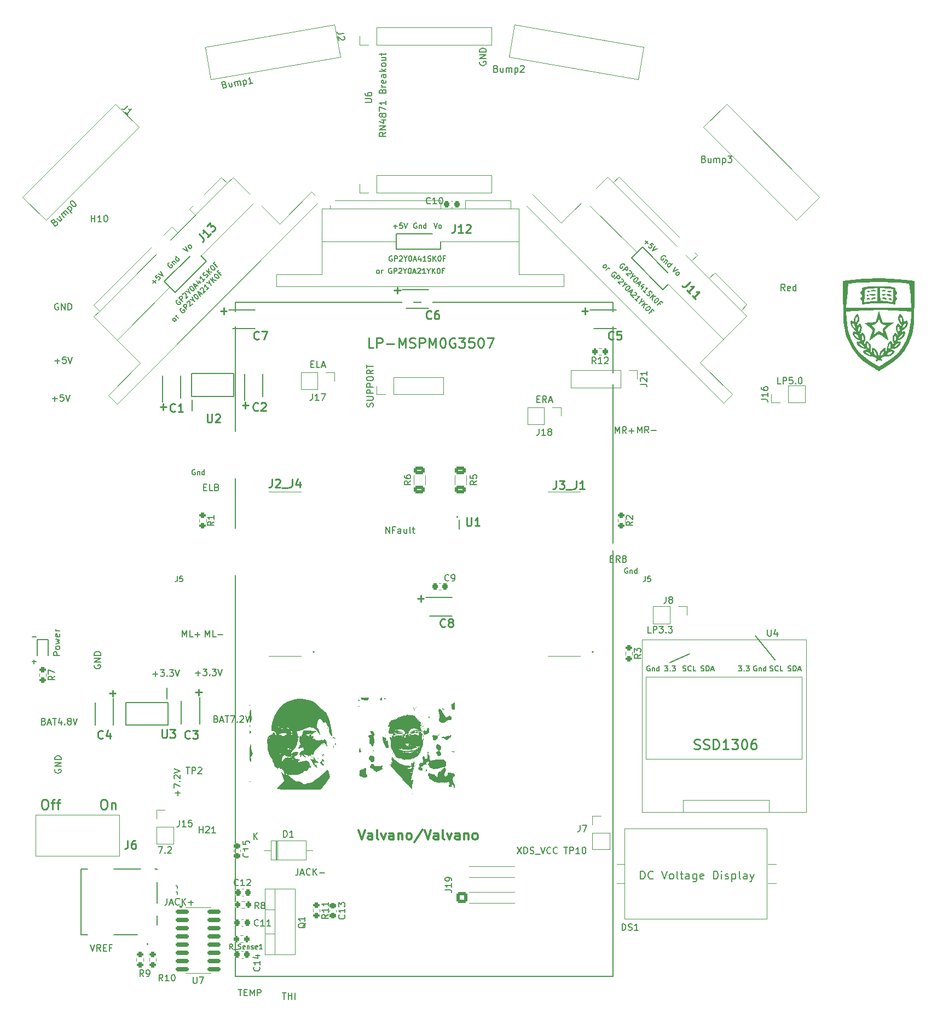
<source format=gto>
G04 #@! TF.GenerationSoftware,KiCad,Pcbnew,8.0.7*
G04 #@! TF.CreationDate,2025-10-03T11:55:05-04:00*
G04 #@! TF.ProjectId,MotorBoardv3_2,4d6f746f-7242-46f6-9172-6476335f322e,V2.0.2b*
G04 #@! TF.SameCoordinates,Original*
G04 #@! TF.FileFunction,Legend,Top*
G04 #@! TF.FilePolarity,Positive*
%FSLAX46Y46*%
G04 Gerber Fmt 4.6, Leading zero omitted, Abs format (unit mm)*
G04 Created by KiCad (PCBNEW 8.0.7) date 2025-10-03 11:55:05*
%MOMM*%
%LPD*%
G01*
G04 APERTURE LIST*
G04 Aperture macros list*
%AMRoundRect*
0 Rectangle with rounded corners*
0 $1 Rounding radius*
0 $2 $3 $4 $5 $6 $7 $8 $9 X,Y pos of 4 corners*
0 Add a 4 corners polygon primitive as box body*
4,1,4,$2,$3,$4,$5,$6,$7,$8,$9,$2,$3,0*
0 Add four circle primitives for the rounded corners*
1,1,$1+$1,$2,$3*
1,1,$1+$1,$4,$5*
1,1,$1+$1,$6,$7*
1,1,$1+$1,$8,$9*
0 Add four rect primitives between the rounded corners*
20,1,$1+$1,$2,$3,$4,$5,0*
20,1,$1+$1,$4,$5,$6,$7,0*
20,1,$1+$1,$6,$7,$8,$9,0*
20,1,$1+$1,$8,$9,$2,$3,0*%
%AMHorizOval*
0 Thick line with rounded ends*
0 $1 width*
0 $2 $3 position (X,Y) of the first rounded end (center of the circle)*
0 $4 $5 position (X,Y) of the second rounded end (center of the circle)*
0 Add line between two ends*
20,1,$1,$2,$3,$4,$5,0*
0 Add two circle primitives to create the rounded ends*
1,1,$1,$2,$3*
1,1,$1,$4,$5*%
%AMRotRect*
0 Rectangle, with rotation*
0 The origin of the aperture is its center*
0 $1 length*
0 $2 width*
0 $3 Rotation angle, in degrees counterclockwise*
0 Add horizontal line*
21,1,$1,$2,0,0,$3*%
G04 Aperture macros list end*
%ADD10C,0.150000*%
%ADD11C,0.254000*%
%ADD12C,0.300000*%
%ADD13C,0.200000*%
%ADD14C,0.000000*%
%ADD15C,0.120000*%
%ADD16C,0.100000*%
%ADD17C,0.177000*%
%ADD18C,0.127000*%
%ADD19R,0.800000X0.800000*%
%ADD20C,3.175000*%
%ADD21C,1.700000*%
%ADD22R,1.700000X1.700000*%
%ADD23O,1.700000X1.700000*%
%ADD24HorizOval,2.032000X0.088213X-0.500282X-0.088213X0.500282X0*%
%ADD25HorizOval,1.778000X0.110267X-0.625353X-0.110267X0.625353X0*%
%ADD26HorizOval,1.778000X0.253613X-1.438312X-0.253613X1.438312X0*%
%ADD27RoundRect,0.200000X-0.200000X-0.275000X0.200000X-0.275000X0.200000X0.275000X-0.200000X0.275000X0*%
%ADD28RoundRect,0.225000X-0.225000X-0.250000X0.225000X-0.250000X0.225000X0.250000X-0.225000X0.250000X0*%
%ADD29RoundRect,0.200000X0.200000X0.275000X-0.200000X0.275000X-0.200000X-0.275000X0.200000X-0.275000X0*%
%ADD30RoundRect,0.200000X0.275000X-0.200000X0.275000X0.200000X-0.275000X0.200000X-0.275000X-0.200000X0*%
%ADD31C,2.000000*%
%ADD32RoundRect,0.250000X0.600000X-0.600000X0.600000X0.600000X-0.600000X0.600000X-0.600000X-0.600000X0*%
%ADD33R,2.300000X1.800000*%
%ADD34RoundRect,0.225000X-0.250000X0.225000X-0.250000X-0.225000X0.250000X-0.225000X0.250000X0.225000X0*%
%ADD35R,2.200000X2.200000*%
%ADD36O,2.200000X2.200000*%
%ADD37RoundRect,0.225000X0.225000X0.250000X-0.225000X0.250000X-0.225000X-0.250000X0.225000X-0.250000X0*%
%ADD38RotRect,1.350000X1.350000X135.000000*%
%ADD39C,1.350000*%
%ADD40R,1.800000X2.300000*%
%ADD41R,2.000000X1.905000*%
%ADD42O,2.000000X1.905000*%
%ADD43R,2.775000X2.775000*%
%ADD44C,2.775000*%
%ADD45RoundRect,0.200000X-0.275000X0.200000X-0.275000X-0.200000X0.275000X-0.200000X0.275000X0.200000X0*%
%ADD46RotRect,1.350000X1.350000X225.000000*%
%ADD47HorizOval,2.032000X0.359210X-0.359210X-0.359210X0.359210X0*%
%ADD48HorizOval,1.778000X0.449013X-0.449013X-0.449013X0.449013X0*%
%ADD49HorizOval,1.778000X1.032729X-1.032729X-1.032729X1.032729X0*%
%ADD50R,3.150000X1.000000*%
%ADD51R,0.450000X1.475000*%
%ADD52R,2.310000X2.460000*%
%ADD53RoundRect,0.150000X-0.825000X-0.150000X0.825000X-0.150000X0.825000X0.150000X-0.825000X0.150000X0*%
%ADD54C,2.904000*%
%ADD55C,3.048000*%
%ADD56O,3.048000X7.366000*%
%ADD57R,1.350000X1.350000*%
%ADD58RoundRect,0.250000X0.625000X-0.312500X0.625000X0.312500X-0.625000X0.312500X-0.625000X-0.312500X0*%
%ADD59R,1.778000X1.778000*%
%ADD60C,1.778000*%
%ADD61R,0.950000X1.750000*%
%ADD62R,3.200000X1.750000*%
%ADD63C,2.200000*%
%ADD64HorizOval,2.032000X-0.359210X-0.359210X0.359210X0.359210X0*%
%ADD65HorizOval,1.778000X-0.449013X-0.449013X0.449013X0.449013X0*%
%ADD66HorizOval,1.778000X-1.032729X-1.032729X1.032729X1.032729X0*%
%ADD67HorizOval,2.032000X-0.088213X-0.500282X0.088213X0.500282X0*%
%ADD68HorizOval,1.778000X-0.110267X-0.625353X0.110267X0.625353X0*%
%ADD69HorizOval,1.778000X-0.253613X-1.438312X0.253613X1.438312X0*%
G04 APERTURE END LIST*
D10*
X150241000Y-121539000D02*
X147193000Y-122936000D01*
X163449000Y-122491500D02*
X160401000Y-118808500D01*
X80010000Y-67183000D02*
X138430000Y-67183000D01*
X138430000Y-171450000D01*
X80010000Y-171450000D01*
X80010000Y-67183000D01*
X52828819Y-121837220D02*
X51828819Y-121837220D01*
X51828819Y-121837220D02*
X51828819Y-121456268D01*
X51828819Y-121456268D02*
X51876438Y-121361030D01*
X51876438Y-121361030D02*
X51924057Y-121313411D01*
X51924057Y-121313411D02*
X52019295Y-121265792D01*
X52019295Y-121265792D02*
X52162152Y-121265792D01*
X52162152Y-121265792D02*
X52257390Y-121313411D01*
X52257390Y-121313411D02*
X52305009Y-121361030D01*
X52305009Y-121361030D02*
X52352628Y-121456268D01*
X52352628Y-121456268D02*
X52352628Y-121837220D01*
X52828819Y-120694363D02*
X52781200Y-120789601D01*
X52781200Y-120789601D02*
X52733580Y-120837220D01*
X52733580Y-120837220D02*
X52638342Y-120884839D01*
X52638342Y-120884839D02*
X52352628Y-120884839D01*
X52352628Y-120884839D02*
X52257390Y-120837220D01*
X52257390Y-120837220D02*
X52209771Y-120789601D01*
X52209771Y-120789601D02*
X52162152Y-120694363D01*
X52162152Y-120694363D02*
X52162152Y-120551506D01*
X52162152Y-120551506D02*
X52209771Y-120456268D01*
X52209771Y-120456268D02*
X52257390Y-120408649D01*
X52257390Y-120408649D02*
X52352628Y-120361030D01*
X52352628Y-120361030D02*
X52638342Y-120361030D01*
X52638342Y-120361030D02*
X52733580Y-120408649D01*
X52733580Y-120408649D02*
X52781200Y-120456268D01*
X52781200Y-120456268D02*
X52828819Y-120551506D01*
X52828819Y-120551506D02*
X52828819Y-120694363D01*
X52162152Y-120027696D02*
X52828819Y-119837220D01*
X52828819Y-119837220D02*
X52352628Y-119646744D01*
X52352628Y-119646744D02*
X52828819Y-119456268D01*
X52828819Y-119456268D02*
X52162152Y-119265792D01*
X52781200Y-118503887D02*
X52828819Y-118599125D01*
X52828819Y-118599125D02*
X52828819Y-118789601D01*
X52828819Y-118789601D02*
X52781200Y-118884839D01*
X52781200Y-118884839D02*
X52685961Y-118932458D01*
X52685961Y-118932458D02*
X52305009Y-118932458D01*
X52305009Y-118932458D02*
X52209771Y-118884839D01*
X52209771Y-118884839D02*
X52162152Y-118789601D01*
X52162152Y-118789601D02*
X52162152Y-118599125D01*
X52162152Y-118599125D02*
X52209771Y-118503887D01*
X52209771Y-118503887D02*
X52305009Y-118456268D01*
X52305009Y-118456268D02*
X52400247Y-118456268D01*
X52400247Y-118456268D02*
X52495485Y-118932458D01*
X52828819Y-118027696D02*
X52162152Y-118027696D01*
X52352628Y-118027696D02*
X52257390Y-117980077D01*
X52257390Y-117980077D02*
X52209771Y-117932458D01*
X52209771Y-117932458D02*
X52162152Y-117837220D01*
X52162152Y-117837220D02*
X52162152Y-117741982D01*
X140179271Y-61482285D02*
X140152333Y-61401473D01*
X140152333Y-61401473D02*
X140071521Y-61320661D01*
X140071521Y-61320661D02*
X139963771Y-61266786D01*
X139963771Y-61266786D02*
X139856022Y-61266786D01*
X139856022Y-61266786D02*
X139775210Y-61293724D01*
X139775210Y-61293724D02*
X139640523Y-61374536D01*
X139640523Y-61374536D02*
X139559710Y-61455348D01*
X139559710Y-61455348D02*
X139478898Y-61590035D01*
X139478898Y-61590035D02*
X139451961Y-61670847D01*
X139451961Y-61670847D02*
X139451961Y-61778597D01*
X139451961Y-61778597D02*
X139505836Y-61886346D01*
X139505836Y-61886346D02*
X139559710Y-61940221D01*
X139559710Y-61940221D02*
X139667460Y-61994096D01*
X139667460Y-61994096D02*
X139721335Y-61994096D01*
X139721335Y-61994096D02*
X139909897Y-61805534D01*
X139909897Y-61805534D02*
X139802147Y-61697785D01*
X139909897Y-62290408D02*
X140475582Y-61724722D01*
X140475582Y-61724722D02*
X140691081Y-61940221D01*
X140691081Y-61940221D02*
X140718019Y-62021033D01*
X140718019Y-62021033D02*
X140718019Y-62074908D01*
X140718019Y-62074908D02*
X140691081Y-62155720D01*
X140691081Y-62155720D02*
X140610269Y-62236533D01*
X140610269Y-62236533D02*
X140529457Y-62263470D01*
X140529457Y-62263470D02*
X140475582Y-62263470D01*
X140475582Y-62263470D02*
X140394770Y-62236533D01*
X140394770Y-62236533D02*
X140179271Y-62021033D01*
X140960455Y-62317345D02*
X141014330Y-62317345D01*
X141014330Y-62317345D02*
X141095142Y-62344282D01*
X141095142Y-62344282D02*
X141229829Y-62478969D01*
X141229829Y-62478969D02*
X141256767Y-62559782D01*
X141256767Y-62559782D02*
X141256767Y-62613656D01*
X141256767Y-62613656D02*
X141229829Y-62694469D01*
X141229829Y-62694469D02*
X141175954Y-62748343D01*
X141175954Y-62748343D02*
X141068205Y-62802218D01*
X141068205Y-62802218D02*
X140421707Y-62802218D01*
X140421707Y-62802218D02*
X140771893Y-63152404D01*
X141391454Y-63233217D02*
X141122080Y-63502591D01*
X141499203Y-62748343D02*
X141391454Y-63233217D01*
X141391454Y-63233217D02*
X141876327Y-63125467D01*
X142172638Y-63421778D02*
X142226513Y-63475653D01*
X142226513Y-63475653D02*
X142253450Y-63556465D01*
X142253450Y-63556465D02*
X142253450Y-63610340D01*
X142253450Y-63610340D02*
X142226513Y-63691152D01*
X142226513Y-63691152D02*
X142145701Y-63825839D01*
X142145701Y-63825839D02*
X142011014Y-63960526D01*
X142011014Y-63960526D02*
X141876327Y-64041339D01*
X141876327Y-64041339D02*
X141795515Y-64068276D01*
X141795515Y-64068276D02*
X141741640Y-64068276D01*
X141741640Y-64068276D02*
X141660828Y-64041339D01*
X141660828Y-64041339D02*
X141606953Y-63987464D01*
X141606953Y-63987464D02*
X141580015Y-63906652D01*
X141580015Y-63906652D02*
X141580015Y-63852777D01*
X141580015Y-63852777D02*
X141606953Y-63771965D01*
X141606953Y-63771965D02*
X141687765Y-63637278D01*
X141687765Y-63637278D02*
X141822452Y-63502591D01*
X141822452Y-63502591D02*
X141957139Y-63421778D01*
X141957139Y-63421778D02*
X142037951Y-63394841D01*
X142037951Y-63394841D02*
X142091826Y-63394841D01*
X142091826Y-63394841D02*
X142172638Y-63421778D01*
X142172638Y-64229901D02*
X142442012Y-64499275D01*
X141957139Y-64337650D02*
X142711386Y-63960527D01*
X142711386Y-63960527D02*
X142334263Y-64714774D01*
X143142385Y-64768648D02*
X142765261Y-65145772D01*
X143223197Y-64418462D02*
X142684449Y-64687836D01*
X142684449Y-64687836D02*
X143034635Y-65038022D01*
X143357884Y-65738395D02*
X143034635Y-65415146D01*
X143196260Y-65576771D02*
X143761945Y-65011085D01*
X143761945Y-65011085D02*
X143627258Y-65038023D01*
X143627258Y-65038023D02*
X143519508Y-65038023D01*
X143519508Y-65038023D02*
X143438696Y-65011085D01*
X143600321Y-65926957D02*
X143654196Y-66034707D01*
X143654196Y-66034707D02*
X143788883Y-66169394D01*
X143788883Y-66169394D02*
X143869695Y-66196331D01*
X143869695Y-66196331D02*
X143923570Y-66196331D01*
X143923570Y-66196331D02*
X144004382Y-66169394D01*
X144004382Y-66169394D02*
X144058257Y-66115519D01*
X144058257Y-66115519D02*
X144085194Y-66034707D01*
X144085194Y-66034707D02*
X144085194Y-65980832D01*
X144085194Y-65980832D02*
X144058257Y-65900020D01*
X144058257Y-65900020D02*
X143977444Y-65765333D01*
X143977444Y-65765333D02*
X143950507Y-65684520D01*
X143950507Y-65684520D02*
X143950507Y-65630646D01*
X143950507Y-65630646D02*
X143977444Y-65549833D01*
X143977444Y-65549833D02*
X144031319Y-65495959D01*
X144031319Y-65495959D02*
X144112131Y-65469021D01*
X144112131Y-65469021D02*
X144166006Y-65469021D01*
X144166006Y-65469021D02*
X144246818Y-65495959D01*
X144246818Y-65495959D02*
X144381505Y-65630646D01*
X144381505Y-65630646D02*
X144435380Y-65738395D01*
X144139069Y-66519580D02*
X144704754Y-65953895D01*
X144462318Y-66842829D02*
X144543130Y-66277143D01*
X145028003Y-66277143D02*
X144381506Y-66277143D01*
X145378189Y-66627330D02*
X145432064Y-66681204D01*
X145432064Y-66681204D02*
X145459002Y-66762017D01*
X145459002Y-66762017D02*
X145459002Y-66815891D01*
X145459002Y-66815891D02*
X145432064Y-66896704D01*
X145432064Y-66896704D02*
X145351252Y-67031391D01*
X145351252Y-67031391D02*
X145216565Y-67166078D01*
X145216565Y-67166078D02*
X145081878Y-67246890D01*
X145081878Y-67246890D02*
X145001066Y-67273827D01*
X145001066Y-67273827D02*
X144947191Y-67273827D01*
X144947191Y-67273827D02*
X144866379Y-67246890D01*
X144866379Y-67246890D02*
X144812504Y-67193015D01*
X144812504Y-67193015D02*
X144785567Y-67112203D01*
X144785567Y-67112203D02*
X144785567Y-67058328D01*
X144785567Y-67058328D02*
X144812504Y-66977516D01*
X144812504Y-66977516D02*
X144893316Y-66842829D01*
X144893316Y-66842829D02*
X145028003Y-66708142D01*
X145028003Y-66708142D02*
X145162690Y-66627330D01*
X145162690Y-66627330D02*
X145243502Y-66600392D01*
X145243502Y-66600392D02*
X145297377Y-66600392D01*
X145297377Y-66600392D02*
X145378189Y-66627330D01*
X145728376Y-67516264D02*
X145539814Y-67327702D01*
X145243503Y-67624014D02*
X145809188Y-67058328D01*
X145809188Y-67058328D02*
X146078562Y-67327702D01*
D11*
X50350247Y-144072283D02*
X50640533Y-144072283D01*
X50640533Y-144072283D02*
X50785676Y-144144854D01*
X50785676Y-144144854D02*
X50930819Y-144289997D01*
X50930819Y-144289997D02*
X51003390Y-144580283D01*
X51003390Y-144580283D02*
X51003390Y-145088283D01*
X51003390Y-145088283D02*
X50930819Y-145378569D01*
X50930819Y-145378569D02*
X50785676Y-145523712D01*
X50785676Y-145523712D02*
X50640533Y-145596283D01*
X50640533Y-145596283D02*
X50350247Y-145596283D01*
X50350247Y-145596283D02*
X50205105Y-145523712D01*
X50205105Y-145523712D02*
X50059962Y-145378569D01*
X50059962Y-145378569D02*
X49987390Y-145088283D01*
X49987390Y-145088283D02*
X49987390Y-144580283D01*
X49987390Y-144580283D02*
X50059962Y-144289997D01*
X50059962Y-144289997D02*
X50205105Y-144144854D01*
X50205105Y-144144854D02*
X50350247Y-144072283D01*
X51438818Y-144580283D02*
X52019390Y-144580283D01*
X51656533Y-145596283D02*
X51656533Y-144289997D01*
X51656533Y-144289997D02*
X51729104Y-144144854D01*
X51729104Y-144144854D02*
X51874247Y-144072283D01*
X51874247Y-144072283D02*
X52019390Y-144072283D01*
X52309675Y-144580283D02*
X52890247Y-144580283D01*
X52527390Y-145596283D02*
X52527390Y-144289997D01*
X52527390Y-144289997D02*
X52599961Y-144144854D01*
X52599961Y-144144854D02*
X52745104Y-144072283D01*
X52745104Y-144072283D02*
X52890247Y-144072283D01*
D10*
X152435112Y-45066009D02*
X152577969Y-45113628D01*
X152577969Y-45113628D02*
X152625588Y-45161247D01*
X152625588Y-45161247D02*
X152673207Y-45256485D01*
X152673207Y-45256485D02*
X152673207Y-45399342D01*
X152673207Y-45399342D02*
X152625588Y-45494580D01*
X152625588Y-45494580D02*
X152577969Y-45542200D01*
X152577969Y-45542200D02*
X152482731Y-45589819D01*
X152482731Y-45589819D02*
X152101779Y-45589819D01*
X152101779Y-45589819D02*
X152101779Y-44589819D01*
X152101779Y-44589819D02*
X152435112Y-44589819D01*
X152435112Y-44589819D02*
X152530350Y-44637438D01*
X152530350Y-44637438D02*
X152577969Y-44685057D01*
X152577969Y-44685057D02*
X152625588Y-44780295D01*
X152625588Y-44780295D02*
X152625588Y-44875533D01*
X152625588Y-44875533D02*
X152577969Y-44970771D01*
X152577969Y-44970771D02*
X152530350Y-45018390D01*
X152530350Y-45018390D02*
X152435112Y-45066009D01*
X152435112Y-45066009D02*
X152101779Y-45066009D01*
X153530350Y-44923152D02*
X153530350Y-45589819D01*
X153101779Y-44923152D02*
X153101779Y-45446961D01*
X153101779Y-45446961D02*
X153149398Y-45542200D01*
X153149398Y-45542200D02*
X153244636Y-45589819D01*
X153244636Y-45589819D02*
X153387493Y-45589819D01*
X153387493Y-45589819D02*
X153482731Y-45542200D01*
X153482731Y-45542200D02*
X153530350Y-45494580D01*
X154006541Y-45589819D02*
X154006541Y-44923152D01*
X154006541Y-45018390D02*
X154054160Y-44970771D01*
X154054160Y-44970771D02*
X154149398Y-44923152D01*
X154149398Y-44923152D02*
X154292255Y-44923152D01*
X154292255Y-44923152D02*
X154387493Y-44970771D01*
X154387493Y-44970771D02*
X154435112Y-45066009D01*
X154435112Y-45066009D02*
X154435112Y-45589819D01*
X154435112Y-45066009D02*
X154482731Y-44970771D01*
X154482731Y-44970771D02*
X154577969Y-44923152D01*
X154577969Y-44923152D02*
X154720826Y-44923152D01*
X154720826Y-44923152D02*
X154816065Y-44970771D01*
X154816065Y-44970771D02*
X154863684Y-45066009D01*
X154863684Y-45066009D02*
X154863684Y-45589819D01*
X155339874Y-44923152D02*
X155339874Y-45923152D01*
X155339874Y-44970771D02*
X155435112Y-44923152D01*
X155435112Y-44923152D02*
X155625588Y-44923152D01*
X155625588Y-44923152D02*
X155720826Y-44970771D01*
X155720826Y-44970771D02*
X155768445Y-45018390D01*
X155768445Y-45018390D02*
X155816064Y-45113628D01*
X155816064Y-45113628D02*
X155816064Y-45399342D01*
X155816064Y-45399342D02*
X155768445Y-45494580D01*
X155768445Y-45494580D02*
X155720826Y-45542200D01*
X155720826Y-45542200D02*
X155625588Y-45589819D01*
X155625588Y-45589819D02*
X155435112Y-45589819D01*
X155435112Y-45589819D02*
X155339874Y-45542200D01*
X156149398Y-44589819D02*
X156768445Y-44589819D01*
X156768445Y-44589819D02*
X156435112Y-44970771D01*
X156435112Y-44970771D02*
X156577969Y-44970771D01*
X156577969Y-44970771D02*
X156673207Y-45018390D01*
X156673207Y-45018390D02*
X156720826Y-45066009D01*
X156720826Y-45066009D02*
X156768445Y-45161247D01*
X156768445Y-45161247D02*
X156768445Y-45399342D01*
X156768445Y-45399342D02*
X156720826Y-45494580D01*
X156720826Y-45494580D02*
X156673207Y-45542200D01*
X156673207Y-45542200D02*
X156577969Y-45589819D01*
X156577969Y-45589819D02*
X156292255Y-45589819D01*
X156292255Y-45589819D02*
X156197017Y-45542200D01*
X156197017Y-45542200D02*
X156149398Y-45494580D01*
X149222064Y-124189200D02*
X149336350Y-124227295D01*
X149336350Y-124227295D02*
X149526826Y-124227295D01*
X149526826Y-124227295D02*
X149603017Y-124189200D01*
X149603017Y-124189200D02*
X149641112Y-124151104D01*
X149641112Y-124151104D02*
X149679207Y-124074914D01*
X149679207Y-124074914D02*
X149679207Y-123998723D01*
X149679207Y-123998723D02*
X149641112Y-123922533D01*
X149641112Y-123922533D02*
X149603017Y-123884438D01*
X149603017Y-123884438D02*
X149526826Y-123846342D01*
X149526826Y-123846342D02*
X149374445Y-123808247D01*
X149374445Y-123808247D02*
X149298255Y-123770152D01*
X149298255Y-123770152D02*
X149260160Y-123732057D01*
X149260160Y-123732057D02*
X149222064Y-123655866D01*
X149222064Y-123655866D02*
X149222064Y-123579676D01*
X149222064Y-123579676D02*
X149260160Y-123503485D01*
X149260160Y-123503485D02*
X149298255Y-123465390D01*
X149298255Y-123465390D02*
X149374445Y-123427295D01*
X149374445Y-123427295D02*
X149564922Y-123427295D01*
X149564922Y-123427295D02*
X149679207Y-123465390D01*
X150479208Y-124151104D02*
X150441112Y-124189200D01*
X150441112Y-124189200D02*
X150326827Y-124227295D01*
X150326827Y-124227295D02*
X150250636Y-124227295D01*
X150250636Y-124227295D02*
X150136350Y-124189200D01*
X150136350Y-124189200D02*
X150060160Y-124113009D01*
X150060160Y-124113009D02*
X150022065Y-124036819D01*
X150022065Y-124036819D02*
X149983969Y-123884438D01*
X149983969Y-123884438D02*
X149983969Y-123770152D01*
X149983969Y-123770152D02*
X150022065Y-123617771D01*
X150022065Y-123617771D02*
X150060160Y-123541580D01*
X150060160Y-123541580D02*
X150136350Y-123465390D01*
X150136350Y-123465390D02*
X150250636Y-123427295D01*
X150250636Y-123427295D02*
X150326827Y-123427295D01*
X150326827Y-123427295D02*
X150441112Y-123465390D01*
X150441112Y-123465390D02*
X150479208Y-123503485D01*
X151203017Y-124227295D02*
X150822065Y-124227295D01*
X150822065Y-124227295D02*
X150822065Y-123427295D01*
X71002731Y-109584295D02*
X71002731Y-110155723D01*
X71002731Y-110155723D02*
X70964636Y-110270009D01*
X70964636Y-110270009D02*
X70888445Y-110346200D01*
X70888445Y-110346200D02*
X70774160Y-110384295D01*
X70774160Y-110384295D02*
X70697969Y-110384295D01*
X71764636Y-109584295D02*
X71383684Y-109584295D01*
X71383684Y-109584295D02*
X71345588Y-109965247D01*
X71345588Y-109965247D02*
X71383684Y-109927152D01*
X71383684Y-109927152D02*
X71459874Y-109889057D01*
X71459874Y-109889057D02*
X71650350Y-109889057D01*
X71650350Y-109889057D02*
X71726541Y-109927152D01*
X71726541Y-109927152D02*
X71764636Y-109965247D01*
X71764636Y-109965247D02*
X71802731Y-110041438D01*
X71802731Y-110041438D02*
X71802731Y-110231914D01*
X71802731Y-110231914D02*
X71764636Y-110308104D01*
X71764636Y-110308104D02*
X71726541Y-110346200D01*
X71726541Y-110346200D02*
X71650350Y-110384295D01*
X71650350Y-110384295D02*
X71459874Y-110384295D01*
X71459874Y-110384295D02*
X71383684Y-110346200D01*
X71383684Y-110346200D02*
X71345588Y-110308104D01*
X104429160Y-55469533D02*
X105038684Y-55469533D01*
X104733922Y-55774295D02*
X104733922Y-55164771D01*
X105800588Y-54974295D02*
X105419636Y-54974295D01*
X105419636Y-54974295D02*
X105381540Y-55355247D01*
X105381540Y-55355247D02*
X105419636Y-55317152D01*
X105419636Y-55317152D02*
X105495826Y-55279057D01*
X105495826Y-55279057D02*
X105686302Y-55279057D01*
X105686302Y-55279057D02*
X105762493Y-55317152D01*
X105762493Y-55317152D02*
X105800588Y-55355247D01*
X105800588Y-55355247D02*
X105838683Y-55431438D01*
X105838683Y-55431438D02*
X105838683Y-55621914D01*
X105838683Y-55621914D02*
X105800588Y-55698104D01*
X105800588Y-55698104D02*
X105762493Y-55736200D01*
X105762493Y-55736200D02*
X105686302Y-55774295D01*
X105686302Y-55774295D02*
X105495826Y-55774295D01*
X105495826Y-55774295D02*
X105419636Y-55736200D01*
X105419636Y-55736200D02*
X105381540Y-55698104D01*
X106067255Y-54974295D02*
X106333922Y-55774295D01*
X106333922Y-55774295D02*
X106600588Y-54974295D01*
X73733207Y-93112390D02*
X73657017Y-93074295D01*
X73657017Y-93074295D02*
X73542731Y-93074295D01*
X73542731Y-93074295D02*
X73428445Y-93112390D01*
X73428445Y-93112390D02*
X73352255Y-93188580D01*
X73352255Y-93188580D02*
X73314160Y-93264771D01*
X73314160Y-93264771D02*
X73276064Y-93417152D01*
X73276064Y-93417152D02*
X73276064Y-93531438D01*
X73276064Y-93531438D02*
X73314160Y-93683819D01*
X73314160Y-93683819D02*
X73352255Y-93760009D01*
X73352255Y-93760009D02*
X73428445Y-93836200D01*
X73428445Y-93836200D02*
X73542731Y-93874295D01*
X73542731Y-93874295D02*
X73618922Y-93874295D01*
X73618922Y-93874295D02*
X73733207Y-93836200D01*
X73733207Y-93836200D02*
X73771303Y-93798104D01*
X73771303Y-93798104D02*
X73771303Y-93531438D01*
X73771303Y-93531438D02*
X73618922Y-93531438D01*
X74114160Y-93340961D02*
X74114160Y-93874295D01*
X74114160Y-93417152D02*
X74152255Y-93379057D01*
X74152255Y-93379057D02*
X74228445Y-93340961D01*
X74228445Y-93340961D02*
X74342731Y-93340961D01*
X74342731Y-93340961D02*
X74418922Y-93379057D01*
X74418922Y-93379057D02*
X74457017Y-93455247D01*
X74457017Y-93455247D02*
X74457017Y-93874295D01*
X75180827Y-93874295D02*
X75180827Y-93074295D01*
X75180827Y-93836200D02*
X75104636Y-93874295D01*
X75104636Y-93874295D02*
X74952255Y-93874295D01*
X74952255Y-93874295D02*
X74876065Y-93836200D01*
X74876065Y-93836200D02*
X74837970Y-93798104D01*
X74837970Y-93798104D02*
X74799874Y-93721914D01*
X74799874Y-93721914D02*
X74799874Y-93493342D01*
X74799874Y-93493342D02*
X74837970Y-93417152D01*
X74837970Y-93417152D02*
X74876065Y-93379057D01*
X74876065Y-93379057D02*
X74952255Y-93340961D01*
X74952255Y-93340961D02*
X75104636Y-93340961D01*
X75104636Y-93340961D02*
X75180827Y-93379057D01*
X48549160Y-118969533D02*
X49158684Y-118969533D01*
X162684064Y-124189200D02*
X162798350Y-124227295D01*
X162798350Y-124227295D02*
X162988826Y-124227295D01*
X162988826Y-124227295D02*
X163065017Y-124189200D01*
X163065017Y-124189200D02*
X163103112Y-124151104D01*
X163103112Y-124151104D02*
X163141207Y-124074914D01*
X163141207Y-124074914D02*
X163141207Y-123998723D01*
X163141207Y-123998723D02*
X163103112Y-123922533D01*
X163103112Y-123922533D02*
X163065017Y-123884438D01*
X163065017Y-123884438D02*
X162988826Y-123846342D01*
X162988826Y-123846342D02*
X162836445Y-123808247D01*
X162836445Y-123808247D02*
X162760255Y-123770152D01*
X162760255Y-123770152D02*
X162722160Y-123732057D01*
X162722160Y-123732057D02*
X162684064Y-123655866D01*
X162684064Y-123655866D02*
X162684064Y-123579676D01*
X162684064Y-123579676D02*
X162722160Y-123503485D01*
X162722160Y-123503485D02*
X162760255Y-123465390D01*
X162760255Y-123465390D02*
X162836445Y-123427295D01*
X162836445Y-123427295D02*
X163026922Y-123427295D01*
X163026922Y-123427295D02*
X163141207Y-123465390D01*
X163941208Y-124151104D02*
X163903112Y-124189200D01*
X163903112Y-124189200D02*
X163788827Y-124227295D01*
X163788827Y-124227295D02*
X163712636Y-124227295D01*
X163712636Y-124227295D02*
X163598350Y-124189200D01*
X163598350Y-124189200D02*
X163522160Y-124113009D01*
X163522160Y-124113009D02*
X163484065Y-124036819D01*
X163484065Y-124036819D02*
X163445969Y-123884438D01*
X163445969Y-123884438D02*
X163445969Y-123770152D01*
X163445969Y-123770152D02*
X163484065Y-123617771D01*
X163484065Y-123617771D02*
X163522160Y-123541580D01*
X163522160Y-123541580D02*
X163598350Y-123465390D01*
X163598350Y-123465390D02*
X163712636Y-123427295D01*
X163712636Y-123427295D02*
X163788827Y-123427295D01*
X163788827Y-123427295D02*
X163903112Y-123465390D01*
X163903112Y-123465390D02*
X163941208Y-123503485D01*
X164665017Y-124227295D02*
X164284065Y-124227295D01*
X164284065Y-124227295D02*
X164284065Y-123427295D01*
X140662207Y-108352390D02*
X140586017Y-108314295D01*
X140586017Y-108314295D02*
X140471731Y-108314295D01*
X140471731Y-108314295D02*
X140357445Y-108352390D01*
X140357445Y-108352390D02*
X140281255Y-108428580D01*
X140281255Y-108428580D02*
X140243160Y-108504771D01*
X140243160Y-108504771D02*
X140205064Y-108657152D01*
X140205064Y-108657152D02*
X140205064Y-108771438D01*
X140205064Y-108771438D02*
X140243160Y-108923819D01*
X140243160Y-108923819D02*
X140281255Y-109000009D01*
X140281255Y-109000009D02*
X140357445Y-109076200D01*
X140357445Y-109076200D02*
X140471731Y-109114295D01*
X140471731Y-109114295D02*
X140547922Y-109114295D01*
X140547922Y-109114295D02*
X140662207Y-109076200D01*
X140662207Y-109076200D02*
X140700303Y-109038104D01*
X140700303Y-109038104D02*
X140700303Y-108771438D01*
X140700303Y-108771438D02*
X140547922Y-108771438D01*
X141043160Y-108580961D02*
X141043160Y-109114295D01*
X141043160Y-108657152D02*
X141081255Y-108619057D01*
X141081255Y-108619057D02*
X141157445Y-108580961D01*
X141157445Y-108580961D02*
X141271731Y-108580961D01*
X141271731Y-108580961D02*
X141347922Y-108619057D01*
X141347922Y-108619057D02*
X141386017Y-108695247D01*
X141386017Y-108695247D02*
X141386017Y-109114295D01*
X142109827Y-109114295D02*
X142109827Y-108314295D01*
X142109827Y-109076200D02*
X142033636Y-109114295D01*
X142033636Y-109114295D02*
X141881255Y-109114295D01*
X141881255Y-109114295D02*
X141805065Y-109076200D01*
X141805065Y-109076200D02*
X141766970Y-109038104D01*
X141766970Y-109038104D02*
X141728874Y-108961914D01*
X141728874Y-108961914D02*
X141728874Y-108733342D01*
X141728874Y-108733342D02*
X141766970Y-108657152D01*
X141766970Y-108657152D02*
X141805065Y-108619057D01*
X141805065Y-108619057D02*
X141881255Y-108580961D01*
X141881255Y-108580961D02*
X142033636Y-108580961D01*
X142033636Y-108580961D02*
X142109827Y-108619057D01*
X108023207Y-55012390D02*
X107947017Y-54974295D01*
X107947017Y-54974295D02*
X107832731Y-54974295D01*
X107832731Y-54974295D02*
X107718445Y-55012390D01*
X107718445Y-55012390D02*
X107642255Y-55088580D01*
X107642255Y-55088580D02*
X107604160Y-55164771D01*
X107604160Y-55164771D02*
X107566064Y-55317152D01*
X107566064Y-55317152D02*
X107566064Y-55431438D01*
X107566064Y-55431438D02*
X107604160Y-55583819D01*
X107604160Y-55583819D02*
X107642255Y-55660009D01*
X107642255Y-55660009D02*
X107718445Y-55736200D01*
X107718445Y-55736200D02*
X107832731Y-55774295D01*
X107832731Y-55774295D02*
X107908922Y-55774295D01*
X107908922Y-55774295D02*
X108023207Y-55736200D01*
X108023207Y-55736200D02*
X108061303Y-55698104D01*
X108061303Y-55698104D02*
X108061303Y-55431438D01*
X108061303Y-55431438D02*
X107908922Y-55431438D01*
X108404160Y-55240961D02*
X108404160Y-55774295D01*
X108404160Y-55317152D02*
X108442255Y-55279057D01*
X108442255Y-55279057D02*
X108518445Y-55240961D01*
X108518445Y-55240961D02*
X108632731Y-55240961D01*
X108632731Y-55240961D02*
X108708922Y-55279057D01*
X108708922Y-55279057D02*
X108747017Y-55355247D01*
X108747017Y-55355247D02*
X108747017Y-55774295D01*
X109470827Y-55774295D02*
X109470827Y-54974295D01*
X109470827Y-55736200D02*
X109394636Y-55774295D01*
X109394636Y-55774295D02*
X109242255Y-55774295D01*
X109242255Y-55774295D02*
X109166065Y-55736200D01*
X109166065Y-55736200D02*
X109127970Y-55698104D01*
X109127970Y-55698104D02*
X109089874Y-55621914D01*
X109089874Y-55621914D02*
X109089874Y-55393342D01*
X109089874Y-55393342D02*
X109127970Y-55317152D01*
X109127970Y-55317152D02*
X109166065Y-55279057D01*
X109166065Y-55279057D02*
X109242255Y-55240961D01*
X109242255Y-55240961D02*
X109394636Y-55240961D01*
X109394636Y-55240961D02*
X109470827Y-55279057D01*
X164992207Y-65401819D02*
X164658874Y-64925628D01*
X164420779Y-65401819D02*
X164420779Y-64401819D01*
X164420779Y-64401819D02*
X164801731Y-64401819D01*
X164801731Y-64401819D02*
X164896969Y-64449438D01*
X164896969Y-64449438D02*
X164944588Y-64497057D01*
X164944588Y-64497057D02*
X164992207Y-64592295D01*
X164992207Y-64592295D02*
X164992207Y-64735152D01*
X164992207Y-64735152D02*
X164944588Y-64830390D01*
X164944588Y-64830390D02*
X164896969Y-64878009D01*
X164896969Y-64878009D02*
X164801731Y-64925628D01*
X164801731Y-64925628D02*
X164420779Y-64925628D01*
X165801731Y-65354200D02*
X165706493Y-65401819D01*
X165706493Y-65401819D02*
X165516017Y-65401819D01*
X165516017Y-65401819D02*
X165420779Y-65354200D01*
X165420779Y-65354200D02*
X165373160Y-65258961D01*
X165373160Y-65258961D02*
X165373160Y-64878009D01*
X165373160Y-64878009D02*
X165420779Y-64782771D01*
X165420779Y-64782771D02*
X165516017Y-64735152D01*
X165516017Y-64735152D02*
X165706493Y-64735152D01*
X165706493Y-64735152D02*
X165801731Y-64782771D01*
X165801731Y-64782771D02*
X165849350Y-64878009D01*
X165849350Y-64878009D02*
X165849350Y-64973247D01*
X165849350Y-64973247D02*
X165373160Y-65068485D01*
X166706493Y-65401819D02*
X166706493Y-64401819D01*
X166706493Y-65354200D02*
X166611255Y-65401819D01*
X166611255Y-65401819D02*
X166420779Y-65401819D01*
X166420779Y-65401819D02*
X166325541Y-65354200D01*
X166325541Y-65354200D02*
X166277922Y-65306580D01*
X166277922Y-65306580D02*
X166230303Y-65211342D01*
X166230303Y-65211342D02*
X166230303Y-64925628D01*
X166230303Y-64925628D02*
X166277922Y-64830390D01*
X166277922Y-64830390D02*
X166325541Y-64782771D01*
X166325541Y-64782771D02*
X166420779Y-64735152D01*
X166420779Y-64735152D02*
X166611255Y-64735152D01*
X166611255Y-64735152D02*
X166706493Y-64782771D01*
X146529271Y-60212285D02*
X146502333Y-60131473D01*
X146502333Y-60131473D02*
X146421521Y-60050661D01*
X146421521Y-60050661D02*
X146313771Y-59996786D01*
X146313771Y-59996786D02*
X146206022Y-59996786D01*
X146206022Y-59996786D02*
X146125210Y-60023724D01*
X146125210Y-60023724D02*
X145990523Y-60104536D01*
X145990523Y-60104536D02*
X145909710Y-60185348D01*
X145909710Y-60185348D02*
X145828898Y-60320035D01*
X145828898Y-60320035D02*
X145801961Y-60400847D01*
X145801961Y-60400847D02*
X145801961Y-60508597D01*
X145801961Y-60508597D02*
X145855836Y-60616346D01*
X145855836Y-60616346D02*
X145909710Y-60670221D01*
X145909710Y-60670221D02*
X146017460Y-60724096D01*
X146017460Y-60724096D02*
X146071335Y-60724096D01*
X146071335Y-60724096D02*
X146259897Y-60535534D01*
X146259897Y-60535534D02*
X146152147Y-60427785D01*
X146637020Y-60643284D02*
X146259897Y-61020408D01*
X146583145Y-60697159D02*
X146637020Y-60697159D01*
X146637020Y-60697159D02*
X146717832Y-60724096D01*
X146717832Y-60724096D02*
X146798645Y-60804908D01*
X146798645Y-60804908D02*
X146825582Y-60885720D01*
X146825582Y-60885720D02*
X146798645Y-60966533D01*
X146798645Y-60966533D02*
X146502333Y-61262844D01*
X147014144Y-61774655D02*
X147579830Y-61208970D01*
X147041082Y-61747718D02*
X146960269Y-61720780D01*
X146960269Y-61720780D02*
X146852520Y-61613031D01*
X146852520Y-61613031D02*
X146825582Y-61532218D01*
X146825582Y-61532218D02*
X146825582Y-61478344D01*
X146825582Y-61478344D02*
X146852520Y-61397531D01*
X146852520Y-61397531D02*
X147014144Y-61235907D01*
X147014144Y-61235907D02*
X147094956Y-61208970D01*
X147094956Y-61208970D02*
X147148831Y-61208970D01*
X147148831Y-61208970D02*
X147229643Y-61235907D01*
X147229643Y-61235907D02*
X147337393Y-61343657D01*
X147337393Y-61343657D02*
X147364330Y-61424469D01*
X144091207Y-123465390D02*
X144015017Y-123427295D01*
X144015017Y-123427295D02*
X143900731Y-123427295D01*
X143900731Y-123427295D02*
X143786445Y-123465390D01*
X143786445Y-123465390D02*
X143710255Y-123541580D01*
X143710255Y-123541580D02*
X143672160Y-123617771D01*
X143672160Y-123617771D02*
X143634064Y-123770152D01*
X143634064Y-123770152D02*
X143634064Y-123884438D01*
X143634064Y-123884438D02*
X143672160Y-124036819D01*
X143672160Y-124036819D02*
X143710255Y-124113009D01*
X143710255Y-124113009D02*
X143786445Y-124189200D01*
X143786445Y-124189200D02*
X143900731Y-124227295D01*
X143900731Y-124227295D02*
X143976922Y-124227295D01*
X143976922Y-124227295D02*
X144091207Y-124189200D01*
X144091207Y-124189200D02*
X144129303Y-124151104D01*
X144129303Y-124151104D02*
X144129303Y-123884438D01*
X144129303Y-123884438D02*
X143976922Y-123884438D01*
X144472160Y-123693961D02*
X144472160Y-124227295D01*
X144472160Y-123770152D02*
X144510255Y-123732057D01*
X144510255Y-123732057D02*
X144586445Y-123693961D01*
X144586445Y-123693961D02*
X144700731Y-123693961D01*
X144700731Y-123693961D02*
X144776922Y-123732057D01*
X144776922Y-123732057D02*
X144815017Y-123808247D01*
X144815017Y-123808247D02*
X144815017Y-124227295D01*
X145538827Y-124227295D02*
X145538827Y-123427295D01*
X145538827Y-124189200D02*
X145462636Y-124227295D01*
X145462636Y-124227295D02*
X145310255Y-124227295D01*
X145310255Y-124227295D02*
X145234065Y-124189200D01*
X145234065Y-124189200D02*
X145195970Y-124151104D01*
X145195970Y-124151104D02*
X145157874Y-124074914D01*
X145157874Y-124074914D02*
X145157874Y-123846342D01*
X145157874Y-123846342D02*
X145195970Y-123770152D01*
X145195970Y-123770152D02*
X145234065Y-123732057D01*
X145234065Y-123732057D02*
X145310255Y-123693961D01*
X145310255Y-123693961D02*
X145462636Y-123693961D01*
X145462636Y-123693961D02*
X145538827Y-123732057D01*
X102003445Y-62759295D02*
X101927255Y-62721200D01*
X101927255Y-62721200D02*
X101889160Y-62683104D01*
X101889160Y-62683104D02*
X101851064Y-62606914D01*
X101851064Y-62606914D02*
X101851064Y-62378342D01*
X101851064Y-62378342D02*
X101889160Y-62302152D01*
X101889160Y-62302152D02*
X101927255Y-62264057D01*
X101927255Y-62264057D02*
X102003445Y-62225961D01*
X102003445Y-62225961D02*
X102117731Y-62225961D01*
X102117731Y-62225961D02*
X102193922Y-62264057D01*
X102193922Y-62264057D02*
X102232017Y-62302152D01*
X102232017Y-62302152D02*
X102270112Y-62378342D01*
X102270112Y-62378342D02*
X102270112Y-62606914D01*
X102270112Y-62606914D02*
X102232017Y-62683104D01*
X102232017Y-62683104D02*
X102193922Y-62721200D01*
X102193922Y-62721200D02*
X102117731Y-62759295D01*
X102117731Y-62759295D02*
X102003445Y-62759295D01*
X102612970Y-62759295D02*
X102612970Y-62225961D01*
X102612970Y-62378342D02*
X102651065Y-62302152D01*
X102651065Y-62302152D02*
X102689160Y-62264057D01*
X102689160Y-62264057D02*
X102765351Y-62225961D01*
X102765351Y-62225961D02*
X102841541Y-62225961D01*
X104136779Y-61997390D02*
X104060589Y-61959295D01*
X104060589Y-61959295D02*
X103946303Y-61959295D01*
X103946303Y-61959295D02*
X103832017Y-61997390D01*
X103832017Y-61997390D02*
X103755827Y-62073580D01*
X103755827Y-62073580D02*
X103717732Y-62149771D01*
X103717732Y-62149771D02*
X103679636Y-62302152D01*
X103679636Y-62302152D02*
X103679636Y-62416438D01*
X103679636Y-62416438D02*
X103717732Y-62568819D01*
X103717732Y-62568819D02*
X103755827Y-62645009D01*
X103755827Y-62645009D02*
X103832017Y-62721200D01*
X103832017Y-62721200D02*
X103946303Y-62759295D01*
X103946303Y-62759295D02*
X104022494Y-62759295D01*
X104022494Y-62759295D02*
X104136779Y-62721200D01*
X104136779Y-62721200D02*
X104174875Y-62683104D01*
X104174875Y-62683104D02*
X104174875Y-62416438D01*
X104174875Y-62416438D02*
X104022494Y-62416438D01*
X104517732Y-62759295D02*
X104517732Y-61959295D01*
X104517732Y-61959295D02*
X104822494Y-61959295D01*
X104822494Y-61959295D02*
X104898684Y-61997390D01*
X104898684Y-61997390D02*
X104936779Y-62035485D01*
X104936779Y-62035485D02*
X104974875Y-62111676D01*
X104974875Y-62111676D02*
X104974875Y-62225961D01*
X104974875Y-62225961D02*
X104936779Y-62302152D01*
X104936779Y-62302152D02*
X104898684Y-62340247D01*
X104898684Y-62340247D02*
X104822494Y-62378342D01*
X104822494Y-62378342D02*
X104517732Y-62378342D01*
X105279636Y-62035485D02*
X105317732Y-61997390D01*
X105317732Y-61997390D02*
X105393922Y-61959295D01*
X105393922Y-61959295D02*
X105584398Y-61959295D01*
X105584398Y-61959295D02*
X105660589Y-61997390D01*
X105660589Y-61997390D02*
X105698684Y-62035485D01*
X105698684Y-62035485D02*
X105736779Y-62111676D01*
X105736779Y-62111676D02*
X105736779Y-62187866D01*
X105736779Y-62187866D02*
X105698684Y-62302152D01*
X105698684Y-62302152D02*
X105241541Y-62759295D01*
X105241541Y-62759295D02*
X105736779Y-62759295D01*
X106232018Y-62378342D02*
X106232018Y-62759295D01*
X105965351Y-61959295D02*
X106232018Y-62378342D01*
X106232018Y-62378342D02*
X106498684Y-61959295D01*
X106917732Y-61959295D02*
X106993922Y-61959295D01*
X106993922Y-61959295D02*
X107070113Y-61997390D01*
X107070113Y-61997390D02*
X107108208Y-62035485D01*
X107108208Y-62035485D02*
X107146303Y-62111676D01*
X107146303Y-62111676D02*
X107184398Y-62264057D01*
X107184398Y-62264057D02*
X107184398Y-62454533D01*
X107184398Y-62454533D02*
X107146303Y-62606914D01*
X107146303Y-62606914D02*
X107108208Y-62683104D01*
X107108208Y-62683104D02*
X107070113Y-62721200D01*
X107070113Y-62721200D02*
X106993922Y-62759295D01*
X106993922Y-62759295D02*
X106917732Y-62759295D01*
X106917732Y-62759295D02*
X106841541Y-62721200D01*
X106841541Y-62721200D02*
X106803446Y-62683104D01*
X106803446Y-62683104D02*
X106765351Y-62606914D01*
X106765351Y-62606914D02*
X106727255Y-62454533D01*
X106727255Y-62454533D02*
X106727255Y-62264057D01*
X106727255Y-62264057D02*
X106765351Y-62111676D01*
X106765351Y-62111676D02*
X106803446Y-62035485D01*
X106803446Y-62035485D02*
X106841541Y-61997390D01*
X106841541Y-61997390D02*
X106917732Y-61959295D01*
X107489160Y-62530723D02*
X107870113Y-62530723D01*
X107412970Y-62759295D02*
X107679637Y-61959295D01*
X107679637Y-61959295D02*
X107946303Y-62759295D01*
X108174874Y-62035485D02*
X108212970Y-61997390D01*
X108212970Y-61997390D02*
X108289160Y-61959295D01*
X108289160Y-61959295D02*
X108479636Y-61959295D01*
X108479636Y-61959295D02*
X108555827Y-61997390D01*
X108555827Y-61997390D02*
X108593922Y-62035485D01*
X108593922Y-62035485D02*
X108632017Y-62111676D01*
X108632017Y-62111676D02*
X108632017Y-62187866D01*
X108632017Y-62187866D02*
X108593922Y-62302152D01*
X108593922Y-62302152D02*
X108136779Y-62759295D01*
X108136779Y-62759295D02*
X108632017Y-62759295D01*
X109393922Y-62759295D02*
X108936779Y-62759295D01*
X109165351Y-62759295D02*
X109165351Y-61959295D01*
X109165351Y-61959295D02*
X109089160Y-62073580D01*
X109089160Y-62073580D02*
X109012970Y-62149771D01*
X109012970Y-62149771D02*
X108936779Y-62187866D01*
X109889161Y-62378342D02*
X109889161Y-62759295D01*
X109622494Y-61959295D02*
X109889161Y-62378342D01*
X109889161Y-62378342D02*
X110155827Y-61959295D01*
X110422494Y-62759295D02*
X110422494Y-61959295D01*
X110879637Y-62759295D02*
X110536779Y-62302152D01*
X110879637Y-61959295D02*
X110422494Y-62416438D01*
X111374875Y-61959295D02*
X111451065Y-61959295D01*
X111451065Y-61959295D02*
X111527256Y-61997390D01*
X111527256Y-61997390D02*
X111565351Y-62035485D01*
X111565351Y-62035485D02*
X111603446Y-62111676D01*
X111603446Y-62111676D02*
X111641541Y-62264057D01*
X111641541Y-62264057D02*
X111641541Y-62454533D01*
X111641541Y-62454533D02*
X111603446Y-62606914D01*
X111603446Y-62606914D02*
X111565351Y-62683104D01*
X111565351Y-62683104D02*
X111527256Y-62721200D01*
X111527256Y-62721200D02*
X111451065Y-62759295D01*
X111451065Y-62759295D02*
X111374875Y-62759295D01*
X111374875Y-62759295D02*
X111298684Y-62721200D01*
X111298684Y-62721200D02*
X111260589Y-62683104D01*
X111260589Y-62683104D02*
X111222494Y-62606914D01*
X111222494Y-62606914D02*
X111184398Y-62454533D01*
X111184398Y-62454533D02*
X111184398Y-62264057D01*
X111184398Y-62264057D02*
X111222494Y-62111676D01*
X111222494Y-62111676D02*
X111260589Y-62035485D01*
X111260589Y-62035485D02*
X111298684Y-61997390D01*
X111298684Y-61997390D02*
X111374875Y-61959295D01*
X112251065Y-62340247D02*
X111984399Y-62340247D01*
X111984399Y-62759295D02*
X111984399Y-61959295D01*
X111984399Y-61959295D02*
X112365351Y-61959295D01*
X69737285Y-61115728D02*
X69656473Y-61142666D01*
X69656473Y-61142666D02*
X69575661Y-61223478D01*
X69575661Y-61223478D02*
X69521786Y-61331228D01*
X69521786Y-61331228D02*
X69521786Y-61438977D01*
X69521786Y-61438977D02*
X69548724Y-61519789D01*
X69548724Y-61519789D02*
X69629536Y-61654476D01*
X69629536Y-61654476D02*
X69710348Y-61735289D01*
X69710348Y-61735289D02*
X69845035Y-61816101D01*
X69845035Y-61816101D02*
X69925847Y-61843038D01*
X69925847Y-61843038D02*
X70033597Y-61843038D01*
X70033597Y-61843038D02*
X70141346Y-61789163D01*
X70141346Y-61789163D02*
X70195221Y-61735289D01*
X70195221Y-61735289D02*
X70249096Y-61627539D01*
X70249096Y-61627539D02*
X70249096Y-61573664D01*
X70249096Y-61573664D02*
X70060534Y-61385102D01*
X70060534Y-61385102D02*
X69952785Y-61492852D01*
X70168284Y-61007979D02*
X70545408Y-61385102D01*
X70222159Y-61061854D02*
X70222159Y-61007979D01*
X70222159Y-61007979D02*
X70249096Y-60927167D01*
X70249096Y-60927167D02*
X70329908Y-60846354D01*
X70329908Y-60846354D02*
X70410720Y-60819417D01*
X70410720Y-60819417D02*
X70491533Y-60846354D01*
X70491533Y-60846354D02*
X70787844Y-61142666D01*
X71299655Y-60630855D02*
X70733970Y-60065169D01*
X71272718Y-60603917D02*
X71245780Y-60684730D01*
X71245780Y-60684730D02*
X71138031Y-60792479D01*
X71138031Y-60792479D02*
X71057218Y-60819417D01*
X71057218Y-60819417D02*
X71003344Y-60819417D01*
X71003344Y-60819417D02*
X70922531Y-60792479D01*
X70922531Y-60792479D02*
X70760907Y-60630855D01*
X70760907Y-60630855D02*
X70733970Y-60550043D01*
X70733970Y-60550043D02*
X70733970Y-60496168D01*
X70733970Y-60496168D02*
X70760907Y-60415356D01*
X70760907Y-60415356D02*
X70868657Y-60307606D01*
X70868657Y-60307606D02*
X70949469Y-60280669D01*
D12*
X99019225Y-148795828D02*
X99519225Y-150295828D01*
X99519225Y-150295828D02*
X100019225Y-148795828D01*
X101162082Y-150295828D02*
X101162082Y-149510114D01*
X101162082Y-149510114D02*
X101090653Y-149367257D01*
X101090653Y-149367257D02*
X100947796Y-149295828D01*
X100947796Y-149295828D02*
X100662082Y-149295828D01*
X100662082Y-149295828D02*
X100519224Y-149367257D01*
X101162082Y-150224400D02*
X101019224Y-150295828D01*
X101019224Y-150295828D02*
X100662082Y-150295828D01*
X100662082Y-150295828D02*
X100519224Y-150224400D01*
X100519224Y-150224400D02*
X100447796Y-150081542D01*
X100447796Y-150081542D02*
X100447796Y-149938685D01*
X100447796Y-149938685D02*
X100519224Y-149795828D01*
X100519224Y-149795828D02*
X100662082Y-149724400D01*
X100662082Y-149724400D02*
X101019224Y-149724400D01*
X101019224Y-149724400D02*
X101162082Y-149652971D01*
X102090653Y-150295828D02*
X101947796Y-150224400D01*
X101947796Y-150224400D02*
X101876367Y-150081542D01*
X101876367Y-150081542D02*
X101876367Y-148795828D01*
X102519224Y-149295828D02*
X102876367Y-150295828D01*
X102876367Y-150295828D02*
X103233510Y-149295828D01*
X104447796Y-150295828D02*
X104447796Y-149510114D01*
X104447796Y-149510114D02*
X104376367Y-149367257D01*
X104376367Y-149367257D02*
X104233510Y-149295828D01*
X104233510Y-149295828D02*
X103947796Y-149295828D01*
X103947796Y-149295828D02*
X103804938Y-149367257D01*
X104447796Y-150224400D02*
X104304938Y-150295828D01*
X104304938Y-150295828D02*
X103947796Y-150295828D01*
X103947796Y-150295828D02*
X103804938Y-150224400D01*
X103804938Y-150224400D02*
X103733510Y-150081542D01*
X103733510Y-150081542D02*
X103733510Y-149938685D01*
X103733510Y-149938685D02*
X103804938Y-149795828D01*
X103804938Y-149795828D02*
X103947796Y-149724400D01*
X103947796Y-149724400D02*
X104304938Y-149724400D01*
X104304938Y-149724400D02*
X104447796Y-149652971D01*
X105162081Y-149295828D02*
X105162081Y-150295828D01*
X105162081Y-149438685D02*
X105233510Y-149367257D01*
X105233510Y-149367257D02*
X105376367Y-149295828D01*
X105376367Y-149295828D02*
X105590653Y-149295828D01*
X105590653Y-149295828D02*
X105733510Y-149367257D01*
X105733510Y-149367257D02*
X105804939Y-149510114D01*
X105804939Y-149510114D02*
X105804939Y-150295828D01*
X106733510Y-150295828D02*
X106590653Y-150224400D01*
X106590653Y-150224400D02*
X106519224Y-150152971D01*
X106519224Y-150152971D02*
X106447796Y-150010114D01*
X106447796Y-150010114D02*
X106447796Y-149581542D01*
X106447796Y-149581542D02*
X106519224Y-149438685D01*
X106519224Y-149438685D02*
X106590653Y-149367257D01*
X106590653Y-149367257D02*
X106733510Y-149295828D01*
X106733510Y-149295828D02*
X106947796Y-149295828D01*
X106947796Y-149295828D02*
X107090653Y-149367257D01*
X107090653Y-149367257D02*
X107162082Y-149438685D01*
X107162082Y-149438685D02*
X107233510Y-149581542D01*
X107233510Y-149581542D02*
X107233510Y-150010114D01*
X107233510Y-150010114D02*
X107162082Y-150152971D01*
X107162082Y-150152971D02*
X107090653Y-150224400D01*
X107090653Y-150224400D02*
X106947796Y-150295828D01*
X106947796Y-150295828D02*
X106733510Y-150295828D01*
X108947796Y-148724400D02*
X107662082Y-150652971D01*
X109233511Y-148795828D02*
X109733511Y-150295828D01*
X109733511Y-150295828D02*
X110233511Y-148795828D01*
X111376368Y-150295828D02*
X111376368Y-149510114D01*
X111376368Y-149510114D02*
X111304939Y-149367257D01*
X111304939Y-149367257D02*
X111162082Y-149295828D01*
X111162082Y-149295828D02*
X110876368Y-149295828D01*
X110876368Y-149295828D02*
X110733510Y-149367257D01*
X111376368Y-150224400D02*
X111233510Y-150295828D01*
X111233510Y-150295828D02*
X110876368Y-150295828D01*
X110876368Y-150295828D02*
X110733510Y-150224400D01*
X110733510Y-150224400D02*
X110662082Y-150081542D01*
X110662082Y-150081542D02*
X110662082Y-149938685D01*
X110662082Y-149938685D02*
X110733510Y-149795828D01*
X110733510Y-149795828D02*
X110876368Y-149724400D01*
X110876368Y-149724400D02*
X111233510Y-149724400D01*
X111233510Y-149724400D02*
X111376368Y-149652971D01*
X112304939Y-150295828D02*
X112162082Y-150224400D01*
X112162082Y-150224400D02*
X112090653Y-150081542D01*
X112090653Y-150081542D02*
X112090653Y-148795828D01*
X112733510Y-149295828D02*
X113090653Y-150295828D01*
X113090653Y-150295828D02*
X113447796Y-149295828D01*
X114662082Y-150295828D02*
X114662082Y-149510114D01*
X114662082Y-149510114D02*
X114590653Y-149367257D01*
X114590653Y-149367257D02*
X114447796Y-149295828D01*
X114447796Y-149295828D02*
X114162082Y-149295828D01*
X114162082Y-149295828D02*
X114019224Y-149367257D01*
X114662082Y-150224400D02*
X114519224Y-150295828D01*
X114519224Y-150295828D02*
X114162082Y-150295828D01*
X114162082Y-150295828D02*
X114019224Y-150224400D01*
X114019224Y-150224400D02*
X113947796Y-150081542D01*
X113947796Y-150081542D02*
X113947796Y-149938685D01*
X113947796Y-149938685D02*
X114019224Y-149795828D01*
X114019224Y-149795828D02*
X114162082Y-149724400D01*
X114162082Y-149724400D02*
X114519224Y-149724400D01*
X114519224Y-149724400D02*
X114662082Y-149652971D01*
X115376367Y-149295828D02*
X115376367Y-150295828D01*
X115376367Y-149438685D02*
X115447796Y-149367257D01*
X115447796Y-149367257D02*
X115590653Y-149295828D01*
X115590653Y-149295828D02*
X115804939Y-149295828D01*
X115804939Y-149295828D02*
X115947796Y-149367257D01*
X115947796Y-149367257D02*
X116019225Y-149510114D01*
X116019225Y-149510114D02*
X116019225Y-150295828D01*
X116947796Y-150295828D02*
X116804939Y-150224400D01*
X116804939Y-150224400D02*
X116733510Y-150152971D01*
X116733510Y-150152971D02*
X116662082Y-150010114D01*
X116662082Y-150010114D02*
X116662082Y-149581542D01*
X116662082Y-149581542D02*
X116733510Y-149438685D01*
X116733510Y-149438685D02*
X116804939Y-149367257D01*
X116804939Y-149367257D02*
X116947796Y-149295828D01*
X116947796Y-149295828D02*
X117162082Y-149295828D01*
X117162082Y-149295828D02*
X117304939Y-149367257D01*
X117304939Y-149367257D02*
X117376368Y-149438685D01*
X117376368Y-149438685D02*
X117447796Y-149581542D01*
X117447796Y-149581542D02*
X117447796Y-150010114D01*
X117447796Y-150010114D02*
X117376368Y-150152971D01*
X117376368Y-150152971D02*
X117304939Y-150224400D01*
X117304939Y-150224400D02*
X117162082Y-150295828D01*
X117162082Y-150295828D02*
X116947796Y-150295828D01*
D10*
X71007285Y-66830728D02*
X70926473Y-66857666D01*
X70926473Y-66857666D02*
X70845661Y-66938478D01*
X70845661Y-66938478D02*
X70791786Y-67046228D01*
X70791786Y-67046228D02*
X70791786Y-67153977D01*
X70791786Y-67153977D02*
X70818724Y-67234789D01*
X70818724Y-67234789D02*
X70899536Y-67369476D01*
X70899536Y-67369476D02*
X70980348Y-67450289D01*
X70980348Y-67450289D02*
X71115035Y-67531101D01*
X71115035Y-67531101D02*
X71195847Y-67558038D01*
X71195847Y-67558038D02*
X71303597Y-67558038D01*
X71303597Y-67558038D02*
X71411346Y-67504163D01*
X71411346Y-67504163D02*
X71465221Y-67450289D01*
X71465221Y-67450289D02*
X71519096Y-67342539D01*
X71519096Y-67342539D02*
X71519096Y-67288664D01*
X71519096Y-67288664D02*
X71330534Y-67100102D01*
X71330534Y-67100102D02*
X71222785Y-67207852D01*
X71815408Y-67100102D02*
X71249722Y-66534417D01*
X71249722Y-66534417D02*
X71465221Y-66318918D01*
X71465221Y-66318918D02*
X71546033Y-66291980D01*
X71546033Y-66291980D02*
X71599908Y-66291980D01*
X71599908Y-66291980D02*
X71680720Y-66318918D01*
X71680720Y-66318918D02*
X71761533Y-66399730D01*
X71761533Y-66399730D02*
X71788470Y-66480542D01*
X71788470Y-66480542D02*
X71788470Y-66534417D01*
X71788470Y-66534417D02*
X71761533Y-66615229D01*
X71761533Y-66615229D02*
X71546033Y-66830728D01*
X71842345Y-66049544D02*
X71842345Y-65995669D01*
X71842345Y-65995669D02*
X71869282Y-65914857D01*
X71869282Y-65914857D02*
X72003969Y-65780170D01*
X72003969Y-65780170D02*
X72084782Y-65753232D01*
X72084782Y-65753232D02*
X72138656Y-65753232D01*
X72138656Y-65753232D02*
X72219469Y-65780170D01*
X72219469Y-65780170D02*
X72273343Y-65834045D01*
X72273343Y-65834045D02*
X72327218Y-65941794D01*
X72327218Y-65941794D02*
X72327218Y-66588292D01*
X72327218Y-66588292D02*
X72677404Y-66238106D01*
X72758217Y-65618545D02*
X73027591Y-65887919D01*
X72273343Y-65510796D02*
X72758217Y-65618545D01*
X72758217Y-65618545D02*
X72650467Y-65133672D01*
X72946778Y-64837361D02*
X73000653Y-64783486D01*
X73000653Y-64783486D02*
X73081465Y-64756549D01*
X73081465Y-64756549D02*
X73135340Y-64756549D01*
X73135340Y-64756549D02*
X73216152Y-64783486D01*
X73216152Y-64783486D02*
X73350839Y-64864298D01*
X73350839Y-64864298D02*
X73485526Y-64998985D01*
X73485526Y-64998985D02*
X73566339Y-65133672D01*
X73566339Y-65133672D02*
X73593276Y-65214484D01*
X73593276Y-65214484D02*
X73593276Y-65268359D01*
X73593276Y-65268359D02*
X73566339Y-65349171D01*
X73566339Y-65349171D02*
X73512464Y-65403046D01*
X73512464Y-65403046D02*
X73431652Y-65429984D01*
X73431652Y-65429984D02*
X73377777Y-65429984D01*
X73377777Y-65429984D02*
X73296965Y-65403046D01*
X73296965Y-65403046D02*
X73162278Y-65322234D01*
X73162278Y-65322234D02*
X73027591Y-65187547D01*
X73027591Y-65187547D02*
X72946778Y-65052860D01*
X72946778Y-65052860D02*
X72919841Y-64972048D01*
X72919841Y-64972048D02*
X72919841Y-64918173D01*
X72919841Y-64918173D02*
X72946778Y-64837361D01*
X73754901Y-64837361D02*
X74024275Y-64567987D01*
X73862650Y-65052860D02*
X73485527Y-64298613D01*
X73485527Y-64298613D02*
X74239774Y-64675736D01*
X74293648Y-63867614D02*
X74670772Y-64244738D01*
X73943462Y-63786802D02*
X74212836Y-64325550D01*
X74212836Y-64325550D02*
X74563022Y-63975364D01*
X75263395Y-63652115D02*
X74940146Y-63975364D01*
X75101771Y-63813739D02*
X74536085Y-63248054D01*
X74536085Y-63248054D02*
X74563023Y-63382741D01*
X74563023Y-63382741D02*
X74563023Y-63490491D01*
X74563023Y-63490491D02*
X74536085Y-63571303D01*
X75451957Y-63409678D02*
X75559707Y-63355803D01*
X75559707Y-63355803D02*
X75694394Y-63221116D01*
X75694394Y-63221116D02*
X75721331Y-63140304D01*
X75721331Y-63140304D02*
X75721331Y-63086429D01*
X75721331Y-63086429D02*
X75694394Y-63005617D01*
X75694394Y-63005617D02*
X75640519Y-62951742D01*
X75640519Y-62951742D02*
X75559707Y-62924805D01*
X75559707Y-62924805D02*
X75505832Y-62924805D01*
X75505832Y-62924805D02*
X75425020Y-62951742D01*
X75425020Y-62951742D02*
X75290333Y-63032555D01*
X75290333Y-63032555D02*
X75209520Y-63059492D01*
X75209520Y-63059492D02*
X75155646Y-63059492D01*
X75155646Y-63059492D02*
X75074833Y-63032555D01*
X75074833Y-63032555D02*
X75020959Y-62978680D01*
X75020959Y-62978680D02*
X74994021Y-62897868D01*
X74994021Y-62897868D02*
X74994021Y-62843993D01*
X74994021Y-62843993D02*
X75020959Y-62763181D01*
X75020959Y-62763181D02*
X75155646Y-62628494D01*
X75155646Y-62628494D02*
X75263395Y-62574619D01*
X76044580Y-62870930D02*
X75478895Y-62305245D01*
X76367829Y-62547681D02*
X75802143Y-62466869D01*
X75802143Y-61981996D02*
X75802143Y-62628493D01*
X76152330Y-61631810D02*
X76206204Y-61577935D01*
X76206204Y-61577935D02*
X76287017Y-61550997D01*
X76287017Y-61550997D02*
X76340891Y-61550997D01*
X76340891Y-61550997D02*
X76421704Y-61577935D01*
X76421704Y-61577935D02*
X76556391Y-61658747D01*
X76556391Y-61658747D02*
X76691078Y-61793434D01*
X76691078Y-61793434D02*
X76771890Y-61928121D01*
X76771890Y-61928121D02*
X76798827Y-62008933D01*
X76798827Y-62008933D02*
X76798827Y-62062808D01*
X76798827Y-62062808D02*
X76771890Y-62143620D01*
X76771890Y-62143620D02*
X76718015Y-62197495D01*
X76718015Y-62197495D02*
X76637203Y-62224432D01*
X76637203Y-62224432D02*
X76583328Y-62224432D01*
X76583328Y-62224432D02*
X76502516Y-62197495D01*
X76502516Y-62197495D02*
X76367829Y-62116683D01*
X76367829Y-62116683D02*
X76233142Y-61981996D01*
X76233142Y-61981996D02*
X76152330Y-61847309D01*
X76152330Y-61847309D02*
X76125392Y-61766497D01*
X76125392Y-61766497D02*
X76125392Y-61712622D01*
X76125392Y-61712622D02*
X76152330Y-61631810D01*
X77041264Y-61281623D02*
X76852702Y-61470185D01*
X77149014Y-61766496D02*
X76583328Y-61200811D01*
X76583328Y-61200811D02*
X76852702Y-60931437D01*
X117812438Y-30021904D02*
X117764819Y-30117142D01*
X117764819Y-30117142D02*
X117764819Y-30259999D01*
X117764819Y-30259999D02*
X117812438Y-30402856D01*
X117812438Y-30402856D02*
X117907676Y-30498094D01*
X117907676Y-30498094D02*
X118002914Y-30545713D01*
X118002914Y-30545713D02*
X118193390Y-30593332D01*
X118193390Y-30593332D02*
X118336247Y-30593332D01*
X118336247Y-30593332D02*
X118526723Y-30545713D01*
X118526723Y-30545713D02*
X118621961Y-30498094D01*
X118621961Y-30498094D02*
X118717200Y-30402856D01*
X118717200Y-30402856D02*
X118764819Y-30259999D01*
X118764819Y-30259999D02*
X118764819Y-30164761D01*
X118764819Y-30164761D02*
X118717200Y-30021904D01*
X118717200Y-30021904D02*
X118669580Y-29974285D01*
X118669580Y-29974285D02*
X118336247Y-29974285D01*
X118336247Y-29974285D02*
X118336247Y-30164761D01*
X118764819Y-29545713D02*
X117764819Y-29545713D01*
X117764819Y-29545713D02*
X118764819Y-28974285D01*
X118764819Y-28974285D02*
X117764819Y-28974285D01*
X118764819Y-28498094D02*
X117764819Y-28498094D01*
X117764819Y-28498094D02*
X117764819Y-28259999D01*
X117764819Y-28259999D02*
X117812438Y-28117142D01*
X117812438Y-28117142D02*
X117907676Y-28021904D01*
X117907676Y-28021904D02*
X118002914Y-27974285D01*
X118002914Y-27974285D02*
X118193390Y-27926666D01*
X118193390Y-27926666D02*
X118336247Y-27926666D01*
X118336247Y-27926666D02*
X118526723Y-27974285D01*
X118526723Y-27974285D02*
X118621961Y-28021904D01*
X118621961Y-28021904D02*
X118717200Y-28117142D01*
X118717200Y-28117142D02*
X118764819Y-28259999D01*
X118764819Y-28259999D02*
X118764819Y-28498094D01*
X143392731Y-109584295D02*
X143392731Y-110155723D01*
X143392731Y-110155723D02*
X143354636Y-110270009D01*
X143354636Y-110270009D02*
X143278445Y-110346200D01*
X143278445Y-110346200D02*
X143164160Y-110384295D01*
X143164160Y-110384295D02*
X143087969Y-110384295D01*
X144154636Y-109584295D02*
X143773684Y-109584295D01*
X143773684Y-109584295D02*
X143735588Y-109965247D01*
X143735588Y-109965247D02*
X143773684Y-109927152D01*
X143773684Y-109927152D02*
X143849874Y-109889057D01*
X143849874Y-109889057D02*
X144040350Y-109889057D01*
X144040350Y-109889057D02*
X144116541Y-109927152D01*
X144116541Y-109927152D02*
X144154636Y-109965247D01*
X144154636Y-109965247D02*
X144192731Y-110041438D01*
X144192731Y-110041438D02*
X144192731Y-110231914D01*
X144192731Y-110231914D02*
X144154636Y-110308104D01*
X144154636Y-110308104D02*
X144116541Y-110346200D01*
X144116541Y-110346200D02*
X144040350Y-110384295D01*
X144040350Y-110384295D02*
X143849874Y-110384295D01*
X143849874Y-110384295D02*
X143773684Y-110346200D01*
X143773684Y-110346200D02*
X143735588Y-110308104D01*
X160601207Y-123465390D02*
X160525017Y-123427295D01*
X160525017Y-123427295D02*
X160410731Y-123427295D01*
X160410731Y-123427295D02*
X160296445Y-123465390D01*
X160296445Y-123465390D02*
X160220255Y-123541580D01*
X160220255Y-123541580D02*
X160182160Y-123617771D01*
X160182160Y-123617771D02*
X160144064Y-123770152D01*
X160144064Y-123770152D02*
X160144064Y-123884438D01*
X160144064Y-123884438D02*
X160182160Y-124036819D01*
X160182160Y-124036819D02*
X160220255Y-124113009D01*
X160220255Y-124113009D02*
X160296445Y-124189200D01*
X160296445Y-124189200D02*
X160410731Y-124227295D01*
X160410731Y-124227295D02*
X160486922Y-124227295D01*
X160486922Y-124227295D02*
X160601207Y-124189200D01*
X160601207Y-124189200D02*
X160639303Y-124151104D01*
X160639303Y-124151104D02*
X160639303Y-123884438D01*
X160639303Y-123884438D02*
X160486922Y-123884438D01*
X160982160Y-123693961D02*
X160982160Y-124227295D01*
X160982160Y-123770152D02*
X161020255Y-123732057D01*
X161020255Y-123732057D02*
X161096445Y-123693961D01*
X161096445Y-123693961D02*
X161210731Y-123693961D01*
X161210731Y-123693961D02*
X161286922Y-123732057D01*
X161286922Y-123732057D02*
X161325017Y-123808247D01*
X161325017Y-123808247D02*
X161325017Y-124227295D01*
X162048827Y-124227295D02*
X162048827Y-123427295D01*
X162048827Y-124189200D02*
X161972636Y-124227295D01*
X161972636Y-124227295D02*
X161820255Y-124227295D01*
X161820255Y-124227295D02*
X161744065Y-124189200D01*
X161744065Y-124189200D02*
X161705970Y-124151104D01*
X161705970Y-124151104D02*
X161667874Y-124074914D01*
X161667874Y-124074914D02*
X161667874Y-123846342D01*
X161667874Y-123846342D02*
X161705970Y-123770152D01*
X161705970Y-123770152D02*
X161744065Y-123732057D01*
X161744065Y-123732057D02*
X161820255Y-123693961D01*
X161820255Y-123693961D02*
X161972636Y-123693961D01*
X161972636Y-123693961D02*
X162048827Y-123732057D01*
X110664874Y-54974295D02*
X110931541Y-55774295D01*
X110931541Y-55774295D02*
X111198207Y-54974295D01*
X111579159Y-55774295D02*
X111502969Y-55736200D01*
X111502969Y-55736200D02*
X111464874Y-55698104D01*
X111464874Y-55698104D02*
X111426778Y-55621914D01*
X111426778Y-55621914D02*
X111426778Y-55393342D01*
X111426778Y-55393342D02*
X111464874Y-55317152D01*
X111464874Y-55317152D02*
X111502969Y-55279057D01*
X111502969Y-55279057D02*
X111579159Y-55240961D01*
X111579159Y-55240961D02*
X111693445Y-55240961D01*
X111693445Y-55240961D02*
X111769636Y-55279057D01*
X111769636Y-55279057D02*
X111807731Y-55317152D01*
X111807731Y-55317152D02*
X111845826Y-55393342D01*
X111845826Y-55393342D02*
X111845826Y-55621914D01*
X111845826Y-55621914D02*
X111807731Y-55698104D01*
X111807731Y-55698104D02*
X111769636Y-55736200D01*
X111769636Y-55736200D02*
X111693445Y-55774295D01*
X111693445Y-55774295D02*
X111579159Y-55774295D01*
X152016064Y-124189200D02*
X152130350Y-124227295D01*
X152130350Y-124227295D02*
X152320826Y-124227295D01*
X152320826Y-124227295D02*
X152397017Y-124189200D01*
X152397017Y-124189200D02*
X152435112Y-124151104D01*
X152435112Y-124151104D02*
X152473207Y-124074914D01*
X152473207Y-124074914D02*
X152473207Y-123998723D01*
X152473207Y-123998723D02*
X152435112Y-123922533D01*
X152435112Y-123922533D02*
X152397017Y-123884438D01*
X152397017Y-123884438D02*
X152320826Y-123846342D01*
X152320826Y-123846342D02*
X152168445Y-123808247D01*
X152168445Y-123808247D02*
X152092255Y-123770152D01*
X152092255Y-123770152D02*
X152054160Y-123732057D01*
X152054160Y-123732057D02*
X152016064Y-123655866D01*
X152016064Y-123655866D02*
X152016064Y-123579676D01*
X152016064Y-123579676D02*
X152054160Y-123503485D01*
X152054160Y-123503485D02*
X152092255Y-123465390D01*
X152092255Y-123465390D02*
X152168445Y-123427295D01*
X152168445Y-123427295D02*
X152358922Y-123427295D01*
X152358922Y-123427295D02*
X152473207Y-123465390D01*
X152816065Y-124227295D02*
X152816065Y-123427295D01*
X152816065Y-123427295D02*
X153006541Y-123427295D01*
X153006541Y-123427295D02*
X153120827Y-123465390D01*
X153120827Y-123465390D02*
X153197017Y-123541580D01*
X153197017Y-123541580D02*
X153235112Y-123617771D01*
X153235112Y-123617771D02*
X153273208Y-123770152D01*
X153273208Y-123770152D02*
X153273208Y-123884438D01*
X153273208Y-123884438D02*
X153235112Y-124036819D01*
X153235112Y-124036819D02*
X153197017Y-124113009D01*
X153197017Y-124113009D02*
X153120827Y-124189200D01*
X153120827Y-124189200D02*
X153006541Y-124227295D01*
X153006541Y-124227295D02*
X152816065Y-124227295D01*
X153577969Y-123998723D02*
X153958922Y-123998723D01*
X153501779Y-124227295D02*
X153768446Y-123427295D01*
X153768446Y-123427295D02*
X154035112Y-124227295D01*
X103264819Y-40945715D02*
X102788628Y-41279048D01*
X103264819Y-41517143D02*
X102264819Y-41517143D01*
X102264819Y-41517143D02*
X102264819Y-41136191D01*
X102264819Y-41136191D02*
X102312438Y-41040953D01*
X102312438Y-41040953D02*
X102360057Y-40993334D01*
X102360057Y-40993334D02*
X102455295Y-40945715D01*
X102455295Y-40945715D02*
X102598152Y-40945715D01*
X102598152Y-40945715D02*
X102693390Y-40993334D01*
X102693390Y-40993334D02*
X102741009Y-41040953D01*
X102741009Y-41040953D02*
X102788628Y-41136191D01*
X102788628Y-41136191D02*
X102788628Y-41517143D01*
X103264819Y-40517143D02*
X102264819Y-40517143D01*
X102264819Y-40517143D02*
X103264819Y-39945715D01*
X103264819Y-39945715D02*
X102264819Y-39945715D01*
X102598152Y-39040953D02*
X103264819Y-39040953D01*
X102217200Y-39279048D02*
X102931485Y-39517143D01*
X102931485Y-39517143D02*
X102931485Y-38898096D01*
X102693390Y-38374286D02*
X102645771Y-38469524D01*
X102645771Y-38469524D02*
X102598152Y-38517143D01*
X102598152Y-38517143D02*
X102502914Y-38564762D01*
X102502914Y-38564762D02*
X102455295Y-38564762D01*
X102455295Y-38564762D02*
X102360057Y-38517143D01*
X102360057Y-38517143D02*
X102312438Y-38469524D01*
X102312438Y-38469524D02*
X102264819Y-38374286D01*
X102264819Y-38374286D02*
X102264819Y-38183810D01*
X102264819Y-38183810D02*
X102312438Y-38088572D01*
X102312438Y-38088572D02*
X102360057Y-38040953D01*
X102360057Y-38040953D02*
X102455295Y-37993334D01*
X102455295Y-37993334D02*
X102502914Y-37993334D01*
X102502914Y-37993334D02*
X102598152Y-38040953D01*
X102598152Y-38040953D02*
X102645771Y-38088572D01*
X102645771Y-38088572D02*
X102693390Y-38183810D01*
X102693390Y-38183810D02*
X102693390Y-38374286D01*
X102693390Y-38374286D02*
X102741009Y-38469524D01*
X102741009Y-38469524D02*
X102788628Y-38517143D01*
X102788628Y-38517143D02*
X102883866Y-38564762D01*
X102883866Y-38564762D02*
X103074342Y-38564762D01*
X103074342Y-38564762D02*
X103169580Y-38517143D01*
X103169580Y-38517143D02*
X103217200Y-38469524D01*
X103217200Y-38469524D02*
X103264819Y-38374286D01*
X103264819Y-38374286D02*
X103264819Y-38183810D01*
X103264819Y-38183810D02*
X103217200Y-38088572D01*
X103217200Y-38088572D02*
X103169580Y-38040953D01*
X103169580Y-38040953D02*
X103074342Y-37993334D01*
X103074342Y-37993334D02*
X102883866Y-37993334D01*
X102883866Y-37993334D02*
X102788628Y-38040953D01*
X102788628Y-38040953D02*
X102741009Y-38088572D01*
X102741009Y-38088572D02*
X102693390Y-38183810D01*
X102264819Y-37660000D02*
X102264819Y-36993334D01*
X102264819Y-36993334D02*
X103264819Y-37421905D01*
X103264819Y-36088572D02*
X103264819Y-36660000D01*
X103264819Y-36374286D02*
X102264819Y-36374286D01*
X102264819Y-36374286D02*
X102407676Y-36469524D01*
X102407676Y-36469524D02*
X102502914Y-36564762D01*
X102502914Y-36564762D02*
X102550533Y-36660000D01*
X102741009Y-34564762D02*
X102788628Y-34421905D01*
X102788628Y-34421905D02*
X102836247Y-34374286D01*
X102836247Y-34374286D02*
X102931485Y-34326667D01*
X102931485Y-34326667D02*
X103074342Y-34326667D01*
X103074342Y-34326667D02*
X103169580Y-34374286D01*
X103169580Y-34374286D02*
X103217200Y-34421905D01*
X103217200Y-34421905D02*
X103264819Y-34517143D01*
X103264819Y-34517143D02*
X103264819Y-34898095D01*
X103264819Y-34898095D02*
X102264819Y-34898095D01*
X102264819Y-34898095D02*
X102264819Y-34564762D01*
X102264819Y-34564762D02*
X102312438Y-34469524D01*
X102312438Y-34469524D02*
X102360057Y-34421905D01*
X102360057Y-34421905D02*
X102455295Y-34374286D01*
X102455295Y-34374286D02*
X102550533Y-34374286D01*
X102550533Y-34374286D02*
X102645771Y-34421905D01*
X102645771Y-34421905D02*
X102693390Y-34469524D01*
X102693390Y-34469524D02*
X102741009Y-34564762D01*
X102741009Y-34564762D02*
X102741009Y-34898095D01*
X103264819Y-33898095D02*
X102598152Y-33898095D01*
X102788628Y-33898095D02*
X102693390Y-33850476D01*
X102693390Y-33850476D02*
X102645771Y-33802857D01*
X102645771Y-33802857D02*
X102598152Y-33707619D01*
X102598152Y-33707619D02*
X102598152Y-33612381D01*
X103217200Y-32898095D02*
X103264819Y-32993333D01*
X103264819Y-32993333D02*
X103264819Y-33183809D01*
X103264819Y-33183809D02*
X103217200Y-33279047D01*
X103217200Y-33279047D02*
X103121961Y-33326666D01*
X103121961Y-33326666D02*
X102741009Y-33326666D01*
X102741009Y-33326666D02*
X102645771Y-33279047D01*
X102645771Y-33279047D02*
X102598152Y-33183809D01*
X102598152Y-33183809D02*
X102598152Y-32993333D01*
X102598152Y-32993333D02*
X102645771Y-32898095D01*
X102645771Y-32898095D02*
X102741009Y-32850476D01*
X102741009Y-32850476D02*
X102836247Y-32850476D01*
X102836247Y-32850476D02*
X102931485Y-33326666D01*
X103264819Y-31993333D02*
X102741009Y-31993333D01*
X102741009Y-31993333D02*
X102645771Y-32040952D01*
X102645771Y-32040952D02*
X102598152Y-32136190D01*
X102598152Y-32136190D02*
X102598152Y-32326666D01*
X102598152Y-32326666D02*
X102645771Y-32421904D01*
X103217200Y-31993333D02*
X103264819Y-32088571D01*
X103264819Y-32088571D02*
X103264819Y-32326666D01*
X103264819Y-32326666D02*
X103217200Y-32421904D01*
X103217200Y-32421904D02*
X103121961Y-32469523D01*
X103121961Y-32469523D02*
X103026723Y-32469523D01*
X103026723Y-32469523D02*
X102931485Y-32421904D01*
X102931485Y-32421904D02*
X102883866Y-32326666D01*
X102883866Y-32326666D02*
X102883866Y-32088571D01*
X102883866Y-32088571D02*
X102836247Y-31993333D01*
X103264819Y-31517142D02*
X102264819Y-31517142D01*
X102883866Y-31421904D02*
X103264819Y-31136190D01*
X102598152Y-31136190D02*
X102979104Y-31517142D01*
X103264819Y-30564761D02*
X103217200Y-30659999D01*
X103217200Y-30659999D02*
X103169580Y-30707618D01*
X103169580Y-30707618D02*
X103074342Y-30755237D01*
X103074342Y-30755237D02*
X102788628Y-30755237D01*
X102788628Y-30755237D02*
X102693390Y-30707618D01*
X102693390Y-30707618D02*
X102645771Y-30659999D01*
X102645771Y-30659999D02*
X102598152Y-30564761D01*
X102598152Y-30564761D02*
X102598152Y-30421904D01*
X102598152Y-30421904D02*
X102645771Y-30326666D01*
X102645771Y-30326666D02*
X102693390Y-30279047D01*
X102693390Y-30279047D02*
X102788628Y-30231428D01*
X102788628Y-30231428D02*
X103074342Y-30231428D01*
X103074342Y-30231428D02*
X103169580Y-30279047D01*
X103169580Y-30279047D02*
X103217200Y-30326666D01*
X103217200Y-30326666D02*
X103264819Y-30421904D01*
X103264819Y-30421904D02*
X103264819Y-30564761D01*
X102598152Y-29374285D02*
X103264819Y-29374285D01*
X102598152Y-29802856D02*
X103121961Y-29802856D01*
X103121961Y-29802856D02*
X103217200Y-29755237D01*
X103217200Y-29755237D02*
X103264819Y-29659999D01*
X103264819Y-29659999D02*
X103264819Y-29517142D01*
X103264819Y-29517142D02*
X103217200Y-29421904D01*
X103217200Y-29421904D02*
X103169580Y-29374285D01*
X102598152Y-29040951D02*
X102598152Y-28659999D01*
X102264819Y-28898094D02*
X103121961Y-28898094D01*
X103121961Y-28898094D02*
X103217200Y-28850475D01*
X103217200Y-28850475D02*
X103264819Y-28755237D01*
X103264819Y-28755237D02*
X103264819Y-28659999D01*
X136885023Y-61805534D02*
X136858086Y-61724722D01*
X136858086Y-61724722D02*
X136858086Y-61670847D01*
X136858086Y-61670847D02*
X136885023Y-61590035D01*
X136885023Y-61590035D02*
X137046648Y-61428411D01*
X137046648Y-61428411D02*
X137127460Y-61401473D01*
X137127460Y-61401473D02*
X137181335Y-61401473D01*
X137181335Y-61401473D02*
X137262147Y-61428411D01*
X137262147Y-61428411D02*
X137342959Y-61509223D01*
X137342959Y-61509223D02*
X137369897Y-61590035D01*
X137369897Y-61590035D02*
X137369897Y-61643910D01*
X137369897Y-61643910D02*
X137342959Y-61724722D01*
X137342959Y-61724722D02*
X137181335Y-61886346D01*
X137181335Y-61886346D02*
X137100523Y-61913284D01*
X137100523Y-61913284D02*
X137046648Y-61913284D01*
X137046648Y-61913284D02*
X136965836Y-61886346D01*
X136965836Y-61886346D02*
X136885023Y-61805534D01*
X137316022Y-62236533D02*
X137693146Y-61859409D01*
X137585396Y-61967159D02*
X137666208Y-61940222D01*
X137666208Y-61940222D02*
X137720083Y-61940222D01*
X137720083Y-61940222D02*
X137800895Y-61967159D01*
X137800895Y-61967159D02*
X137854770Y-62021034D01*
X138932266Y-62775281D02*
X138905329Y-62694469D01*
X138905329Y-62694469D02*
X138824517Y-62613657D01*
X138824517Y-62613657D02*
X138716767Y-62559782D01*
X138716767Y-62559782D02*
X138609017Y-62559782D01*
X138609017Y-62559782D02*
X138528205Y-62586719D01*
X138528205Y-62586719D02*
X138393518Y-62667532D01*
X138393518Y-62667532D02*
X138312706Y-62748344D01*
X138312706Y-62748344D02*
X138231894Y-62883031D01*
X138231894Y-62883031D02*
X138204956Y-62963843D01*
X138204956Y-62963843D02*
X138204956Y-63071593D01*
X138204956Y-63071593D02*
X138258831Y-63179342D01*
X138258831Y-63179342D02*
X138312706Y-63233217D01*
X138312706Y-63233217D02*
X138420456Y-63287092D01*
X138420456Y-63287092D02*
X138474330Y-63287092D01*
X138474330Y-63287092D02*
X138662892Y-63098530D01*
X138662892Y-63098530D02*
X138555143Y-62990780D01*
X138662892Y-63583403D02*
X139228578Y-63017718D01*
X139228578Y-63017718D02*
X139444077Y-63233217D01*
X139444077Y-63233217D02*
X139471014Y-63314029D01*
X139471014Y-63314029D02*
X139471014Y-63367904D01*
X139471014Y-63367904D02*
X139444077Y-63448716D01*
X139444077Y-63448716D02*
X139363265Y-63529528D01*
X139363265Y-63529528D02*
X139282452Y-63556466D01*
X139282452Y-63556466D02*
X139228578Y-63556466D01*
X139228578Y-63556466D02*
X139147765Y-63529528D01*
X139147765Y-63529528D02*
X138932266Y-63314029D01*
X139713451Y-63610341D02*
X139767326Y-63610341D01*
X139767326Y-63610341D02*
X139848138Y-63637278D01*
X139848138Y-63637278D02*
X139982825Y-63771965D01*
X139982825Y-63771965D02*
X140009762Y-63852777D01*
X140009762Y-63852777D02*
X140009762Y-63906652D01*
X140009762Y-63906652D02*
X139982825Y-63987464D01*
X139982825Y-63987464D02*
X139928950Y-64041339D01*
X139928950Y-64041339D02*
X139821201Y-64095214D01*
X139821201Y-64095214D02*
X139174703Y-64095214D01*
X139174703Y-64095214D02*
X139524889Y-64445400D01*
X140144450Y-64526212D02*
X139875075Y-64795586D01*
X140252199Y-64041339D02*
X140144450Y-64526212D01*
X140144450Y-64526212D02*
X140629323Y-64418463D01*
X140925634Y-64714774D02*
X140979509Y-64768649D01*
X140979509Y-64768649D02*
X141006446Y-64849461D01*
X141006446Y-64849461D02*
X141006446Y-64903336D01*
X141006446Y-64903336D02*
X140979509Y-64984148D01*
X140979509Y-64984148D02*
X140898697Y-65118835D01*
X140898697Y-65118835D02*
X140764010Y-65253522D01*
X140764010Y-65253522D02*
X140629323Y-65334334D01*
X140629323Y-65334334D02*
X140548510Y-65361272D01*
X140548510Y-65361272D02*
X140494636Y-65361272D01*
X140494636Y-65361272D02*
X140413823Y-65334334D01*
X140413823Y-65334334D02*
X140359949Y-65280459D01*
X140359949Y-65280459D02*
X140333011Y-65199647D01*
X140333011Y-65199647D02*
X140333011Y-65145772D01*
X140333011Y-65145772D02*
X140359949Y-65064960D01*
X140359949Y-65064960D02*
X140440761Y-64930273D01*
X140440761Y-64930273D02*
X140575448Y-64795586D01*
X140575448Y-64795586D02*
X140710135Y-64714774D01*
X140710135Y-64714774D02*
X140790947Y-64687837D01*
X140790947Y-64687837D02*
X140844822Y-64687837D01*
X140844822Y-64687837D02*
X140925634Y-64714774D01*
X140925634Y-65522896D02*
X141195008Y-65792270D01*
X140710135Y-65630646D02*
X141464382Y-65253522D01*
X141464382Y-65253522D02*
X141087259Y-66007769D01*
X141760693Y-65657583D02*
X141814568Y-65657583D01*
X141814568Y-65657583D02*
X141895380Y-65684520D01*
X141895380Y-65684520D02*
X142030067Y-65819207D01*
X142030067Y-65819207D02*
X142057005Y-65900020D01*
X142057005Y-65900020D02*
X142057005Y-65953894D01*
X142057005Y-65953894D02*
X142030067Y-66034707D01*
X142030067Y-66034707D02*
X141976193Y-66088581D01*
X141976193Y-66088581D02*
X141868443Y-66142456D01*
X141868443Y-66142456D02*
X141221945Y-66142456D01*
X141221945Y-66142456D02*
X141572132Y-66492642D01*
X142110880Y-67031391D02*
X141787631Y-66708142D01*
X141949255Y-66869766D02*
X142514941Y-66304081D01*
X142514941Y-66304081D02*
X142380254Y-66331018D01*
X142380254Y-66331018D02*
X142272504Y-66331018D01*
X142272504Y-66331018D02*
X142191692Y-66304081D01*
X142730440Y-67112203D02*
X142461066Y-67381577D01*
X142838190Y-66627330D02*
X142730440Y-67112203D01*
X142730440Y-67112203D02*
X143215313Y-67004453D01*
X142838190Y-67758700D02*
X143403875Y-67193015D01*
X143161438Y-68081949D02*
X143242251Y-67516264D01*
X143727124Y-67516264D02*
X143080626Y-67516264D01*
X144077310Y-67866450D02*
X144131185Y-67920325D01*
X144131185Y-67920325D02*
X144158122Y-68001137D01*
X144158122Y-68001137D02*
X144158122Y-68055012D01*
X144158122Y-68055012D02*
X144131185Y-68135824D01*
X144131185Y-68135824D02*
X144050373Y-68270511D01*
X144050373Y-68270511D02*
X143915686Y-68405198D01*
X143915686Y-68405198D02*
X143780999Y-68486010D01*
X143780999Y-68486010D02*
X143700186Y-68512948D01*
X143700186Y-68512948D02*
X143646312Y-68512948D01*
X143646312Y-68512948D02*
X143565499Y-68486010D01*
X143565499Y-68486010D02*
X143511625Y-68432135D01*
X143511625Y-68432135D02*
X143484687Y-68351323D01*
X143484687Y-68351323D02*
X143484687Y-68297448D01*
X143484687Y-68297448D02*
X143511625Y-68216636D01*
X143511625Y-68216636D02*
X143592437Y-68081949D01*
X143592437Y-68081949D02*
X143727124Y-67947262D01*
X143727124Y-67947262D02*
X143861811Y-67866450D01*
X143861811Y-67866450D02*
X143942623Y-67839513D01*
X143942623Y-67839513D02*
X143996498Y-67839513D01*
X143996498Y-67839513D02*
X144077310Y-67866450D01*
X144427496Y-68755384D02*
X144238935Y-68566823D01*
X143942623Y-68863134D02*
X144508309Y-68297449D01*
X144508309Y-68297449D02*
X144777683Y-68566823D01*
X58176438Y-123316904D02*
X58128819Y-123412142D01*
X58128819Y-123412142D02*
X58128819Y-123554999D01*
X58128819Y-123554999D02*
X58176438Y-123697856D01*
X58176438Y-123697856D02*
X58271676Y-123793094D01*
X58271676Y-123793094D02*
X58366914Y-123840713D01*
X58366914Y-123840713D02*
X58557390Y-123888332D01*
X58557390Y-123888332D02*
X58700247Y-123888332D01*
X58700247Y-123888332D02*
X58890723Y-123840713D01*
X58890723Y-123840713D02*
X58985961Y-123793094D01*
X58985961Y-123793094D02*
X59081200Y-123697856D01*
X59081200Y-123697856D02*
X59128819Y-123554999D01*
X59128819Y-123554999D02*
X59128819Y-123459761D01*
X59128819Y-123459761D02*
X59081200Y-123316904D01*
X59081200Y-123316904D02*
X59033580Y-123269285D01*
X59033580Y-123269285D02*
X58700247Y-123269285D01*
X58700247Y-123269285D02*
X58700247Y-123459761D01*
X59128819Y-122840713D02*
X58128819Y-122840713D01*
X58128819Y-122840713D02*
X59128819Y-122269285D01*
X59128819Y-122269285D02*
X58128819Y-122269285D01*
X59128819Y-121793094D02*
X58128819Y-121793094D01*
X58128819Y-121793094D02*
X58128819Y-121554999D01*
X58128819Y-121554999D02*
X58176438Y-121412142D01*
X58176438Y-121412142D02*
X58271676Y-121316904D01*
X58271676Y-121316904D02*
X58366914Y-121269285D01*
X58366914Y-121269285D02*
X58557390Y-121221666D01*
X58557390Y-121221666D02*
X58700247Y-121221666D01*
X58700247Y-121221666D02*
X58890723Y-121269285D01*
X58890723Y-121269285D02*
X58985961Y-121316904D01*
X58985961Y-121316904D02*
X59081200Y-121412142D01*
X59081200Y-121412142D02*
X59128819Y-121554999D01*
X59128819Y-121554999D02*
X59128819Y-121793094D01*
X157819969Y-123427295D02*
X158315207Y-123427295D01*
X158315207Y-123427295D02*
X158048541Y-123732057D01*
X158048541Y-123732057D02*
X158162826Y-123732057D01*
X158162826Y-123732057D02*
X158239017Y-123770152D01*
X158239017Y-123770152D02*
X158277112Y-123808247D01*
X158277112Y-123808247D02*
X158315207Y-123884438D01*
X158315207Y-123884438D02*
X158315207Y-124074914D01*
X158315207Y-124074914D02*
X158277112Y-124151104D01*
X158277112Y-124151104D02*
X158239017Y-124189200D01*
X158239017Y-124189200D02*
X158162826Y-124227295D01*
X158162826Y-124227295D02*
X157934255Y-124227295D01*
X157934255Y-124227295D02*
X157858064Y-124189200D01*
X157858064Y-124189200D02*
X157819969Y-124151104D01*
X158658065Y-124151104D02*
X158696160Y-124189200D01*
X158696160Y-124189200D02*
X158658065Y-124227295D01*
X158658065Y-124227295D02*
X158619969Y-124189200D01*
X158619969Y-124189200D02*
X158658065Y-124151104D01*
X158658065Y-124151104D02*
X158658065Y-124227295D01*
X158962826Y-123427295D02*
X159458064Y-123427295D01*
X159458064Y-123427295D02*
X159191398Y-123732057D01*
X159191398Y-123732057D02*
X159305683Y-123732057D01*
X159305683Y-123732057D02*
X159381874Y-123770152D01*
X159381874Y-123770152D02*
X159419969Y-123808247D01*
X159419969Y-123808247D02*
X159458064Y-123884438D01*
X159458064Y-123884438D02*
X159458064Y-124074914D01*
X159458064Y-124074914D02*
X159419969Y-124151104D01*
X159419969Y-124151104D02*
X159381874Y-124189200D01*
X159381874Y-124189200D02*
X159305683Y-124227295D01*
X159305683Y-124227295D02*
X159077112Y-124227295D01*
X159077112Y-124227295D02*
X159000921Y-124189200D01*
X159000921Y-124189200D02*
X158962826Y-124151104D01*
X120304112Y-31096009D02*
X120446969Y-31143628D01*
X120446969Y-31143628D02*
X120494588Y-31191247D01*
X120494588Y-31191247D02*
X120542207Y-31286485D01*
X120542207Y-31286485D02*
X120542207Y-31429342D01*
X120542207Y-31429342D02*
X120494588Y-31524580D01*
X120494588Y-31524580D02*
X120446969Y-31572200D01*
X120446969Y-31572200D02*
X120351731Y-31619819D01*
X120351731Y-31619819D02*
X119970779Y-31619819D01*
X119970779Y-31619819D02*
X119970779Y-30619819D01*
X119970779Y-30619819D02*
X120304112Y-30619819D01*
X120304112Y-30619819D02*
X120399350Y-30667438D01*
X120399350Y-30667438D02*
X120446969Y-30715057D01*
X120446969Y-30715057D02*
X120494588Y-30810295D01*
X120494588Y-30810295D02*
X120494588Y-30905533D01*
X120494588Y-30905533D02*
X120446969Y-31000771D01*
X120446969Y-31000771D02*
X120399350Y-31048390D01*
X120399350Y-31048390D02*
X120304112Y-31096009D01*
X120304112Y-31096009D02*
X119970779Y-31096009D01*
X121399350Y-30953152D02*
X121399350Y-31619819D01*
X120970779Y-30953152D02*
X120970779Y-31476961D01*
X120970779Y-31476961D02*
X121018398Y-31572200D01*
X121018398Y-31572200D02*
X121113636Y-31619819D01*
X121113636Y-31619819D02*
X121256493Y-31619819D01*
X121256493Y-31619819D02*
X121351731Y-31572200D01*
X121351731Y-31572200D02*
X121399350Y-31524580D01*
X121875541Y-31619819D02*
X121875541Y-30953152D01*
X121875541Y-31048390D02*
X121923160Y-31000771D01*
X121923160Y-31000771D02*
X122018398Y-30953152D01*
X122018398Y-30953152D02*
X122161255Y-30953152D01*
X122161255Y-30953152D02*
X122256493Y-31000771D01*
X122256493Y-31000771D02*
X122304112Y-31096009D01*
X122304112Y-31096009D02*
X122304112Y-31619819D01*
X122304112Y-31096009D02*
X122351731Y-31000771D01*
X122351731Y-31000771D02*
X122446969Y-30953152D01*
X122446969Y-30953152D02*
X122589826Y-30953152D01*
X122589826Y-30953152D02*
X122685065Y-31000771D01*
X122685065Y-31000771D02*
X122732684Y-31096009D01*
X122732684Y-31096009D02*
X122732684Y-31619819D01*
X123208874Y-30953152D02*
X123208874Y-31953152D01*
X123208874Y-31000771D02*
X123304112Y-30953152D01*
X123304112Y-30953152D02*
X123494588Y-30953152D01*
X123494588Y-30953152D02*
X123589826Y-31000771D01*
X123589826Y-31000771D02*
X123637445Y-31048390D01*
X123637445Y-31048390D02*
X123685064Y-31143628D01*
X123685064Y-31143628D02*
X123685064Y-31429342D01*
X123685064Y-31429342D02*
X123637445Y-31524580D01*
X123637445Y-31524580D02*
X123589826Y-31572200D01*
X123589826Y-31572200D02*
X123494588Y-31619819D01*
X123494588Y-31619819D02*
X123304112Y-31619819D01*
X123304112Y-31619819D02*
X123208874Y-31572200D01*
X124066017Y-30715057D02*
X124113636Y-30667438D01*
X124113636Y-30667438D02*
X124208874Y-30619819D01*
X124208874Y-30619819D02*
X124446969Y-30619819D01*
X124446969Y-30619819D02*
X124542207Y-30667438D01*
X124542207Y-30667438D02*
X124589826Y-30715057D01*
X124589826Y-30715057D02*
X124637445Y-30810295D01*
X124637445Y-30810295D02*
X124637445Y-30905533D01*
X124637445Y-30905533D02*
X124589826Y-31048390D01*
X124589826Y-31048390D02*
X124018398Y-31619819D01*
X124018398Y-31619819D02*
X124637445Y-31619819D01*
X104213207Y-60092390D02*
X104137017Y-60054295D01*
X104137017Y-60054295D02*
X104022731Y-60054295D01*
X104022731Y-60054295D02*
X103908445Y-60092390D01*
X103908445Y-60092390D02*
X103832255Y-60168580D01*
X103832255Y-60168580D02*
X103794160Y-60244771D01*
X103794160Y-60244771D02*
X103756064Y-60397152D01*
X103756064Y-60397152D02*
X103756064Y-60511438D01*
X103756064Y-60511438D02*
X103794160Y-60663819D01*
X103794160Y-60663819D02*
X103832255Y-60740009D01*
X103832255Y-60740009D02*
X103908445Y-60816200D01*
X103908445Y-60816200D02*
X104022731Y-60854295D01*
X104022731Y-60854295D02*
X104098922Y-60854295D01*
X104098922Y-60854295D02*
X104213207Y-60816200D01*
X104213207Y-60816200D02*
X104251303Y-60778104D01*
X104251303Y-60778104D02*
X104251303Y-60511438D01*
X104251303Y-60511438D02*
X104098922Y-60511438D01*
X104594160Y-60854295D02*
X104594160Y-60054295D01*
X104594160Y-60054295D02*
X104898922Y-60054295D01*
X104898922Y-60054295D02*
X104975112Y-60092390D01*
X104975112Y-60092390D02*
X105013207Y-60130485D01*
X105013207Y-60130485D02*
X105051303Y-60206676D01*
X105051303Y-60206676D02*
X105051303Y-60320961D01*
X105051303Y-60320961D02*
X105013207Y-60397152D01*
X105013207Y-60397152D02*
X104975112Y-60435247D01*
X104975112Y-60435247D02*
X104898922Y-60473342D01*
X104898922Y-60473342D02*
X104594160Y-60473342D01*
X105356064Y-60130485D02*
X105394160Y-60092390D01*
X105394160Y-60092390D02*
X105470350Y-60054295D01*
X105470350Y-60054295D02*
X105660826Y-60054295D01*
X105660826Y-60054295D02*
X105737017Y-60092390D01*
X105737017Y-60092390D02*
X105775112Y-60130485D01*
X105775112Y-60130485D02*
X105813207Y-60206676D01*
X105813207Y-60206676D02*
X105813207Y-60282866D01*
X105813207Y-60282866D02*
X105775112Y-60397152D01*
X105775112Y-60397152D02*
X105317969Y-60854295D01*
X105317969Y-60854295D02*
X105813207Y-60854295D01*
X106308446Y-60473342D02*
X106308446Y-60854295D01*
X106041779Y-60054295D02*
X106308446Y-60473342D01*
X106308446Y-60473342D02*
X106575112Y-60054295D01*
X106994160Y-60054295D02*
X107070350Y-60054295D01*
X107070350Y-60054295D02*
X107146541Y-60092390D01*
X107146541Y-60092390D02*
X107184636Y-60130485D01*
X107184636Y-60130485D02*
X107222731Y-60206676D01*
X107222731Y-60206676D02*
X107260826Y-60359057D01*
X107260826Y-60359057D02*
X107260826Y-60549533D01*
X107260826Y-60549533D02*
X107222731Y-60701914D01*
X107222731Y-60701914D02*
X107184636Y-60778104D01*
X107184636Y-60778104D02*
X107146541Y-60816200D01*
X107146541Y-60816200D02*
X107070350Y-60854295D01*
X107070350Y-60854295D02*
X106994160Y-60854295D01*
X106994160Y-60854295D02*
X106917969Y-60816200D01*
X106917969Y-60816200D02*
X106879874Y-60778104D01*
X106879874Y-60778104D02*
X106841779Y-60701914D01*
X106841779Y-60701914D02*
X106803683Y-60549533D01*
X106803683Y-60549533D02*
X106803683Y-60359057D01*
X106803683Y-60359057D02*
X106841779Y-60206676D01*
X106841779Y-60206676D02*
X106879874Y-60130485D01*
X106879874Y-60130485D02*
X106917969Y-60092390D01*
X106917969Y-60092390D02*
X106994160Y-60054295D01*
X107565588Y-60625723D02*
X107946541Y-60625723D01*
X107489398Y-60854295D02*
X107756065Y-60054295D01*
X107756065Y-60054295D02*
X108022731Y-60854295D01*
X108632255Y-60320961D02*
X108632255Y-60854295D01*
X108441779Y-60016200D02*
X108251302Y-60587628D01*
X108251302Y-60587628D02*
X108746541Y-60587628D01*
X109470350Y-60854295D02*
X109013207Y-60854295D01*
X109241779Y-60854295D02*
X109241779Y-60054295D01*
X109241779Y-60054295D02*
X109165588Y-60168580D01*
X109165588Y-60168580D02*
X109089398Y-60244771D01*
X109089398Y-60244771D02*
X109013207Y-60282866D01*
X109775112Y-60816200D02*
X109889398Y-60854295D01*
X109889398Y-60854295D02*
X110079874Y-60854295D01*
X110079874Y-60854295D02*
X110156065Y-60816200D01*
X110156065Y-60816200D02*
X110194160Y-60778104D01*
X110194160Y-60778104D02*
X110232255Y-60701914D01*
X110232255Y-60701914D02*
X110232255Y-60625723D01*
X110232255Y-60625723D02*
X110194160Y-60549533D01*
X110194160Y-60549533D02*
X110156065Y-60511438D01*
X110156065Y-60511438D02*
X110079874Y-60473342D01*
X110079874Y-60473342D02*
X109927493Y-60435247D01*
X109927493Y-60435247D02*
X109851303Y-60397152D01*
X109851303Y-60397152D02*
X109813208Y-60359057D01*
X109813208Y-60359057D02*
X109775112Y-60282866D01*
X109775112Y-60282866D02*
X109775112Y-60206676D01*
X109775112Y-60206676D02*
X109813208Y-60130485D01*
X109813208Y-60130485D02*
X109851303Y-60092390D01*
X109851303Y-60092390D02*
X109927493Y-60054295D01*
X109927493Y-60054295D02*
X110117970Y-60054295D01*
X110117970Y-60054295D02*
X110232255Y-60092390D01*
X110575113Y-60854295D02*
X110575113Y-60054295D01*
X111032256Y-60854295D02*
X110689398Y-60397152D01*
X111032256Y-60054295D02*
X110575113Y-60511438D01*
X111527494Y-60054295D02*
X111603684Y-60054295D01*
X111603684Y-60054295D02*
X111679875Y-60092390D01*
X111679875Y-60092390D02*
X111717970Y-60130485D01*
X111717970Y-60130485D02*
X111756065Y-60206676D01*
X111756065Y-60206676D02*
X111794160Y-60359057D01*
X111794160Y-60359057D02*
X111794160Y-60549533D01*
X111794160Y-60549533D02*
X111756065Y-60701914D01*
X111756065Y-60701914D02*
X111717970Y-60778104D01*
X111717970Y-60778104D02*
X111679875Y-60816200D01*
X111679875Y-60816200D02*
X111603684Y-60854295D01*
X111603684Y-60854295D02*
X111527494Y-60854295D01*
X111527494Y-60854295D02*
X111451303Y-60816200D01*
X111451303Y-60816200D02*
X111413208Y-60778104D01*
X111413208Y-60778104D02*
X111375113Y-60701914D01*
X111375113Y-60701914D02*
X111337017Y-60549533D01*
X111337017Y-60549533D02*
X111337017Y-60359057D01*
X111337017Y-60359057D02*
X111375113Y-60206676D01*
X111375113Y-60206676D02*
X111413208Y-60130485D01*
X111413208Y-60130485D02*
X111451303Y-60092390D01*
X111451303Y-60092390D02*
X111527494Y-60054295D01*
X112403684Y-60435247D02*
X112137018Y-60435247D01*
X112137018Y-60854295D02*
X112137018Y-60054295D01*
X112137018Y-60054295D02*
X112517970Y-60054295D01*
X70695534Y-70124976D02*
X70614722Y-70151913D01*
X70614722Y-70151913D02*
X70560847Y-70151913D01*
X70560847Y-70151913D02*
X70480035Y-70124976D01*
X70480035Y-70124976D02*
X70318411Y-69963351D01*
X70318411Y-69963351D02*
X70291473Y-69882539D01*
X70291473Y-69882539D02*
X70291473Y-69828664D01*
X70291473Y-69828664D02*
X70318411Y-69747852D01*
X70318411Y-69747852D02*
X70399223Y-69667040D01*
X70399223Y-69667040D02*
X70480035Y-69640102D01*
X70480035Y-69640102D02*
X70533910Y-69640102D01*
X70533910Y-69640102D02*
X70614722Y-69667040D01*
X70614722Y-69667040D02*
X70776346Y-69828664D01*
X70776346Y-69828664D02*
X70803284Y-69909476D01*
X70803284Y-69909476D02*
X70803284Y-69963351D01*
X70803284Y-69963351D02*
X70776346Y-70044163D01*
X70776346Y-70044163D02*
X70695534Y-70124976D01*
X71126533Y-69693977D02*
X70749409Y-69316853D01*
X70857159Y-69424603D02*
X70830222Y-69343791D01*
X70830222Y-69343791D02*
X70830222Y-69289916D01*
X70830222Y-69289916D02*
X70857159Y-69209104D01*
X70857159Y-69209104D02*
X70911034Y-69155229D01*
X71665281Y-68077733D02*
X71584469Y-68104670D01*
X71584469Y-68104670D02*
X71503657Y-68185482D01*
X71503657Y-68185482D02*
X71449782Y-68293232D01*
X71449782Y-68293232D02*
X71449782Y-68400982D01*
X71449782Y-68400982D02*
X71476719Y-68481794D01*
X71476719Y-68481794D02*
X71557532Y-68616481D01*
X71557532Y-68616481D02*
X71638344Y-68697293D01*
X71638344Y-68697293D02*
X71773031Y-68778105D01*
X71773031Y-68778105D02*
X71853843Y-68805043D01*
X71853843Y-68805043D02*
X71961593Y-68805043D01*
X71961593Y-68805043D02*
X72069342Y-68751168D01*
X72069342Y-68751168D02*
X72123217Y-68697293D01*
X72123217Y-68697293D02*
X72177092Y-68589543D01*
X72177092Y-68589543D02*
X72177092Y-68535669D01*
X72177092Y-68535669D02*
X71988530Y-68347107D01*
X71988530Y-68347107D02*
X71880780Y-68454856D01*
X72473403Y-68347107D02*
X71907718Y-67781421D01*
X71907718Y-67781421D02*
X72123217Y-67565922D01*
X72123217Y-67565922D02*
X72204029Y-67538985D01*
X72204029Y-67538985D02*
X72257904Y-67538985D01*
X72257904Y-67538985D02*
X72338716Y-67565922D01*
X72338716Y-67565922D02*
X72419528Y-67646734D01*
X72419528Y-67646734D02*
X72446466Y-67727547D01*
X72446466Y-67727547D02*
X72446466Y-67781421D01*
X72446466Y-67781421D02*
X72419528Y-67862234D01*
X72419528Y-67862234D02*
X72204029Y-68077733D01*
X72500341Y-67296548D02*
X72500341Y-67242673D01*
X72500341Y-67242673D02*
X72527278Y-67161861D01*
X72527278Y-67161861D02*
X72661965Y-67027174D01*
X72661965Y-67027174D02*
X72742777Y-67000237D01*
X72742777Y-67000237D02*
X72796652Y-67000237D01*
X72796652Y-67000237D02*
X72877464Y-67027174D01*
X72877464Y-67027174D02*
X72931339Y-67081049D01*
X72931339Y-67081049D02*
X72985214Y-67188798D01*
X72985214Y-67188798D02*
X72985214Y-67835296D01*
X72985214Y-67835296D02*
X73335400Y-67485110D01*
X73416212Y-66865549D02*
X73685586Y-67134924D01*
X72931339Y-66757800D02*
X73416212Y-66865549D01*
X73416212Y-66865549D02*
X73308463Y-66380676D01*
X73604774Y-66084365D02*
X73658649Y-66030490D01*
X73658649Y-66030490D02*
X73739461Y-66003553D01*
X73739461Y-66003553D02*
X73793336Y-66003553D01*
X73793336Y-66003553D02*
X73874148Y-66030490D01*
X73874148Y-66030490D02*
X74008835Y-66111302D01*
X74008835Y-66111302D02*
X74143522Y-66245989D01*
X74143522Y-66245989D02*
X74224334Y-66380676D01*
X74224334Y-66380676D02*
X74251272Y-66461489D01*
X74251272Y-66461489D02*
X74251272Y-66515363D01*
X74251272Y-66515363D02*
X74224334Y-66596176D01*
X74224334Y-66596176D02*
X74170459Y-66650050D01*
X74170459Y-66650050D02*
X74089647Y-66676988D01*
X74089647Y-66676988D02*
X74035772Y-66676988D01*
X74035772Y-66676988D02*
X73954960Y-66650050D01*
X73954960Y-66650050D02*
X73820273Y-66569238D01*
X73820273Y-66569238D02*
X73685586Y-66434551D01*
X73685586Y-66434551D02*
X73604774Y-66299864D01*
X73604774Y-66299864D02*
X73577837Y-66219052D01*
X73577837Y-66219052D02*
X73577837Y-66165177D01*
X73577837Y-66165177D02*
X73604774Y-66084365D01*
X74412896Y-66084365D02*
X74682270Y-65814991D01*
X74520646Y-66299864D02*
X74143522Y-65545617D01*
X74143522Y-65545617D02*
X74897769Y-65922740D01*
X74547583Y-65249306D02*
X74547583Y-65195431D01*
X74547583Y-65195431D02*
X74574520Y-65114619D01*
X74574520Y-65114619D02*
X74709207Y-64979932D01*
X74709207Y-64979932D02*
X74790020Y-64952994D01*
X74790020Y-64952994D02*
X74843894Y-64952994D01*
X74843894Y-64952994D02*
X74924707Y-64979932D01*
X74924707Y-64979932D02*
X74978581Y-65033806D01*
X74978581Y-65033806D02*
X75032456Y-65141556D01*
X75032456Y-65141556D02*
X75032456Y-65788054D01*
X75032456Y-65788054D02*
X75382642Y-65437867D01*
X75921391Y-64899119D02*
X75598142Y-65222368D01*
X75759766Y-65060744D02*
X75194081Y-64495058D01*
X75194081Y-64495058D02*
X75221018Y-64629745D01*
X75221018Y-64629745D02*
X75221018Y-64737495D01*
X75221018Y-64737495D02*
X75194081Y-64818307D01*
X76002203Y-64279559D02*
X76271577Y-64548933D01*
X75517330Y-64171809D02*
X76002203Y-64279559D01*
X76002203Y-64279559D02*
X75894453Y-63794686D01*
X76648700Y-64171809D02*
X76083015Y-63606124D01*
X76971949Y-63848561D02*
X76406264Y-63767748D01*
X76406264Y-63282875D02*
X76406264Y-63929373D01*
X76756450Y-62932689D02*
X76810325Y-62878814D01*
X76810325Y-62878814D02*
X76891137Y-62851877D01*
X76891137Y-62851877D02*
X76945012Y-62851877D01*
X76945012Y-62851877D02*
X77025824Y-62878814D01*
X77025824Y-62878814D02*
X77160511Y-62959626D01*
X77160511Y-62959626D02*
X77295198Y-63094313D01*
X77295198Y-63094313D02*
X77376010Y-63229000D01*
X77376010Y-63229000D02*
X77402948Y-63309813D01*
X77402948Y-63309813D02*
X77402948Y-63363687D01*
X77402948Y-63363687D02*
X77376010Y-63444500D01*
X77376010Y-63444500D02*
X77322135Y-63498374D01*
X77322135Y-63498374D02*
X77241323Y-63525312D01*
X77241323Y-63525312D02*
X77187448Y-63525312D01*
X77187448Y-63525312D02*
X77106636Y-63498374D01*
X77106636Y-63498374D02*
X76971949Y-63417562D01*
X76971949Y-63417562D02*
X76837262Y-63282875D01*
X76837262Y-63282875D02*
X76756450Y-63148188D01*
X76756450Y-63148188D02*
X76729513Y-63067376D01*
X76729513Y-63067376D02*
X76729513Y-63013501D01*
X76729513Y-63013501D02*
X76756450Y-62932689D01*
X77645384Y-62582503D02*
X77456823Y-62771064D01*
X77753134Y-63067376D02*
X77187449Y-62501690D01*
X77187449Y-62501690D02*
X77456823Y-62232316D01*
D11*
X59494247Y-144072283D02*
X59784533Y-144072283D01*
X59784533Y-144072283D02*
X59929676Y-144144854D01*
X59929676Y-144144854D02*
X60074819Y-144289997D01*
X60074819Y-144289997D02*
X60147390Y-144580283D01*
X60147390Y-144580283D02*
X60147390Y-145088283D01*
X60147390Y-145088283D02*
X60074819Y-145378569D01*
X60074819Y-145378569D02*
X59929676Y-145523712D01*
X59929676Y-145523712D02*
X59784533Y-145596283D01*
X59784533Y-145596283D02*
X59494247Y-145596283D01*
X59494247Y-145596283D02*
X59349105Y-145523712D01*
X59349105Y-145523712D02*
X59203962Y-145378569D01*
X59203962Y-145378569D02*
X59131390Y-145088283D01*
X59131390Y-145088283D02*
X59131390Y-144580283D01*
X59131390Y-144580283D02*
X59203962Y-144289997D01*
X59203962Y-144289997D02*
X59349105Y-144144854D01*
X59349105Y-144144854D02*
X59494247Y-144072283D01*
X60800533Y-144580283D02*
X60800533Y-145596283D01*
X60800533Y-144725426D02*
X60873104Y-144652854D01*
X60873104Y-144652854D02*
X61018247Y-144580283D01*
X61018247Y-144580283D02*
X61235961Y-144580283D01*
X61235961Y-144580283D02*
X61381104Y-144652854D01*
X61381104Y-144652854D02*
X61453676Y-144797997D01*
X61453676Y-144797997D02*
X61453676Y-145596283D01*
D10*
X148084084Y-61713224D02*
X147706961Y-62467472D01*
X147706961Y-62467472D02*
X148461208Y-62090348D01*
X148164896Y-62925407D02*
X148137959Y-62844595D01*
X148137959Y-62844595D02*
X148137959Y-62790720D01*
X148137959Y-62790720D02*
X148164896Y-62709908D01*
X148164896Y-62709908D02*
X148326521Y-62548284D01*
X148326521Y-62548284D02*
X148407333Y-62521346D01*
X148407333Y-62521346D02*
X148461208Y-62521346D01*
X148461208Y-62521346D02*
X148542020Y-62548284D01*
X148542020Y-62548284D02*
X148622832Y-62629096D01*
X148622832Y-62629096D02*
X148649770Y-62709908D01*
X148649770Y-62709908D02*
X148649770Y-62763783D01*
X148649770Y-62763783D02*
X148622832Y-62844595D01*
X148622832Y-62844595D02*
X148461208Y-63006220D01*
X148461208Y-63006220D02*
X148380396Y-63033157D01*
X148380396Y-63033157D02*
X148326521Y-63033157D01*
X148326521Y-63033157D02*
X148245709Y-63006220D01*
X148245709Y-63006220D02*
X148164896Y-62925407D01*
X67224223Y-64275289D02*
X67655221Y-63844290D01*
X67655221Y-64275289D02*
X67224223Y-63844290D01*
X67843783Y-62955356D02*
X67574409Y-63224730D01*
X67574409Y-63224730D02*
X67816846Y-63521042D01*
X67816846Y-63521042D02*
X67816846Y-63467167D01*
X67816846Y-63467167D02*
X67843783Y-63386355D01*
X67843783Y-63386355D02*
X67978470Y-63251667D01*
X67978470Y-63251667D02*
X68059282Y-63224730D01*
X68059282Y-63224730D02*
X68113157Y-63224730D01*
X68113157Y-63224730D02*
X68193969Y-63251667D01*
X68193969Y-63251667D02*
X68328656Y-63386355D01*
X68328656Y-63386355D02*
X68355594Y-63467167D01*
X68355594Y-63467167D02*
X68355594Y-63521042D01*
X68355594Y-63521042D02*
X68328656Y-63601854D01*
X68328656Y-63601854D02*
X68193969Y-63736541D01*
X68193969Y-63736541D02*
X68113157Y-63763478D01*
X68113157Y-63763478D02*
X68059282Y-63763478D01*
X68032345Y-62766794D02*
X68786592Y-63143918D01*
X68786592Y-63143918D02*
X68409469Y-62389670D01*
X71873224Y-58925915D02*
X72627472Y-59303038D01*
X72627472Y-59303038D02*
X72250348Y-58548791D01*
X73085407Y-58845103D02*
X73004595Y-58872040D01*
X73004595Y-58872040D02*
X72950720Y-58872040D01*
X72950720Y-58872040D02*
X72869908Y-58845103D01*
X72869908Y-58845103D02*
X72708284Y-58683478D01*
X72708284Y-58683478D02*
X72681346Y-58602666D01*
X72681346Y-58602666D02*
X72681346Y-58548791D01*
X72681346Y-58548791D02*
X72708284Y-58467979D01*
X72708284Y-58467979D02*
X72789096Y-58387167D01*
X72789096Y-58387167D02*
X72869908Y-58360229D01*
X72869908Y-58360229D02*
X72923783Y-58360229D01*
X72923783Y-58360229D02*
X73004595Y-58387167D01*
X73004595Y-58387167D02*
X73166220Y-58548791D01*
X73166220Y-58548791D02*
X73193157Y-58629603D01*
X73193157Y-58629603D02*
X73193157Y-58683478D01*
X73193157Y-58683478D02*
X73166220Y-58764290D01*
X73166220Y-58764290D02*
X73085407Y-58845103D01*
D11*
X101331676Y-74222283D02*
X100605962Y-74222283D01*
X100605962Y-74222283D02*
X100605962Y-72698283D01*
X101839676Y-74222283D02*
X101839676Y-72698283D01*
X101839676Y-72698283D02*
X102420247Y-72698283D01*
X102420247Y-72698283D02*
X102565390Y-72770854D01*
X102565390Y-72770854D02*
X102637961Y-72843426D01*
X102637961Y-72843426D02*
X102710533Y-72988569D01*
X102710533Y-72988569D02*
X102710533Y-73206283D01*
X102710533Y-73206283D02*
X102637961Y-73351426D01*
X102637961Y-73351426D02*
X102565390Y-73423997D01*
X102565390Y-73423997D02*
X102420247Y-73496569D01*
X102420247Y-73496569D02*
X101839676Y-73496569D01*
X103363676Y-73641712D02*
X104524819Y-73641712D01*
X105250533Y-74222283D02*
X105250533Y-72698283D01*
X105250533Y-72698283D02*
X105758533Y-73786854D01*
X105758533Y-73786854D02*
X106266533Y-72698283D01*
X106266533Y-72698283D02*
X106266533Y-74222283D01*
X106919675Y-74149712D02*
X107137390Y-74222283D01*
X107137390Y-74222283D02*
X107500247Y-74222283D01*
X107500247Y-74222283D02*
X107645390Y-74149712D01*
X107645390Y-74149712D02*
X107717961Y-74077140D01*
X107717961Y-74077140D02*
X107790532Y-73931997D01*
X107790532Y-73931997D02*
X107790532Y-73786854D01*
X107790532Y-73786854D02*
X107717961Y-73641712D01*
X107717961Y-73641712D02*
X107645390Y-73569140D01*
X107645390Y-73569140D02*
X107500247Y-73496569D01*
X107500247Y-73496569D02*
X107209961Y-73423997D01*
X107209961Y-73423997D02*
X107064818Y-73351426D01*
X107064818Y-73351426D02*
X106992247Y-73278854D01*
X106992247Y-73278854D02*
X106919675Y-73133712D01*
X106919675Y-73133712D02*
X106919675Y-72988569D01*
X106919675Y-72988569D02*
X106992247Y-72843426D01*
X106992247Y-72843426D02*
X107064818Y-72770854D01*
X107064818Y-72770854D02*
X107209961Y-72698283D01*
X107209961Y-72698283D02*
X107572818Y-72698283D01*
X107572818Y-72698283D02*
X107790532Y-72770854D01*
X108443676Y-74222283D02*
X108443676Y-72698283D01*
X108443676Y-72698283D02*
X109024247Y-72698283D01*
X109024247Y-72698283D02*
X109169390Y-72770854D01*
X109169390Y-72770854D02*
X109241961Y-72843426D01*
X109241961Y-72843426D02*
X109314533Y-72988569D01*
X109314533Y-72988569D02*
X109314533Y-73206283D01*
X109314533Y-73206283D02*
X109241961Y-73351426D01*
X109241961Y-73351426D02*
X109169390Y-73423997D01*
X109169390Y-73423997D02*
X109024247Y-73496569D01*
X109024247Y-73496569D02*
X108443676Y-73496569D01*
X109967676Y-74222283D02*
X109967676Y-72698283D01*
X109967676Y-72698283D02*
X110475676Y-73786854D01*
X110475676Y-73786854D02*
X110983676Y-72698283D01*
X110983676Y-72698283D02*
X110983676Y-74222283D01*
X111999675Y-72698283D02*
X112144818Y-72698283D01*
X112144818Y-72698283D02*
X112289961Y-72770854D01*
X112289961Y-72770854D02*
X112362533Y-72843426D01*
X112362533Y-72843426D02*
X112435104Y-72988569D01*
X112435104Y-72988569D02*
X112507675Y-73278854D01*
X112507675Y-73278854D02*
X112507675Y-73641712D01*
X112507675Y-73641712D02*
X112435104Y-73931997D01*
X112435104Y-73931997D02*
X112362533Y-74077140D01*
X112362533Y-74077140D02*
X112289961Y-74149712D01*
X112289961Y-74149712D02*
X112144818Y-74222283D01*
X112144818Y-74222283D02*
X111999675Y-74222283D01*
X111999675Y-74222283D02*
X111854533Y-74149712D01*
X111854533Y-74149712D02*
X111781961Y-74077140D01*
X111781961Y-74077140D02*
X111709390Y-73931997D01*
X111709390Y-73931997D02*
X111636818Y-73641712D01*
X111636818Y-73641712D02*
X111636818Y-73278854D01*
X111636818Y-73278854D02*
X111709390Y-72988569D01*
X111709390Y-72988569D02*
X111781961Y-72843426D01*
X111781961Y-72843426D02*
X111854533Y-72770854D01*
X111854533Y-72770854D02*
X111999675Y-72698283D01*
X113959104Y-72770854D02*
X113813962Y-72698283D01*
X113813962Y-72698283D02*
X113596247Y-72698283D01*
X113596247Y-72698283D02*
X113378533Y-72770854D01*
X113378533Y-72770854D02*
X113233390Y-72915997D01*
X113233390Y-72915997D02*
X113160819Y-73061140D01*
X113160819Y-73061140D02*
X113088247Y-73351426D01*
X113088247Y-73351426D02*
X113088247Y-73569140D01*
X113088247Y-73569140D02*
X113160819Y-73859426D01*
X113160819Y-73859426D02*
X113233390Y-74004569D01*
X113233390Y-74004569D02*
X113378533Y-74149712D01*
X113378533Y-74149712D02*
X113596247Y-74222283D01*
X113596247Y-74222283D02*
X113741390Y-74222283D01*
X113741390Y-74222283D02*
X113959104Y-74149712D01*
X113959104Y-74149712D02*
X114031676Y-74077140D01*
X114031676Y-74077140D02*
X114031676Y-73569140D01*
X114031676Y-73569140D02*
X113741390Y-73569140D01*
X114539676Y-72698283D02*
X115483104Y-72698283D01*
X115483104Y-72698283D02*
X114975104Y-73278854D01*
X114975104Y-73278854D02*
X115192819Y-73278854D01*
X115192819Y-73278854D02*
X115337962Y-73351426D01*
X115337962Y-73351426D02*
X115410533Y-73423997D01*
X115410533Y-73423997D02*
X115483104Y-73569140D01*
X115483104Y-73569140D02*
X115483104Y-73931997D01*
X115483104Y-73931997D02*
X115410533Y-74077140D01*
X115410533Y-74077140D02*
X115337962Y-74149712D01*
X115337962Y-74149712D02*
X115192819Y-74222283D01*
X115192819Y-74222283D02*
X114757390Y-74222283D01*
X114757390Y-74222283D02*
X114612247Y-74149712D01*
X114612247Y-74149712D02*
X114539676Y-74077140D01*
X116861962Y-72698283D02*
X116136248Y-72698283D01*
X116136248Y-72698283D02*
X116063676Y-73423997D01*
X116063676Y-73423997D02*
X116136248Y-73351426D01*
X116136248Y-73351426D02*
X116281391Y-73278854D01*
X116281391Y-73278854D02*
X116644248Y-73278854D01*
X116644248Y-73278854D02*
X116789391Y-73351426D01*
X116789391Y-73351426D02*
X116861962Y-73423997D01*
X116861962Y-73423997D02*
X116934533Y-73569140D01*
X116934533Y-73569140D02*
X116934533Y-73931997D01*
X116934533Y-73931997D02*
X116861962Y-74077140D01*
X116861962Y-74077140D02*
X116789391Y-74149712D01*
X116789391Y-74149712D02*
X116644248Y-74222283D01*
X116644248Y-74222283D02*
X116281391Y-74222283D01*
X116281391Y-74222283D02*
X116136248Y-74149712D01*
X116136248Y-74149712D02*
X116063676Y-74077140D01*
X117877962Y-72698283D02*
X118023105Y-72698283D01*
X118023105Y-72698283D02*
X118168248Y-72770854D01*
X118168248Y-72770854D02*
X118240820Y-72843426D01*
X118240820Y-72843426D02*
X118313391Y-72988569D01*
X118313391Y-72988569D02*
X118385962Y-73278854D01*
X118385962Y-73278854D02*
X118385962Y-73641712D01*
X118385962Y-73641712D02*
X118313391Y-73931997D01*
X118313391Y-73931997D02*
X118240820Y-74077140D01*
X118240820Y-74077140D02*
X118168248Y-74149712D01*
X118168248Y-74149712D02*
X118023105Y-74222283D01*
X118023105Y-74222283D02*
X117877962Y-74222283D01*
X117877962Y-74222283D02*
X117732820Y-74149712D01*
X117732820Y-74149712D02*
X117660248Y-74077140D01*
X117660248Y-74077140D02*
X117587677Y-73931997D01*
X117587677Y-73931997D02*
X117515105Y-73641712D01*
X117515105Y-73641712D02*
X117515105Y-73278854D01*
X117515105Y-73278854D02*
X117587677Y-72988569D01*
X117587677Y-72988569D02*
X117660248Y-72843426D01*
X117660248Y-72843426D02*
X117732820Y-72770854D01*
X117732820Y-72770854D02*
X117877962Y-72698283D01*
X118893963Y-72698283D02*
X119909963Y-72698283D01*
X119909963Y-72698283D02*
X119256820Y-74222283D01*
X150952390Y-136252712D02*
X151170105Y-136325283D01*
X151170105Y-136325283D02*
X151532962Y-136325283D01*
X151532962Y-136325283D02*
X151678105Y-136252712D01*
X151678105Y-136252712D02*
X151750676Y-136180140D01*
X151750676Y-136180140D02*
X151823247Y-136034997D01*
X151823247Y-136034997D02*
X151823247Y-135889854D01*
X151823247Y-135889854D02*
X151750676Y-135744712D01*
X151750676Y-135744712D02*
X151678105Y-135672140D01*
X151678105Y-135672140D02*
X151532962Y-135599569D01*
X151532962Y-135599569D02*
X151242676Y-135526997D01*
X151242676Y-135526997D02*
X151097533Y-135454426D01*
X151097533Y-135454426D02*
X151024962Y-135381854D01*
X151024962Y-135381854D02*
X150952390Y-135236712D01*
X150952390Y-135236712D02*
X150952390Y-135091569D01*
X150952390Y-135091569D02*
X151024962Y-134946426D01*
X151024962Y-134946426D02*
X151097533Y-134873854D01*
X151097533Y-134873854D02*
X151242676Y-134801283D01*
X151242676Y-134801283D02*
X151605533Y-134801283D01*
X151605533Y-134801283D02*
X151823247Y-134873854D01*
X152403819Y-136252712D02*
X152621534Y-136325283D01*
X152621534Y-136325283D02*
X152984391Y-136325283D01*
X152984391Y-136325283D02*
X153129534Y-136252712D01*
X153129534Y-136252712D02*
X153202105Y-136180140D01*
X153202105Y-136180140D02*
X153274676Y-136034997D01*
X153274676Y-136034997D02*
X153274676Y-135889854D01*
X153274676Y-135889854D02*
X153202105Y-135744712D01*
X153202105Y-135744712D02*
X153129534Y-135672140D01*
X153129534Y-135672140D02*
X152984391Y-135599569D01*
X152984391Y-135599569D02*
X152694105Y-135526997D01*
X152694105Y-135526997D02*
X152548962Y-135454426D01*
X152548962Y-135454426D02*
X152476391Y-135381854D01*
X152476391Y-135381854D02*
X152403819Y-135236712D01*
X152403819Y-135236712D02*
X152403819Y-135091569D01*
X152403819Y-135091569D02*
X152476391Y-134946426D01*
X152476391Y-134946426D02*
X152548962Y-134873854D01*
X152548962Y-134873854D02*
X152694105Y-134801283D01*
X152694105Y-134801283D02*
X153056962Y-134801283D01*
X153056962Y-134801283D02*
X153274676Y-134873854D01*
X153927820Y-136325283D02*
X153927820Y-134801283D01*
X153927820Y-134801283D02*
X154290677Y-134801283D01*
X154290677Y-134801283D02*
X154508391Y-134873854D01*
X154508391Y-134873854D02*
X154653534Y-135018997D01*
X154653534Y-135018997D02*
X154726105Y-135164140D01*
X154726105Y-135164140D02*
X154798677Y-135454426D01*
X154798677Y-135454426D02*
X154798677Y-135672140D01*
X154798677Y-135672140D02*
X154726105Y-135962426D01*
X154726105Y-135962426D02*
X154653534Y-136107569D01*
X154653534Y-136107569D02*
X154508391Y-136252712D01*
X154508391Y-136252712D02*
X154290677Y-136325283D01*
X154290677Y-136325283D02*
X153927820Y-136325283D01*
X156250105Y-136325283D02*
X155379248Y-136325283D01*
X155814677Y-136325283D02*
X155814677Y-134801283D01*
X155814677Y-134801283D02*
X155669534Y-135018997D01*
X155669534Y-135018997D02*
X155524391Y-135164140D01*
X155524391Y-135164140D02*
X155379248Y-135236712D01*
X156758106Y-134801283D02*
X157701534Y-134801283D01*
X157701534Y-134801283D02*
X157193534Y-135381854D01*
X157193534Y-135381854D02*
X157411249Y-135381854D01*
X157411249Y-135381854D02*
X157556392Y-135454426D01*
X157556392Y-135454426D02*
X157628963Y-135526997D01*
X157628963Y-135526997D02*
X157701534Y-135672140D01*
X157701534Y-135672140D02*
X157701534Y-136034997D01*
X157701534Y-136034997D02*
X157628963Y-136180140D01*
X157628963Y-136180140D02*
X157556392Y-136252712D01*
X157556392Y-136252712D02*
X157411249Y-136325283D01*
X157411249Y-136325283D02*
X156975820Y-136325283D01*
X156975820Y-136325283D02*
X156830677Y-136252712D01*
X156830677Y-136252712D02*
X156758106Y-136180140D01*
X158644963Y-134801283D02*
X158790106Y-134801283D01*
X158790106Y-134801283D02*
X158935249Y-134873854D01*
X158935249Y-134873854D02*
X159007821Y-134946426D01*
X159007821Y-134946426D02*
X159080392Y-135091569D01*
X159080392Y-135091569D02*
X159152963Y-135381854D01*
X159152963Y-135381854D02*
X159152963Y-135744712D01*
X159152963Y-135744712D02*
X159080392Y-136034997D01*
X159080392Y-136034997D02*
X159007821Y-136180140D01*
X159007821Y-136180140D02*
X158935249Y-136252712D01*
X158935249Y-136252712D02*
X158790106Y-136325283D01*
X158790106Y-136325283D02*
X158644963Y-136325283D01*
X158644963Y-136325283D02*
X158499821Y-136252712D01*
X158499821Y-136252712D02*
X158427249Y-136180140D01*
X158427249Y-136180140D02*
X158354678Y-136034997D01*
X158354678Y-136034997D02*
X158282106Y-135744712D01*
X158282106Y-135744712D02*
X158282106Y-135381854D01*
X158282106Y-135381854D02*
X158354678Y-135091569D01*
X158354678Y-135091569D02*
X158427249Y-134946426D01*
X158427249Y-134946426D02*
X158499821Y-134873854D01*
X158499821Y-134873854D02*
X158644963Y-134801283D01*
X160459250Y-134801283D02*
X160168964Y-134801283D01*
X160168964Y-134801283D02*
X160023821Y-134873854D01*
X160023821Y-134873854D02*
X159951250Y-134946426D01*
X159951250Y-134946426D02*
X159806107Y-135164140D01*
X159806107Y-135164140D02*
X159733535Y-135454426D01*
X159733535Y-135454426D02*
X159733535Y-136034997D01*
X159733535Y-136034997D02*
X159806107Y-136180140D01*
X159806107Y-136180140D02*
X159878678Y-136252712D01*
X159878678Y-136252712D02*
X160023821Y-136325283D01*
X160023821Y-136325283D02*
X160314107Y-136325283D01*
X160314107Y-136325283D02*
X160459250Y-136252712D01*
X160459250Y-136252712D02*
X160531821Y-136180140D01*
X160531821Y-136180140D02*
X160604392Y-136034997D01*
X160604392Y-136034997D02*
X160604392Y-135672140D01*
X160604392Y-135672140D02*
X160531821Y-135526997D01*
X160531821Y-135526997D02*
X160459250Y-135454426D01*
X160459250Y-135454426D02*
X160314107Y-135381854D01*
X160314107Y-135381854D02*
X160023821Y-135381854D01*
X160023821Y-135381854D02*
X159878678Y-135454426D01*
X159878678Y-135454426D02*
X159806107Y-135526997D01*
X159806107Y-135526997D02*
X159733535Y-135672140D01*
D10*
X146389969Y-123427295D02*
X146885207Y-123427295D01*
X146885207Y-123427295D02*
X146618541Y-123732057D01*
X146618541Y-123732057D02*
X146732826Y-123732057D01*
X146732826Y-123732057D02*
X146809017Y-123770152D01*
X146809017Y-123770152D02*
X146847112Y-123808247D01*
X146847112Y-123808247D02*
X146885207Y-123884438D01*
X146885207Y-123884438D02*
X146885207Y-124074914D01*
X146885207Y-124074914D02*
X146847112Y-124151104D01*
X146847112Y-124151104D02*
X146809017Y-124189200D01*
X146809017Y-124189200D02*
X146732826Y-124227295D01*
X146732826Y-124227295D02*
X146504255Y-124227295D01*
X146504255Y-124227295D02*
X146428064Y-124189200D01*
X146428064Y-124189200D02*
X146389969Y-124151104D01*
X147228065Y-124151104D02*
X147266160Y-124189200D01*
X147266160Y-124189200D02*
X147228065Y-124227295D01*
X147228065Y-124227295D02*
X147189969Y-124189200D01*
X147189969Y-124189200D02*
X147228065Y-124151104D01*
X147228065Y-124151104D02*
X147228065Y-124227295D01*
X147532826Y-123427295D02*
X148028064Y-123427295D01*
X148028064Y-123427295D02*
X147761398Y-123732057D01*
X147761398Y-123732057D02*
X147875683Y-123732057D01*
X147875683Y-123732057D02*
X147951874Y-123770152D01*
X147951874Y-123770152D02*
X147989969Y-123808247D01*
X147989969Y-123808247D02*
X148028064Y-123884438D01*
X148028064Y-123884438D02*
X148028064Y-124074914D01*
X148028064Y-124074914D02*
X147989969Y-124151104D01*
X147989969Y-124151104D02*
X147951874Y-124189200D01*
X147951874Y-124189200D02*
X147875683Y-124227295D01*
X147875683Y-124227295D02*
X147647112Y-124227295D01*
X147647112Y-124227295D02*
X147570921Y-124189200D01*
X147570921Y-124189200D02*
X147532826Y-124151104D01*
X165478064Y-124189200D02*
X165592350Y-124227295D01*
X165592350Y-124227295D02*
X165782826Y-124227295D01*
X165782826Y-124227295D02*
X165859017Y-124189200D01*
X165859017Y-124189200D02*
X165897112Y-124151104D01*
X165897112Y-124151104D02*
X165935207Y-124074914D01*
X165935207Y-124074914D02*
X165935207Y-123998723D01*
X165935207Y-123998723D02*
X165897112Y-123922533D01*
X165897112Y-123922533D02*
X165859017Y-123884438D01*
X165859017Y-123884438D02*
X165782826Y-123846342D01*
X165782826Y-123846342D02*
X165630445Y-123808247D01*
X165630445Y-123808247D02*
X165554255Y-123770152D01*
X165554255Y-123770152D02*
X165516160Y-123732057D01*
X165516160Y-123732057D02*
X165478064Y-123655866D01*
X165478064Y-123655866D02*
X165478064Y-123579676D01*
X165478064Y-123579676D02*
X165516160Y-123503485D01*
X165516160Y-123503485D02*
X165554255Y-123465390D01*
X165554255Y-123465390D02*
X165630445Y-123427295D01*
X165630445Y-123427295D02*
X165820922Y-123427295D01*
X165820922Y-123427295D02*
X165935207Y-123465390D01*
X166278065Y-124227295D02*
X166278065Y-123427295D01*
X166278065Y-123427295D02*
X166468541Y-123427295D01*
X166468541Y-123427295D02*
X166582827Y-123465390D01*
X166582827Y-123465390D02*
X166659017Y-123541580D01*
X166659017Y-123541580D02*
X166697112Y-123617771D01*
X166697112Y-123617771D02*
X166735208Y-123770152D01*
X166735208Y-123770152D02*
X166735208Y-123884438D01*
X166735208Y-123884438D02*
X166697112Y-124036819D01*
X166697112Y-124036819D02*
X166659017Y-124113009D01*
X166659017Y-124113009D02*
X166582827Y-124189200D01*
X166582827Y-124189200D02*
X166468541Y-124227295D01*
X166468541Y-124227295D02*
X166278065Y-124227295D01*
X167039969Y-123998723D02*
X167420922Y-123998723D01*
X166963779Y-124227295D02*
X167230446Y-123427295D01*
X167230446Y-123427295D02*
X167497112Y-124227295D01*
X48549160Y-122779533D02*
X49158684Y-122779533D01*
X48853922Y-123084295D02*
X48853922Y-122474771D01*
X143369710Y-57699223D02*
X143800709Y-58130221D01*
X143369710Y-58130221D02*
X143800709Y-57699223D01*
X144689643Y-58318783D02*
X144420269Y-58049409D01*
X144420269Y-58049409D02*
X144123957Y-58291846D01*
X144123957Y-58291846D02*
X144177832Y-58291846D01*
X144177832Y-58291846D02*
X144258644Y-58318783D01*
X144258644Y-58318783D02*
X144393332Y-58453470D01*
X144393332Y-58453470D02*
X144420269Y-58534282D01*
X144420269Y-58534282D02*
X144420269Y-58588157D01*
X144420269Y-58588157D02*
X144393332Y-58668969D01*
X144393332Y-58668969D02*
X144258644Y-58803656D01*
X144258644Y-58803656D02*
X144177832Y-58830594D01*
X144177832Y-58830594D02*
X144123957Y-58830594D01*
X144123957Y-58830594D02*
X144043145Y-58803656D01*
X144043145Y-58803656D02*
X143908458Y-58668969D01*
X143908458Y-58668969D02*
X143881521Y-58588157D01*
X143881521Y-58588157D02*
X143881521Y-58534282D01*
X144878205Y-58507345D02*
X144501081Y-59261592D01*
X144501081Y-59261592D02*
X145255329Y-58884469D01*
X71794857Y-118945819D02*
X71794857Y-117945819D01*
X71794857Y-117945819D02*
X72128190Y-118660104D01*
X72128190Y-118660104D02*
X72461523Y-117945819D01*
X72461523Y-117945819D02*
X72461523Y-118945819D01*
X73413904Y-118945819D02*
X72937714Y-118945819D01*
X72937714Y-118945819D02*
X72937714Y-117945819D01*
X73747238Y-118564866D02*
X74509143Y-118564866D01*
X74128190Y-118945819D02*
X74128190Y-118183914D01*
X71326476Y-147282819D02*
X71326476Y-147997104D01*
X71326476Y-147997104D02*
X71278857Y-148139961D01*
X71278857Y-148139961D02*
X71183619Y-148235200D01*
X71183619Y-148235200D02*
X71040762Y-148282819D01*
X71040762Y-148282819D02*
X70945524Y-148282819D01*
X72326476Y-148282819D02*
X71755048Y-148282819D01*
X72040762Y-148282819D02*
X72040762Y-147282819D01*
X72040762Y-147282819D02*
X71945524Y-147425676D01*
X71945524Y-147425676D02*
X71850286Y-147520914D01*
X71850286Y-147520914D02*
X71755048Y-147568533D01*
X73231238Y-147282819D02*
X72755048Y-147282819D01*
X72755048Y-147282819D02*
X72707429Y-147759009D01*
X72707429Y-147759009D02*
X72755048Y-147711390D01*
X72755048Y-147711390D02*
X72850286Y-147663771D01*
X72850286Y-147663771D02*
X73088381Y-147663771D01*
X73088381Y-147663771D02*
X73183619Y-147711390D01*
X73183619Y-147711390D02*
X73231238Y-147759009D01*
X73231238Y-147759009D02*
X73278857Y-147854247D01*
X73278857Y-147854247D02*
X73278857Y-148092342D01*
X73278857Y-148092342D02*
X73231238Y-148187580D01*
X73231238Y-148187580D02*
X73183619Y-148235200D01*
X73183619Y-148235200D02*
X73088381Y-148282819D01*
X73088381Y-148282819D02*
X72850286Y-148282819D01*
X72850286Y-148282819D02*
X72755048Y-148235200D01*
X72755048Y-148235200D02*
X72707429Y-148187580D01*
X68040381Y-151390819D02*
X68707047Y-151390819D01*
X68707047Y-151390819D02*
X68278476Y-152390819D01*
X69088000Y-152295580D02*
X69135619Y-152343200D01*
X69135619Y-152343200D02*
X69088000Y-152390819D01*
X69088000Y-152390819D02*
X69040381Y-152343200D01*
X69040381Y-152343200D02*
X69088000Y-152295580D01*
X69088000Y-152295580D02*
X69088000Y-152390819D01*
X69516571Y-151486057D02*
X69564190Y-151438438D01*
X69564190Y-151438438D02*
X69659428Y-151390819D01*
X69659428Y-151390819D02*
X69897523Y-151390819D01*
X69897523Y-151390819D02*
X69992761Y-151438438D01*
X69992761Y-151438438D02*
X70040380Y-151486057D01*
X70040380Y-151486057D02*
X70087999Y-151581295D01*
X70087999Y-151581295D02*
X70087999Y-151676533D01*
X70087999Y-151676533D02*
X70040380Y-151819390D01*
X70040380Y-151819390D02*
X69468952Y-152390819D01*
X69468952Y-152390819D02*
X70087999Y-152390819D01*
X96753689Y-25601975D02*
X96050255Y-25726010D01*
X96050255Y-25726010D02*
X95901299Y-25703921D01*
X95901299Y-25703921D02*
X95790970Y-25626668D01*
X95790970Y-25626668D02*
X95719268Y-25494250D01*
X95719268Y-25494250D02*
X95702730Y-25400459D01*
X96734319Y-26040574D02*
X96789483Y-26079201D01*
X96789483Y-26079201D02*
X96852917Y-26164723D01*
X96852917Y-26164723D02*
X96894262Y-26399201D01*
X96894262Y-26399201D02*
X96863904Y-26501261D01*
X96863904Y-26501261D02*
X96825277Y-26556426D01*
X96825277Y-26556426D02*
X96739755Y-26619859D01*
X96739755Y-26619859D02*
X96645964Y-26636397D01*
X96645964Y-26636397D02*
X96497008Y-26614308D01*
X96497008Y-26614308D02*
X95835033Y-26150789D01*
X95835033Y-26150789D02*
X95942530Y-26760432D01*
X78305852Y-33549219D02*
X78454808Y-33571308D01*
X78454808Y-33571308D02*
X78509972Y-33609934D01*
X78509972Y-33609934D02*
X78573406Y-33695457D01*
X78573406Y-33695457D02*
X78598213Y-33836143D01*
X78598213Y-33836143D02*
X78567855Y-33938204D01*
X78567855Y-33938204D02*
X78529228Y-33993368D01*
X78529228Y-33993368D02*
X78443706Y-34056802D01*
X78443706Y-34056802D02*
X78068541Y-34122953D01*
X78068541Y-34122953D02*
X77894893Y-33138146D01*
X77894893Y-33138146D02*
X78223162Y-33080263D01*
X78223162Y-33080263D02*
X78325222Y-33110621D01*
X78325222Y-33110621D02*
X78380387Y-33149247D01*
X78380387Y-33149247D02*
X78443820Y-33234770D01*
X78443820Y-33234770D02*
X78460358Y-33328561D01*
X78460358Y-33328561D02*
X78430001Y-33430621D01*
X78430001Y-33430621D02*
X78391374Y-33485785D01*
X78391374Y-33485785D02*
X78305852Y-33549219D01*
X78305852Y-33549219D02*
X77977583Y-33607102D01*
X79359644Y-33218346D02*
X79475409Y-33874885D01*
X78937583Y-33292767D02*
X79028542Y-33808618D01*
X79028542Y-33808618D02*
X79091975Y-33894141D01*
X79091975Y-33894141D02*
X79194036Y-33924498D01*
X79194036Y-33924498D02*
X79334722Y-33899691D01*
X79334722Y-33899691D02*
X79420245Y-33836258D01*
X79420245Y-33836258D02*
X79458871Y-33781093D01*
X79944365Y-33792195D02*
X79828600Y-33135656D01*
X79845138Y-33229448D02*
X79883765Y-33174283D01*
X79883765Y-33174283D02*
X79969287Y-33110850D01*
X79969287Y-33110850D02*
X80109974Y-33086043D01*
X80109974Y-33086043D02*
X80212034Y-33116400D01*
X80212034Y-33116400D02*
X80275467Y-33201923D01*
X80275467Y-33201923D02*
X80366426Y-33717774D01*
X80275467Y-33201923D02*
X80305825Y-33099862D01*
X80305825Y-33099862D02*
X80391347Y-33036429D01*
X80391347Y-33036429D02*
X80532034Y-33011622D01*
X80532034Y-33011622D02*
X80634094Y-33041980D01*
X80634094Y-33041980D02*
X80697528Y-33127502D01*
X80697528Y-33127502D02*
X80788486Y-33643354D01*
X81141677Y-32904126D02*
X81315325Y-33888933D01*
X81149946Y-32951021D02*
X81235468Y-32887588D01*
X81235468Y-32887588D02*
X81423050Y-32854512D01*
X81423050Y-32854512D02*
X81525111Y-32884870D01*
X81525111Y-32884870D02*
X81580275Y-32923496D01*
X81580275Y-32923496D02*
X81643709Y-33009018D01*
X81643709Y-33009018D02*
X81693322Y-33290392D01*
X81693322Y-33290392D02*
X81662965Y-33392452D01*
X81662965Y-33392452D02*
X81624338Y-33447617D01*
X81624338Y-33447617D02*
X81538816Y-33511050D01*
X81538816Y-33511050D02*
X81351233Y-33544126D01*
X81351233Y-33544126D02*
X81249173Y-33513769D01*
X82664310Y-33312595D02*
X82101563Y-33411823D01*
X82382937Y-33362209D02*
X82209289Y-32377401D01*
X82209289Y-32377401D02*
X82140304Y-32534626D01*
X82140304Y-32534626D02*
X82063051Y-32644955D01*
X82063051Y-32644955D02*
X81977529Y-32708389D01*
X83570333Y-160964819D02*
X83237000Y-160488628D01*
X82998905Y-160964819D02*
X82998905Y-159964819D01*
X82998905Y-159964819D02*
X83379857Y-159964819D01*
X83379857Y-159964819D02*
X83475095Y-160012438D01*
X83475095Y-160012438D02*
X83522714Y-160060057D01*
X83522714Y-160060057D02*
X83570333Y-160155295D01*
X83570333Y-160155295D02*
X83570333Y-160298152D01*
X83570333Y-160298152D02*
X83522714Y-160393390D01*
X83522714Y-160393390D02*
X83475095Y-160441009D01*
X83475095Y-160441009D02*
X83379857Y-160488628D01*
X83379857Y-160488628D02*
X82998905Y-160488628D01*
X84141762Y-160393390D02*
X84046524Y-160345771D01*
X84046524Y-160345771D02*
X83998905Y-160298152D01*
X83998905Y-160298152D02*
X83951286Y-160202914D01*
X83951286Y-160202914D02*
X83951286Y-160155295D01*
X83951286Y-160155295D02*
X83998905Y-160060057D01*
X83998905Y-160060057D02*
X84046524Y-160012438D01*
X84046524Y-160012438D02*
X84141762Y-159964819D01*
X84141762Y-159964819D02*
X84332238Y-159964819D01*
X84332238Y-159964819D02*
X84427476Y-160012438D01*
X84427476Y-160012438D02*
X84475095Y-160060057D01*
X84475095Y-160060057D02*
X84522714Y-160155295D01*
X84522714Y-160155295D02*
X84522714Y-160202914D01*
X84522714Y-160202914D02*
X84475095Y-160298152D01*
X84475095Y-160298152D02*
X84427476Y-160345771D01*
X84427476Y-160345771D02*
X84332238Y-160393390D01*
X84332238Y-160393390D02*
X84141762Y-160393390D01*
X84141762Y-160393390D02*
X84046524Y-160441009D01*
X84046524Y-160441009D02*
X83998905Y-160488628D01*
X83998905Y-160488628D02*
X83951286Y-160583866D01*
X83951286Y-160583866D02*
X83951286Y-160774342D01*
X83951286Y-160774342D02*
X83998905Y-160869580D01*
X83998905Y-160869580D02*
X84046524Y-160917200D01*
X84046524Y-160917200D02*
X84141762Y-160964819D01*
X84141762Y-160964819D02*
X84332238Y-160964819D01*
X84332238Y-160964819D02*
X84427476Y-160917200D01*
X84427476Y-160917200D02*
X84475095Y-160869580D01*
X84475095Y-160869580D02*
X84522714Y-160774342D01*
X84522714Y-160774342D02*
X84522714Y-160583866D01*
X84522714Y-160583866D02*
X84475095Y-160488628D01*
X84475095Y-160488628D02*
X84427476Y-160441009D01*
X84427476Y-160441009D02*
X84332238Y-160393390D01*
X83669580Y-170002857D02*
X83717200Y-170050476D01*
X83717200Y-170050476D02*
X83764819Y-170193333D01*
X83764819Y-170193333D02*
X83764819Y-170288571D01*
X83764819Y-170288571D02*
X83717200Y-170431428D01*
X83717200Y-170431428D02*
X83621961Y-170526666D01*
X83621961Y-170526666D02*
X83526723Y-170574285D01*
X83526723Y-170574285D02*
X83336247Y-170621904D01*
X83336247Y-170621904D02*
X83193390Y-170621904D01*
X83193390Y-170621904D02*
X83002914Y-170574285D01*
X83002914Y-170574285D02*
X82907676Y-170526666D01*
X82907676Y-170526666D02*
X82812438Y-170431428D01*
X82812438Y-170431428D02*
X82764819Y-170288571D01*
X82764819Y-170288571D02*
X82764819Y-170193333D01*
X82764819Y-170193333D02*
X82812438Y-170050476D01*
X82812438Y-170050476D02*
X82860057Y-170002857D01*
X83764819Y-169050476D02*
X83764819Y-169621904D01*
X83764819Y-169336190D02*
X82764819Y-169336190D01*
X82764819Y-169336190D02*
X82907676Y-169431428D01*
X82907676Y-169431428D02*
X83002914Y-169526666D01*
X83002914Y-169526666D02*
X83050533Y-169621904D01*
X83098152Y-168193333D02*
X83764819Y-168193333D01*
X82717200Y-168431428D02*
X83431485Y-168669523D01*
X83431485Y-168669523D02*
X83431485Y-168050476D01*
X135744142Y-76714819D02*
X135410809Y-76238628D01*
X135172714Y-76714819D02*
X135172714Y-75714819D01*
X135172714Y-75714819D02*
X135553666Y-75714819D01*
X135553666Y-75714819D02*
X135648904Y-75762438D01*
X135648904Y-75762438D02*
X135696523Y-75810057D01*
X135696523Y-75810057D02*
X135744142Y-75905295D01*
X135744142Y-75905295D02*
X135744142Y-76048152D01*
X135744142Y-76048152D02*
X135696523Y-76143390D01*
X135696523Y-76143390D02*
X135648904Y-76191009D01*
X135648904Y-76191009D02*
X135553666Y-76238628D01*
X135553666Y-76238628D02*
X135172714Y-76238628D01*
X136696523Y-76714819D02*
X136125095Y-76714819D01*
X136410809Y-76714819D02*
X136410809Y-75714819D01*
X136410809Y-75714819D02*
X136315571Y-75857676D01*
X136315571Y-75857676D02*
X136220333Y-75952914D01*
X136220333Y-75952914D02*
X136125095Y-76000533D01*
X137077476Y-75810057D02*
X137125095Y-75762438D01*
X137125095Y-75762438D02*
X137220333Y-75714819D01*
X137220333Y-75714819D02*
X137458428Y-75714819D01*
X137458428Y-75714819D02*
X137553666Y-75762438D01*
X137553666Y-75762438D02*
X137601285Y-75810057D01*
X137601285Y-75810057D02*
X137648904Y-75905295D01*
X137648904Y-75905295D02*
X137648904Y-76000533D01*
X137648904Y-76000533D02*
X137601285Y-76143390D01*
X137601285Y-76143390D02*
X137029857Y-76714819D01*
X137029857Y-76714819D02*
X137648904Y-76714819D01*
X68734142Y-172154819D02*
X68400809Y-171678628D01*
X68162714Y-172154819D02*
X68162714Y-171154819D01*
X68162714Y-171154819D02*
X68543666Y-171154819D01*
X68543666Y-171154819D02*
X68638904Y-171202438D01*
X68638904Y-171202438D02*
X68686523Y-171250057D01*
X68686523Y-171250057D02*
X68734142Y-171345295D01*
X68734142Y-171345295D02*
X68734142Y-171488152D01*
X68734142Y-171488152D02*
X68686523Y-171583390D01*
X68686523Y-171583390D02*
X68638904Y-171631009D01*
X68638904Y-171631009D02*
X68543666Y-171678628D01*
X68543666Y-171678628D02*
X68162714Y-171678628D01*
X69686523Y-172154819D02*
X69115095Y-172154819D01*
X69400809Y-172154819D02*
X69400809Y-171154819D01*
X69400809Y-171154819D02*
X69305571Y-171297676D01*
X69305571Y-171297676D02*
X69210333Y-171392914D01*
X69210333Y-171392914D02*
X69115095Y-171440533D01*
X70305571Y-171154819D02*
X70400809Y-171154819D01*
X70400809Y-171154819D02*
X70496047Y-171202438D01*
X70496047Y-171202438D02*
X70543666Y-171250057D01*
X70543666Y-171250057D02*
X70591285Y-171345295D01*
X70591285Y-171345295D02*
X70638904Y-171535771D01*
X70638904Y-171535771D02*
X70638904Y-171773866D01*
X70638904Y-171773866D02*
X70591285Y-171964342D01*
X70591285Y-171964342D02*
X70543666Y-172059580D01*
X70543666Y-172059580D02*
X70496047Y-172107200D01*
X70496047Y-172107200D02*
X70400809Y-172154819D01*
X70400809Y-172154819D02*
X70305571Y-172154819D01*
X70305571Y-172154819D02*
X70210333Y-172107200D01*
X70210333Y-172107200D02*
X70162714Y-172059580D01*
X70162714Y-172059580D02*
X70115095Y-171964342D01*
X70115095Y-171964342D02*
X70067476Y-171773866D01*
X70067476Y-171773866D02*
X70067476Y-171535771D01*
X70067476Y-171535771D02*
X70115095Y-171345295D01*
X70115095Y-171345295D02*
X70162714Y-171250057D01*
X70162714Y-171250057D02*
X70210333Y-171202438D01*
X70210333Y-171202438D02*
X70305571Y-171154819D01*
X77017857Y-131630009D02*
X77160714Y-131677628D01*
X77160714Y-131677628D02*
X77208333Y-131725247D01*
X77208333Y-131725247D02*
X77255952Y-131820485D01*
X77255952Y-131820485D02*
X77255952Y-131963342D01*
X77255952Y-131963342D02*
X77208333Y-132058580D01*
X77208333Y-132058580D02*
X77160714Y-132106200D01*
X77160714Y-132106200D02*
X77065476Y-132153819D01*
X77065476Y-132153819D02*
X76684524Y-132153819D01*
X76684524Y-132153819D02*
X76684524Y-131153819D01*
X76684524Y-131153819D02*
X77017857Y-131153819D01*
X77017857Y-131153819D02*
X77113095Y-131201438D01*
X77113095Y-131201438D02*
X77160714Y-131249057D01*
X77160714Y-131249057D02*
X77208333Y-131344295D01*
X77208333Y-131344295D02*
X77208333Y-131439533D01*
X77208333Y-131439533D02*
X77160714Y-131534771D01*
X77160714Y-131534771D02*
X77113095Y-131582390D01*
X77113095Y-131582390D02*
X77017857Y-131630009D01*
X77017857Y-131630009D02*
X76684524Y-131630009D01*
X77636905Y-131868104D02*
X78113095Y-131868104D01*
X77541667Y-132153819D02*
X77875000Y-131153819D01*
X77875000Y-131153819D02*
X78208333Y-132153819D01*
X78398810Y-131153819D02*
X78970238Y-131153819D01*
X78684524Y-132153819D02*
X78684524Y-131153819D01*
X79208334Y-131153819D02*
X79875000Y-131153819D01*
X79875000Y-131153819D02*
X79446429Y-132153819D01*
X80255953Y-132058580D02*
X80303572Y-132106200D01*
X80303572Y-132106200D02*
X80255953Y-132153819D01*
X80255953Y-132153819D02*
X80208334Y-132106200D01*
X80208334Y-132106200D02*
X80255953Y-132058580D01*
X80255953Y-132058580D02*
X80255953Y-132153819D01*
X80684524Y-131249057D02*
X80732143Y-131201438D01*
X80732143Y-131201438D02*
X80827381Y-131153819D01*
X80827381Y-131153819D02*
X81065476Y-131153819D01*
X81065476Y-131153819D02*
X81160714Y-131201438D01*
X81160714Y-131201438D02*
X81208333Y-131249057D01*
X81208333Y-131249057D02*
X81255952Y-131344295D01*
X81255952Y-131344295D02*
X81255952Y-131439533D01*
X81255952Y-131439533D02*
X81208333Y-131582390D01*
X81208333Y-131582390D02*
X80636905Y-132153819D01*
X80636905Y-132153819D02*
X81255952Y-132153819D01*
X81541667Y-131153819D02*
X81875000Y-132153819D01*
X81875000Y-132153819D02*
X82208333Y-131153819D01*
X112439819Y-158069523D02*
X113154104Y-158069523D01*
X113154104Y-158069523D02*
X113296961Y-158117142D01*
X113296961Y-158117142D02*
X113392200Y-158212380D01*
X113392200Y-158212380D02*
X113439819Y-158355237D01*
X113439819Y-158355237D02*
X113439819Y-158450475D01*
X113439819Y-157069523D02*
X113439819Y-157640951D01*
X113439819Y-157355237D02*
X112439819Y-157355237D01*
X112439819Y-157355237D02*
X112582676Y-157450475D01*
X112582676Y-157450475D02*
X112677914Y-157545713D01*
X112677914Y-157545713D02*
X112725533Y-157640951D01*
X113439819Y-156593332D02*
X113439819Y-156402856D01*
X113439819Y-156402856D02*
X113392200Y-156307618D01*
X113392200Y-156307618D02*
X113344580Y-156259999D01*
X113344580Y-156259999D02*
X113201723Y-156164761D01*
X113201723Y-156164761D02*
X113011247Y-156117142D01*
X113011247Y-156117142D02*
X112630295Y-156117142D01*
X112630295Y-156117142D02*
X112535057Y-156164761D01*
X112535057Y-156164761D02*
X112487438Y-156212380D01*
X112487438Y-156212380D02*
X112439819Y-156307618D01*
X112439819Y-156307618D02*
X112439819Y-156498094D01*
X112439819Y-156498094D02*
X112487438Y-156593332D01*
X112487438Y-156593332D02*
X112535057Y-156640951D01*
X112535057Y-156640951D02*
X112630295Y-156688570D01*
X112630295Y-156688570D02*
X112868390Y-156688570D01*
X112868390Y-156688570D02*
X112963628Y-156640951D01*
X112963628Y-156640951D02*
X113011247Y-156593332D01*
X113011247Y-156593332D02*
X113058866Y-156498094D01*
X113058866Y-156498094D02*
X113058866Y-156307618D01*
X113058866Y-156307618D02*
X113011247Y-156212380D01*
X113011247Y-156212380D02*
X112963628Y-156164761D01*
X112963628Y-156164761D02*
X112868390Y-156117142D01*
D11*
X72940333Y-134565365D02*
X72879857Y-134625842D01*
X72879857Y-134625842D02*
X72698428Y-134686318D01*
X72698428Y-134686318D02*
X72577476Y-134686318D01*
X72577476Y-134686318D02*
X72396047Y-134625842D01*
X72396047Y-134625842D02*
X72275095Y-134504889D01*
X72275095Y-134504889D02*
X72214618Y-134383937D01*
X72214618Y-134383937D02*
X72154142Y-134142032D01*
X72154142Y-134142032D02*
X72154142Y-133960603D01*
X72154142Y-133960603D02*
X72214618Y-133718699D01*
X72214618Y-133718699D02*
X72275095Y-133597746D01*
X72275095Y-133597746D02*
X72396047Y-133476794D01*
X72396047Y-133476794D02*
X72577476Y-133416318D01*
X72577476Y-133416318D02*
X72698428Y-133416318D01*
X72698428Y-133416318D02*
X72879857Y-133476794D01*
X72879857Y-133476794D02*
X72940333Y-133537270D01*
X73363666Y-133416318D02*
X74149857Y-133416318D01*
X74149857Y-133416318D02*
X73726523Y-133900127D01*
X73726523Y-133900127D02*
X73907952Y-133900127D01*
X73907952Y-133900127D02*
X74028904Y-133960603D01*
X74028904Y-133960603D02*
X74089380Y-134021080D01*
X74089380Y-134021080D02*
X74149857Y-134142032D01*
X74149857Y-134142032D02*
X74149857Y-134444413D01*
X74149857Y-134444413D02*
X74089380Y-134565365D01*
X74089380Y-134565365D02*
X74028904Y-134625842D01*
X74028904Y-134625842D02*
X73907952Y-134686318D01*
X73907952Y-134686318D02*
X73545095Y-134686318D01*
X73545095Y-134686318D02*
X73424142Y-134625842D01*
X73424142Y-134625842D02*
X73363666Y-134565365D01*
X74312441Y-127035485D02*
X74312441Y-128003105D01*
X73828631Y-127519295D02*
X74796250Y-127519295D01*
D10*
X100064819Y-36321904D02*
X100874342Y-36321904D01*
X100874342Y-36321904D02*
X100969580Y-36274285D01*
X100969580Y-36274285D02*
X101017200Y-36226666D01*
X101017200Y-36226666D02*
X101064819Y-36131428D01*
X101064819Y-36131428D02*
X101064819Y-35940952D01*
X101064819Y-35940952D02*
X101017200Y-35845714D01*
X101017200Y-35845714D02*
X100969580Y-35798095D01*
X100969580Y-35798095D02*
X100874342Y-35750476D01*
X100874342Y-35750476D02*
X100064819Y-35750476D01*
X100064819Y-34845714D02*
X100064819Y-35036190D01*
X100064819Y-35036190D02*
X100112438Y-35131428D01*
X100112438Y-35131428D02*
X100160057Y-35179047D01*
X100160057Y-35179047D02*
X100302914Y-35274285D01*
X100302914Y-35274285D02*
X100493390Y-35321904D01*
X100493390Y-35321904D02*
X100874342Y-35321904D01*
X100874342Y-35321904D02*
X100969580Y-35274285D01*
X100969580Y-35274285D02*
X101017200Y-35226666D01*
X101017200Y-35226666D02*
X101064819Y-35131428D01*
X101064819Y-35131428D02*
X101064819Y-34940952D01*
X101064819Y-34940952D02*
X101017200Y-34845714D01*
X101017200Y-34845714D02*
X100969580Y-34798095D01*
X100969580Y-34798095D02*
X100874342Y-34750476D01*
X100874342Y-34750476D02*
X100636247Y-34750476D01*
X100636247Y-34750476D02*
X100541009Y-34798095D01*
X100541009Y-34798095D02*
X100493390Y-34845714D01*
X100493390Y-34845714D02*
X100445771Y-34940952D01*
X100445771Y-34940952D02*
X100445771Y-35131428D01*
X100445771Y-35131428D02*
X100493390Y-35226666D01*
X100493390Y-35226666D02*
X100541009Y-35274285D01*
X100541009Y-35274285D02*
X100636247Y-35321904D01*
X96849580Y-161942857D02*
X96897200Y-161990476D01*
X96897200Y-161990476D02*
X96944819Y-162133333D01*
X96944819Y-162133333D02*
X96944819Y-162228571D01*
X96944819Y-162228571D02*
X96897200Y-162371428D01*
X96897200Y-162371428D02*
X96801961Y-162466666D01*
X96801961Y-162466666D02*
X96706723Y-162514285D01*
X96706723Y-162514285D02*
X96516247Y-162561904D01*
X96516247Y-162561904D02*
X96373390Y-162561904D01*
X96373390Y-162561904D02*
X96182914Y-162514285D01*
X96182914Y-162514285D02*
X96087676Y-162466666D01*
X96087676Y-162466666D02*
X95992438Y-162371428D01*
X95992438Y-162371428D02*
X95944819Y-162228571D01*
X95944819Y-162228571D02*
X95944819Y-162133333D01*
X95944819Y-162133333D02*
X95992438Y-161990476D01*
X95992438Y-161990476D02*
X96040057Y-161942857D01*
X96944819Y-160990476D02*
X96944819Y-161561904D01*
X96944819Y-161276190D02*
X95944819Y-161276190D01*
X95944819Y-161276190D02*
X96087676Y-161371428D01*
X96087676Y-161371428D02*
X96182914Y-161466666D01*
X96182914Y-161466666D02*
X96230533Y-161561904D01*
X95944819Y-160657142D02*
X95944819Y-160038095D01*
X95944819Y-160038095D02*
X96325771Y-160371428D01*
X96325771Y-160371428D02*
X96325771Y-160228571D01*
X96325771Y-160228571D02*
X96373390Y-160133333D01*
X96373390Y-160133333D02*
X96421009Y-160085714D01*
X96421009Y-160085714D02*
X96516247Y-160038095D01*
X96516247Y-160038095D02*
X96754342Y-160038095D01*
X96754342Y-160038095D02*
X96849580Y-160085714D01*
X96849580Y-160085714D02*
X96897200Y-160133333D01*
X96897200Y-160133333D02*
X96944819Y-160228571D01*
X96944819Y-160228571D02*
X96944819Y-160514285D01*
X96944819Y-160514285D02*
X96897200Y-160609523D01*
X96897200Y-160609523D02*
X96849580Y-160657142D01*
X87416905Y-149904819D02*
X87416905Y-148904819D01*
X87416905Y-148904819D02*
X87655000Y-148904819D01*
X87655000Y-148904819D02*
X87797857Y-148952438D01*
X87797857Y-148952438D02*
X87893095Y-149047676D01*
X87893095Y-149047676D02*
X87940714Y-149142914D01*
X87940714Y-149142914D02*
X87988333Y-149333390D01*
X87988333Y-149333390D02*
X87988333Y-149476247D01*
X87988333Y-149476247D02*
X87940714Y-149666723D01*
X87940714Y-149666723D02*
X87893095Y-149761961D01*
X87893095Y-149761961D02*
X87797857Y-149857200D01*
X87797857Y-149857200D02*
X87655000Y-149904819D01*
X87655000Y-149904819D02*
X87416905Y-149904819D01*
X88940714Y-149904819D02*
X88369286Y-149904819D01*
X88655000Y-149904819D02*
X88655000Y-148904819D01*
X88655000Y-148904819D02*
X88559762Y-149047676D01*
X88559762Y-149047676D02*
X88464524Y-149142914D01*
X88464524Y-149142914D02*
X88369286Y-149190533D01*
X82813095Y-150274819D02*
X82813095Y-149274819D01*
X83384523Y-150274819D02*
X82955952Y-149703390D01*
X83384523Y-149274819D02*
X82813095Y-149846247D01*
D12*
X88355572Y-134289757D02*
X88212715Y-134218328D01*
X88212715Y-134218328D02*
X87998429Y-134218328D01*
X87998429Y-134218328D02*
X87784143Y-134289757D01*
X87784143Y-134289757D02*
X87641286Y-134432614D01*
X87641286Y-134432614D02*
X87569857Y-134575471D01*
X87569857Y-134575471D02*
X87498429Y-134861185D01*
X87498429Y-134861185D02*
X87498429Y-135075471D01*
X87498429Y-135075471D02*
X87569857Y-135361185D01*
X87569857Y-135361185D02*
X87641286Y-135504042D01*
X87641286Y-135504042D02*
X87784143Y-135646900D01*
X87784143Y-135646900D02*
X87998429Y-135718328D01*
X87998429Y-135718328D02*
X88141286Y-135718328D01*
X88141286Y-135718328D02*
X88355572Y-135646900D01*
X88355572Y-135646900D02*
X88427000Y-135575471D01*
X88427000Y-135575471D02*
X88427000Y-135075471D01*
X88427000Y-135075471D02*
X88141286Y-135075471D01*
X89284143Y-134218328D02*
X89284143Y-134575471D01*
X88927000Y-134432614D02*
X89284143Y-134575471D01*
X89284143Y-134575471D02*
X89641286Y-134432614D01*
X89069857Y-134861185D02*
X89284143Y-134575471D01*
X89284143Y-134575471D02*
X89498429Y-134861185D01*
X90427000Y-134218328D02*
X90427000Y-134575471D01*
X90069857Y-134432614D02*
X90427000Y-134575471D01*
X90427000Y-134575471D02*
X90784143Y-134432614D01*
X90212714Y-134861185D02*
X90427000Y-134575471D01*
X90427000Y-134575471D02*
X90641286Y-134861185D01*
X91569857Y-134218328D02*
X91569857Y-134575471D01*
X91212714Y-134432614D02*
X91569857Y-134575471D01*
X91569857Y-134575471D02*
X91927000Y-134432614D01*
X91355571Y-134861185D02*
X91569857Y-134575471D01*
X91569857Y-134575471D02*
X91784143Y-134861185D01*
D10*
X80434142Y-157319580D02*
X80386523Y-157367200D01*
X80386523Y-157367200D02*
X80243666Y-157414819D01*
X80243666Y-157414819D02*
X80148428Y-157414819D01*
X80148428Y-157414819D02*
X80005571Y-157367200D01*
X80005571Y-157367200D02*
X79910333Y-157271961D01*
X79910333Y-157271961D02*
X79862714Y-157176723D01*
X79862714Y-157176723D02*
X79815095Y-156986247D01*
X79815095Y-156986247D02*
X79815095Y-156843390D01*
X79815095Y-156843390D02*
X79862714Y-156652914D01*
X79862714Y-156652914D02*
X79910333Y-156557676D01*
X79910333Y-156557676D02*
X80005571Y-156462438D01*
X80005571Y-156462438D02*
X80148428Y-156414819D01*
X80148428Y-156414819D02*
X80243666Y-156414819D01*
X80243666Y-156414819D02*
X80386523Y-156462438D01*
X80386523Y-156462438D02*
X80434142Y-156510057D01*
X81386523Y-157414819D02*
X80815095Y-157414819D01*
X81100809Y-157414819D02*
X81100809Y-156414819D01*
X81100809Y-156414819D02*
X81005571Y-156557676D01*
X81005571Y-156557676D02*
X80910333Y-156652914D01*
X80910333Y-156652914D02*
X80815095Y-156700533D01*
X81767476Y-156510057D02*
X81815095Y-156462438D01*
X81815095Y-156462438D02*
X81910333Y-156414819D01*
X81910333Y-156414819D02*
X82148428Y-156414819D01*
X82148428Y-156414819D02*
X82243666Y-156462438D01*
X82243666Y-156462438D02*
X82291285Y-156510057D01*
X82291285Y-156510057D02*
X82338904Y-156605295D01*
X82338904Y-156605295D02*
X82338904Y-156700533D01*
X82338904Y-156700533D02*
X82291285Y-156843390D01*
X82291285Y-156843390D02*
X81719857Y-157414819D01*
X81719857Y-157414819D02*
X82338904Y-157414819D01*
D11*
X150305076Y-64077156D02*
X149663629Y-64718603D01*
X149663629Y-64718603D02*
X149492577Y-64804129D01*
X149492577Y-64804129D02*
X149321524Y-64804129D01*
X149321524Y-64804129D02*
X149150472Y-64718603D01*
X149150472Y-64718603D02*
X149064945Y-64633077D01*
X150305076Y-65873207D02*
X149791918Y-65360050D01*
X150048497Y-65616629D02*
X150946523Y-64718603D01*
X150946523Y-64718603D02*
X150732707Y-64761366D01*
X150732707Y-64761366D02*
X150561655Y-64761366D01*
X150561655Y-64761366D02*
X150433365Y-64718603D01*
X151160339Y-66728470D02*
X150647181Y-66215313D01*
X150903760Y-66471891D02*
X151801785Y-65573866D01*
X151801785Y-65573866D02*
X151587970Y-65616629D01*
X151587970Y-65616629D02*
X151416917Y-65616629D01*
X151416917Y-65616629D02*
X151288628Y-65573866D01*
X138472333Y-72843365D02*
X138411857Y-72903842D01*
X138411857Y-72903842D02*
X138230428Y-72964318D01*
X138230428Y-72964318D02*
X138109476Y-72964318D01*
X138109476Y-72964318D02*
X137928047Y-72903842D01*
X137928047Y-72903842D02*
X137807095Y-72782889D01*
X137807095Y-72782889D02*
X137746618Y-72661937D01*
X137746618Y-72661937D02*
X137686142Y-72420032D01*
X137686142Y-72420032D02*
X137686142Y-72238603D01*
X137686142Y-72238603D02*
X137746618Y-71996699D01*
X137746618Y-71996699D02*
X137807095Y-71875746D01*
X137807095Y-71875746D02*
X137928047Y-71754794D01*
X137928047Y-71754794D02*
X138109476Y-71694318D01*
X138109476Y-71694318D02*
X138230428Y-71694318D01*
X138230428Y-71694318D02*
X138411857Y-71754794D01*
X138411857Y-71754794D02*
X138472333Y-71815270D01*
X139621380Y-71694318D02*
X139016618Y-71694318D01*
X139016618Y-71694318D02*
X138956142Y-72299080D01*
X138956142Y-72299080D02*
X139016618Y-72238603D01*
X139016618Y-72238603D02*
X139137571Y-72178127D01*
X139137571Y-72178127D02*
X139439952Y-72178127D01*
X139439952Y-72178127D02*
X139560904Y-72238603D01*
X139560904Y-72238603D02*
X139621380Y-72299080D01*
X139621380Y-72299080D02*
X139681857Y-72420032D01*
X139681857Y-72420032D02*
X139681857Y-72722413D01*
X139681857Y-72722413D02*
X139621380Y-72843365D01*
X139621380Y-72843365D02*
X139560904Y-72903842D01*
X139560904Y-72903842D02*
X139439952Y-72964318D01*
X139439952Y-72964318D02*
X139137571Y-72964318D01*
X139137571Y-72964318D02*
X139016618Y-72903842D01*
X139016618Y-72903842D02*
X138956142Y-72843365D01*
X133565485Y-68562558D02*
X134533105Y-68562558D01*
X134049295Y-69046368D02*
X134049295Y-68078749D01*
D10*
X72348095Y-139114819D02*
X72919523Y-139114819D01*
X72633809Y-140114819D02*
X72633809Y-139114819D01*
X73252857Y-140114819D02*
X73252857Y-139114819D01*
X73252857Y-139114819D02*
X73633809Y-139114819D01*
X73633809Y-139114819D02*
X73729047Y-139162438D01*
X73729047Y-139162438D02*
X73776666Y-139210057D01*
X73776666Y-139210057D02*
X73824285Y-139305295D01*
X73824285Y-139305295D02*
X73824285Y-139448152D01*
X73824285Y-139448152D02*
X73776666Y-139543390D01*
X73776666Y-139543390D02*
X73729047Y-139591009D01*
X73729047Y-139591009D02*
X73633809Y-139638628D01*
X73633809Y-139638628D02*
X73252857Y-139638628D01*
X74205238Y-139210057D02*
X74252857Y-139162438D01*
X74252857Y-139162438D02*
X74348095Y-139114819D01*
X74348095Y-139114819D02*
X74586190Y-139114819D01*
X74586190Y-139114819D02*
X74681428Y-139162438D01*
X74681428Y-139162438D02*
X74729047Y-139210057D01*
X74729047Y-139210057D02*
X74776666Y-139305295D01*
X74776666Y-139305295D02*
X74776666Y-139400533D01*
X74776666Y-139400533D02*
X74729047Y-139543390D01*
X74729047Y-139543390D02*
X74157619Y-140114819D01*
X74157619Y-140114819D02*
X74776666Y-140114819D01*
X71066866Y-143477999D02*
X71066866Y-142716095D01*
X71447819Y-143097047D02*
X70685914Y-143097047D01*
X70447819Y-142335142D02*
X70447819Y-141668476D01*
X70447819Y-141668476D02*
X71447819Y-142097047D01*
X71352580Y-141287523D02*
X71400200Y-141239904D01*
X71400200Y-141239904D02*
X71447819Y-141287523D01*
X71447819Y-141287523D02*
X71400200Y-141335142D01*
X71400200Y-141335142D02*
X71352580Y-141287523D01*
X71352580Y-141287523D02*
X71447819Y-141287523D01*
X70543057Y-140858952D02*
X70495438Y-140811333D01*
X70495438Y-140811333D02*
X70447819Y-140716095D01*
X70447819Y-140716095D02*
X70447819Y-140478000D01*
X70447819Y-140478000D02*
X70495438Y-140382762D01*
X70495438Y-140382762D02*
X70543057Y-140335143D01*
X70543057Y-140335143D02*
X70638295Y-140287524D01*
X70638295Y-140287524D02*
X70733533Y-140287524D01*
X70733533Y-140287524D02*
X70876390Y-140335143D01*
X70876390Y-140335143D02*
X71447819Y-140906571D01*
X71447819Y-140906571D02*
X71447819Y-140287524D01*
X70447819Y-140001809D02*
X71447819Y-139668476D01*
X71447819Y-139668476D02*
X70447819Y-139335143D01*
X103243333Y-102943819D02*
X103243333Y-101943819D01*
X103243333Y-101943819D02*
X103814761Y-102943819D01*
X103814761Y-102943819D02*
X103814761Y-101943819D01*
X104624285Y-102420009D02*
X104290952Y-102420009D01*
X104290952Y-102943819D02*
X104290952Y-101943819D01*
X104290952Y-101943819D02*
X104767142Y-101943819D01*
X105576666Y-102943819D02*
X105576666Y-102420009D01*
X105576666Y-102420009D02*
X105529047Y-102324771D01*
X105529047Y-102324771D02*
X105433809Y-102277152D01*
X105433809Y-102277152D02*
X105243333Y-102277152D01*
X105243333Y-102277152D02*
X105148095Y-102324771D01*
X105576666Y-102896200D02*
X105481428Y-102943819D01*
X105481428Y-102943819D02*
X105243333Y-102943819D01*
X105243333Y-102943819D02*
X105148095Y-102896200D01*
X105148095Y-102896200D02*
X105100476Y-102800961D01*
X105100476Y-102800961D02*
X105100476Y-102705723D01*
X105100476Y-102705723D02*
X105148095Y-102610485D01*
X105148095Y-102610485D02*
X105243333Y-102562866D01*
X105243333Y-102562866D02*
X105481428Y-102562866D01*
X105481428Y-102562866D02*
X105576666Y-102515247D01*
X106481428Y-102277152D02*
X106481428Y-102943819D01*
X106052857Y-102277152D02*
X106052857Y-102800961D01*
X106052857Y-102800961D02*
X106100476Y-102896200D01*
X106100476Y-102896200D02*
X106195714Y-102943819D01*
X106195714Y-102943819D02*
X106338571Y-102943819D01*
X106338571Y-102943819D02*
X106433809Y-102896200D01*
X106433809Y-102896200D02*
X106481428Y-102848580D01*
X107100476Y-102943819D02*
X107005238Y-102896200D01*
X107005238Y-102896200D02*
X106957619Y-102800961D01*
X106957619Y-102800961D02*
X106957619Y-101943819D01*
X107338572Y-102277152D02*
X107719524Y-102277152D01*
X107481429Y-101943819D02*
X107481429Y-102800961D01*
X107481429Y-102800961D02*
X107529048Y-102896200D01*
X107529048Y-102896200D02*
X107624286Y-102943819D01*
X107624286Y-102943819D02*
X107719524Y-102943819D01*
D11*
X83608333Y-72843365D02*
X83547857Y-72903842D01*
X83547857Y-72903842D02*
X83366428Y-72964318D01*
X83366428Y-72964318D02*
X83245476Y-72964318D01*
X83245476Y-72964318D02*
X83064047Y-72903842D01*
X83064047Y-72903842D02*
X82943095Y-72782889D01*
X82943095Y-72782889D02*
X82882618Y-72661937D01*
X82882618Y-72661937D02*
X82822142Y-72420032D01*
X82822142Y-72420032D02*
X82822142Y-72238603D01*
X82822142Y-72238603D02*
X82882618Y-71996699D01*
X82882618Y-71996699D02*
X82943095Y-71875746D01*
X82943095Y-71875746D02*
X83064047Y-71754794D01*
X83064047Y-71754794D02*
X83245476Y-71694318D01*
X83245476Y-71694318D02*
X83366428Y-71694318D01*
X83366428Y-71694318D02*
X83547857Y-71754794D01*
X83547857Y-71754794D02*
X83608333Y-71815270D01*
X84031666Y-71694318D02*
X84878333Y-71694318D01*
X84878333Y-71694318D02*
X84334047Y-72964318D01*
X77685485Y-68562558D02*
X78653105Y-68562558D01*
X78169295Y-69046368D02*
X78169295Y-68078749D01*
D10*
X90840057Y-163205238D02*
X90792438Y-163300476D01*
X90792438Y-163300476D02*
X90697200Y-163395714D01*
X90697200Y-163395714D02*
X90554342Y-163538571D01*
X90554342Y-163538571D02*
X90506723Y-163633809D01*
X90506723Y-163633809D02*
X90506723Y-163729047D01*
X90744819Y-163681428D02*
X90697200Y-163776666D01*
X90697200Y-163776666D02*
X90601961Y-163871904D01*
X90601961Y-163871904D02*
X90411485Y-163919523D01*
X90411485Y-163919523D02*
X90078152Y-163919523D01*
X90078152Y-163919523D02*
X89887676Y-163871904D01*
X89887676Y-163871904D02*
X89792438Y-163776666D01*
X89792438Y-163776666D02*
X89744819Y-163681428D01*
X89744819Y-163681428D02*
X89744819Y-163490952D01*
X89744819Y-163490952D02*
X89792438Y-163395714D01*
X89792438Y-163395714D02*
X89887676Y-163300476D01*
X89887676Y-163300476D02*
X90078152Y-163252857D01*
X90078152Y-163252857D02*
X90411485Y-163252857D01*
X90411485Y-163252857D02*
X90601961Y-163300476D01*
X90601961Y-163300476D02*
X90697200Y-163395714D01*
X90697200Y-163395714D02*
X90744819Y-163490952D01*
X90744819Y-163490952D02*
X90744819Y-163681428D01*
X90744819Y-162300476D02*
X90744819Y-162871904D01*
X90744819Y-162586190D02*
X89744819Y-162586190D01*
X89744819Y-162586190D02*
X89887676Y-162681428D01*
X89887676Y-162681428D02*
X89982914Y-162776666D01*
X89982914Y-162776666D02*
X90030533Y-162871904D01*
X142188619Y-87400819D02*
X142188619Y-86400819D01*
X142188619Y-86400819D02*
X142521952Y-87115104D01*
X142521952Y-87115104D02*
X142855285Y-86400819D01*
X142855285Y-86400819D02*
X142855285Y-87400819D01*
X143902904Y-87400819D02*
X143569571Y-86924628D01*
X143331476Y-87400819D02*
X143331476Y-86400819D01*
X143331476Y-86400819D02*
X143712428Y-86400819D01*
X143712428Y-86400819D02*
X143807666Y-86448438D01*
X143807666Y-86448438D02*
X143855285Y-86496057D01*
X143855285Y-86496057D02*
X143902904Y-86591295D01*
X143902904Y-86591295D02*
X143902904Y-86734152D01*
X143902904Y-86734152D02*
X143855285Y-86829390D01*
X143855285Y-86829390D02*
X143807666Y-86877009D01*
X143807666Y-86877009D02*
X143712428Y-86924628D01*
X143712428Y-86924628D02*
X143331476Y-86924628D01*
X144331476Y-87019866D02*
X145093381Y-87019866D01*
D11*
X63330667Y-150434318D02*
X63330667Y-151341461D01*
X63330667Y-151341461D02*
X63270190Y-151522889D01*
X63270190Y-151522889D02*
X63149238Y-151643842D01*
X63149238Y-151643842D02*
X62967809Y-151704318D01*
X62967809Y-151704318D02*
X62846857Y-151704318D01*
X64479714Y-150434318D02*
X64237809Y-150434318D01*
X64237809Y-150434318D02*
X64116857Y-150494794D01*
X64116857Y-150494794D02*
X64056381Y-150555270D01*
X64056381Y-150555270D02*
X63935428Y-150736699D01*
X63935428Y-150736699D02*
X63874952Y-150978603D01*
X63874952Y-150978603D02*
X63874952Y-151462413D01*
X63874952Y-151462413D02*
X63935428Y-151583365D01*
X63935428Y-151583365D02*
X63995905Y-151643842D01*
X63995905Y-151643842D02*
X64116857Y-151704318D01*
X64116857Y-151704318D02*
X64358762Y-151704318D01*
X64358762Y-151704318D02*
X64479714Y-151643842D01*
X64479714Y-151643842D02*
X64540190Y-151583365D01*
X64540190Y-151583365D02*
X64600667Y-151462413D01*
X64600667Y-151462413D02*
X64600667Y-151160032D01*
X64600667Y-151160032D02*
X64540190Y-151039080D01*
X64540190Y-151039080D02*
X64479714Y-150978603D01*
X64479714Y-150978603D02*
X64358762Y-150918127D01*
X64358762Y-150918127D02*
X64116857Y-150918127D01*
X64116857Y-150918127D02*
X63995905Y-150978603D01*
X63995905Y-150978603D02*
X63935428Y-151039080D01*
X63935428Y-151039080D02*
X63874952Y-151160032D01*
D12*
X105075572Y-135109757D02*
X104932715Y-135038328D01*
X104932715Y-135038328D02*
X104718429Y-135038328D01*
X104718429Y-135038328D02*
X104504143Y-135109757D01*
X104504143Y-135109757D02*
X104361286Y-135252614D01*
X104361286Y-135252614D02*
X104289857Y-135395471D01*
X104289857Y-135395471D02*
X104218429Y-135681185D01*
X104218429Y-135681185D02*
X104218429Y-135895471D01*
X104218429Y-135895471D02*
X104289857Y-136181185D01*
X104289857Y-136181185D02*
X104361286Y-136324042D01*
X104361286Y-136324042D02*
X104504143Y-136466900D01*
X104504143Y-136466900D02*
X104718429Y-136538328D01*
X104718429Y-136538328D02*
X104861286Y-136538328D01*
X104861286Y-136538328D02*
X105075572Y-136466900D01*
X105075572Y-136466900D02*
X105147000Y-136395471D01*
X105147000Y-136395471D02*
X105147000Y-135895471D01*
X105147000Y-135895471D02*
X104861286Y-135895471D01*
X106004143Y-135038328D02*
X106004143Y-135395471D01*
X105647000Y-135252614D02*
X106004143Y-135395471D01*
X106004143Y-135395471D02*
X106361286Y-135252614D01*
X105789857Y-135681185D02*
X106004143Y-135395471D01*
X106004143Y-135395471D02*
X106218429Y-135681185D01*
X107147000Y-135038328D02*
X107147000Y-135395471D01*
X106789857Y-135252614D02*
X107147000Y-135395471D01*
X107147000Y-135395471D02*
X107504143Y-135252614D01*
X106932714Y-135681185D02*
X107147000Y-135395471D01*
X107147000Y-135395471D02*
X107361286Y-135681185D01*
X108289857Y-135038328D02*
X108289857Y-135395471D01*
X107932714Y-135252614D02*
X108289857Y-135395471D01*
X108289857Y-135395471D02*
X108647000Y-135252614D01*
X108075571Y-135681185D02*
X108289857Y-135395471D01*
X108289857Y-135395471D02*
X108504143Y-135681185D01*
D10*
X141424819Y-101131666D02*
X140948628Y-101464999D01*
X141424819Y-101703094D02*
X140424819Y-101703094D01*
X140424819Y-101703094D02*
X140424819Y-101322142D01*
X140424819Y-101322142D02*
X140472438Y-101226904D01*
X140472438Y-101226904D02*
X140520057Y-101179285D01*
X140520057Y-101179285D02*
X140615295Y-101131666D01*
X140615295Y-101131666D02*
X140758152Y-101131666D01*
X140758152Y-101131666D02*
X140853390Y-101179285D01*
X140853390Y-101179285D02*
X140901009Y-101226904D01*
X140901009Y-101226904D02*
X140948628Y-101322142D01*
X140948628Y-101322142D02*
X140948628Y-101703094D01*
X140520057Y-100750713D02*
X140472438Y-100703094D01*
X140472438Y-100703094D02*
X140424819Y-100607856D01*
X140424819Y-100607856D02*
X140424819Y-100369761D01*
X140424819Y-100369761D02*
X140472438Y-100274523D01*
X140472438Y-100274523D02*
X140520057Y-100226904D01*
X140520057Y-100226904D02*
X140615295Y-100179285D01*
X140615295Y-100179285D02*
X140710533Y-100179285D01*
X140710533Y-100179285D02*
X140853390Y-100226904D01*
X140853390Y-100226904D02*
X141424819Y-100798332D01*
X141424819Y-100798332D02*
X141424819Y-100179285D01*
X83524142Y-163549580D02*
X83476523Y-163597200D01*
X83476523Y-163597200D02*
X83333666Y-163644819D01*
X83333666Y-163644819D02*
X83238428Y-163644819D01*
X83238428Y-163644819D02*
X83095571Y-163597200D01*
X83095571Y-163597200D02*
X83000333Y-163501961D01*
X83000333Y-163501961D02*
X82952714Y-163406723D01*
X82952714Y-163406723D02*
X82905095Y-163216247D01*
X82905095Y-163216247D02*
X82905095Y-163073390D01*
X82905095Y-163073390D02*
X82952714Y-162882914D01*
X82952714Y-162882914D02*
X83000333Y-162787676D01*
X83000333Y-162787676D02*
X83095571Y-162692438D01*
X83095571Y-162692438D02*
X83238428Y-162644819D01*
X83238428Y-162644819D02*
X83333666Y-162644819D01*
X83333666Y-162644819D02*
X83476523Y-162692438D01*
X83476523Y-162692438D02*
X83524142Y-162740057D01*
X84476523Y-163644819D02*
X83905095Y-163644819D01*
X84190809Y-163644819D02*
X84190809Y-162644819D01*
X84190809Y-162644819D02*
X84095571Y-162787676D01*
X84095571Y-162787676D02*
X84000333Y-162882914D01*
X84000333Y-162882914D02*
X83905095Y-162930533D01*
X85428904Y-163644819D02*
X84857476Y-163644819D01*
X85143190Y-163644819D02*
X85143190Y-162644819D01*
X85143190Y-162644819D02*
X85047952Y-162787676D01*
X85047952Y-162787676D02*
X84952714Y-162882914D01*
X84952714Y-162882914D02*
X84857476Y-162930533D01*
X52578095Y-67447438D02*
X52482857Y-67399819D01*
X52482857Y-67399819D02*
X52340000Y-67399819D01*
X52340000Y-67399819D02*
X52197143Y-67447438D01*
X52197143Y-67447438D02*
X52101905Y-67542676D01*
X52101905Y-67542676D02*
X52054286Y-67637914D01*
X52054286Y-67637914D02*
X52006667Y-67828390D01*
X52006667Y-67828390D02*
X52006667Y-67971247D01*
X52006667Y-67971247D02*
X52054286Y-68161723D01*
X52054286Y-68161723D02*
X52101905Y-68256961D01*
X52101905Y-68256961D02*
X52197143Y-68352200D01*
X52197143Y-68352200D02*
X52340000Y-68399819D01*
X52340000Y-68399819D02*
X52435238Y-68399819D01*
X52435238Y-68399819D02*
X52578095Y-68352200D01*
X52578095Y-68352200D02*
X52625714Y-68304580D01*
X52625714Y-68304580D02*
X52625714Y-67971247D01*
X52625714Y-67971247D02*
X52435238Y-67971247D01*
X53054286Y-68399819D02*
X53054286Y-67399819D01*
X53054286Y-67399819D02*
X53625714Y-68399819D01*
X53625714Y-68399819D02*
X53625714Y-67399819D01*
X54101905Y-68399819D02*
X54101905Y-67399819D01*
X54101905Y-67399819D02*
X54340000Y-67399819D01*
X54340000Y-67399819D02*
X54482857Y-67447438D01*
X54482857Y-67447438D02*
X54578095Y-67542676D01*
X54578095Y-67542676D02*
X54625714Y-67637914D01*
X54625714Y-67637914D02*
X54673333Y-67828390D01*
X54673333Y-67828390D02*
X54673333Y-67971247D01*
X54673333Y-67971247D02*
X54625714Y-68161723D01*
X54625714Y-68161723D02*
X54578095Y-68256961D01*
X54578095Y-68256961D02*
X54482857Y-68352200D01*
X54482857Y-68352200D02*
X54340000Y-68399819D01*
X54340000Y-68399819D02*
X54101905Y-68399819D01*
X138734619Y-87466819D02*
X138734619Y-86466819D01*
X138734619Y-86466819D02*
X139067952Y-87181104D01*
X139067952Y-87181104D02*
X139401285Y-86466819D01*
X139401285Y-86466819D02*
X139401285Y-87466819D01*
X140448904Y-87466819D02*
X140115571Y-86990628D01*
X139877476Y-87466819D02*
X139877476Y-86466819D01*
X139877476Y-86466819D02*
X140258428Y-86466819D01*
X140258428Y-86466819D02*
X140353666Y-86514438D01*
X140353666Y-86514438D02*
X140401285Y-86562057D01*
X140401285Y-86562057D02*
X140448904Y-86657295D01*
X140448904Y-86657295D02*
X140448904Y-86800152D01*
X140448904Y-86800152D02*
X140401285Y-86895390D01*
X140401285Y-86895390D02*
X140353666Y-86943009D01*
X140353666Y-86943009D02*
X140258428Y-86990628D01*
X140258428Y-86990628D02*
X139877476Y-86990628D01*
X140877476Y-87085866D02*
X141639381Y-87085866D01*
X141258428Y-87466819D02*
X141258428Y-86704914D01*
D11*
X70654333Y-84019365D02*
X70593857Y-84079842D01*
X70593857Y-84079842D02*
X70412428Y-84140318D01*
X70412428Y-84140318D02*
X70291476Y-84140318D01*
X70291476Y-84140318D02*
X70110047Y-84079842D01*
X70110047Y-84079842D02*
X69989095Y-83958889D01*
X69989095Y-83958889D02*
X69928618Y-83837937D01*
X69928618Y-83837937D02*
X69868142Y-83596032D01*
X69868142Y-83596032D02*
X69868142Y-83414603D01*
X69868142Y-83414603D02*
X69928618Y-83172699D01*
X69928618Y-83172699D02*
X69989095Y-83051746D01*
X69989095Y-83051746D02*
X70110047Y-82930794D01*
X70110047Y-82930794D02*
X70291476Y-82870318D01*
X70291476Y-82870318D02*
X70412428Y-82870318D01*
X70412428Y-82870318D02*
X70593857Y-82930794D01*
X70593857Y-82930794D02*
X70654333Y-82991270D01*
X71863857Y-84140318D02*
X71138142Y-84140318D01*
X71500999Y-84140318D02*
X71500999Y-82870318D01*
X71500999Y-82870318D02*
X71380047Y-83051746D01*
X71380047Y-83051746D02*
X71259095Y-83172699D01*
X71259095Y-83172699D02*
X71138142Y-83233175D01*
X68816558Y-83858514D02*
X68816558Y-82890895D01*
X69300368Y-83374704D02*
X68332749Y-83374704D01*
D10*
X110139142Y-51909580D02*
X110091523Y-51957200D01*
X110091523Y-51957200D02*
X109948666Y-52004819D01*
X109948666Y-52004819D02*
X109853428Y-52004819D01*
X109853428Y-52004819D02*
X109710571Y-51957200D01*
X109710571Y-51957200D02*
X109615333Y-51861961D01*
X109615333Y-51861961D02*
X109567714Y-51766723D01*
X109567714Y-51766723D02*
X109520095Y-51576247D01*
X109520095Y-51576247D02*
X109520095Y-51433390D01*
X109520095Y-51433390D02*
X109567714Y-51242914D01*
X109567714Y-51242914D02*
X109615333Y-51147676D01*
X109615333Y-51147676D02*
X109710571Y-51052438D01*
X109710571Y-51052438D02*
X109853428Y-51004819D01*
X109853428Y-51004819D02*
X109948666Y-51004819D01*
X109948666Y-51004819D02*
X110091523Y-51052438D01*
X110091523Y-51052438D02*
X110139142Y-51100057D01*
X111091523Y-52004819D02*
X110520095Y-52004819D01*
X110805809Y-52004819D02*
X110805809Y-51004819D01*
X110805809Y-51004819D02*
X110710571Y-51147676D01*
X110710571Y-51147676D02*
X110615333Y-51242914D01*
X110615333Y-51242914D02*
X110520095Y-51290533D01*
X111710571Y-51004819D02*
X111805809Y-51004819D01*
X111805809Y-51004819D02*
X111901047Y-51052438D01*
X111901047Y-51052438D02*
X111948666Y-51100057D01*
X111948666Y-51100057D02*
X111996285Y-51195295D01*
X111996285Y-51195295D02*
X112043904Y-51385771D01*
X112043904Y-51385771D02*
X112043904Y-51623866D01*
X112043904Y-51623866D02*
X111996285Y-51814342D01*
X111996285Y-51814342D02*
X111948666Y-51909580D01*
X111948666Y-51909580D02*
X111901047Y-51957200D01*
X111901047Y-51957200D02*
X111805809Y-52004819D01*
X111805809Y-52004819D02*
X111710571Y-52004819D01*
X111710571Y-52004819D02*
X111615333Y-51957200D01*
X111615333Y-51957200D02*
X111567714Y-51909580D01*
X111567714Y-51909580D02*
X111520095Y-51814342D01*
X111520095Y-51814342D02*
X111472476Y-51623866D01*
X111472476Y-51623866D02*
X111472476Y-51385771D01*
X111472476Y-51385771D02*
X111520095Y-51195295D01*
X111520095Y-51195295D02*
X111567714Y-51100057D01*
X111567714Y-51100057D02*
X111615333Y-51052438D01*
X111615333Y-51052438D02*
X111710571Y-51004819D01*
X112990333Y-110214580D02*
X112942714Y-110262200D01*
X112942714Y-110262200D02*
X112799857Y-110309819D01*
X112799857Y-110309819D02*
X112704619Y-110309819D01*
X112704619Y-110309819D02*
X112561762Y-110262200D01*
X112561762Y-110262200D02*
X112466524Y-110166961D01*
X112466524Y-110166961D02*
X112418905Y-110071723D01*
X112418905Y-110071723D02*
X112371286Y-109881247D01*
X112371286Y-109881247D02*
X112371286Y-109738390D01*
X112371286Y-109738390D02*
X112418905Y-109547914D01*
X112418905Y-109547914D02*
X112466524Y-109452676D01*
X112466524Y-109452676D02*
X112561762Y-109357438D01*
X112561762Y-109357438D02*
X112704619Y-109309819D01*
X112704619Y-109309819D02*
X112799857Y-109309819D01*
X112799857Y-109309819D02*
X112942714Y-109357438D01*
X112942714Y-109357438D02*
X112990333Y-109405057D01*
X113466524Y-110309819D02*
X113657000Y-110309819D01*
X113657000Y-110309819D02*
X113752238Y-110262200D01*
X113752238Y-110262200D02*
X113799857Y-110214580D01*
X113799857Y-110214580D02*
X113895095Y-110071723D01*
X113895095Y-110071723D02*
X113942714Y-109881247D01*
X113942714Y-109881247D02*
X113942714Y-109500295D01*
X113942714Y-109500295D02*
X113895095Y-109405057D01*
X113895095Y-109405057D02*
X113847476Y-109357438D01*
X113847476Y-109357438D02*
X113752238Y-109309819D01*
X113752238Y-109309819D02*
X113561762Y-109309819D01*
X113561762Y-109309819D02*
X113466524Y-109357438D01*
X113466524Y-109357438D02*
X113418905Y-109405057D01*
X113418905Y-109405057D02*
X113371286Y-109500295D01*
X113371286Y-109500295D02*
X113371286Y-109738390D01*
X113371286Y-109738390D02*
X113418905Y-109833628D01*
X113418905Y-109833628D02*
X113466524Y-109881247D01*
X113466524Y-109881247D02*
X113561762Y-109928866D01*
X113561762Y-109928866D02*
X113752238Y-109928866D01*
X113752238Y-109928866D02*
X113847476Y-109881247D01*
X113847476Y-109881247D02*
X113895095Y-109833628D01*
X113895095Y-109833628D02*
X113942714Y-109738390D01*
X91900476Y-81369819D02*
X91900476Y-82084104D01*
X91900476Y-82084104D02*
X91852857Y-82226961D01*
X91852857Y-82226961D02*
X91757619Y-82322200D01*
X91757619Y-82322200D02*
X91614762Y-82369819D01*
X91614762Y-82369819D02*
X91519524Y-82369819D01*
X92900476Y-82369819D02*
X92329048Y-82369819D01*
X92614762Y-82369819D02*
X92614762Y-81369819D01*
X92614762Y-81369819D02*
X92519524Y-81512676D01*
X92519524Y-81512676D02*
X92424286Y-81607914D01*
X92424286Y-81607914D02*
X92329048Y-81655533D01*
X93233810Y-81369819D02*
X93900476Y-81369819D01*
X93900476Y-81369819D02*
X93471905Y-82369819D01*
X91662381Y-76766009D02*
X91995714Y-76766009D01*
X92138571Y-77289819D02*
X91662381Y-77289819D01*
X91662381Y-77289819D02*
X91662381Y-76289819D01*
X91662381Y-76289819D02*
X92138571Y-76289819D01*
X93043333Y-77289819D02*
X92567143Y-77289819D01*
X92567143Y-77289819D02*
X92567143Y-76289819D01*
X93329048Y-77004104D02*
X93805238Y-77004104D01*
X93233810Y-77289819D02*
X93567143Y-76289819D01*
X93567143Y-76289819D02*
X93900476Y-77289819D01*
D11*
X74346105Y-56659795D02*
X74987552Y-57301242D01*
X74987552Y-57301242D02*
X75073078Y-57472294D01*
X75073078Y-57472294D02*
X75073078Y-57643347D01*
X75073078Y-57643347D02*
X74987552Y-57814399D01*
X74987552Y-57814399D02*
X74902026Y-57899926D01*
X76142156Y-56659795D02*
X75628999Y-57172953D01*
X75885578Y-56916374D02*
X74987552Y-56018348D01*
X74987552Y-56018348D02*
X75030315Y-56232164D01*
X75030315Y-56232164D02*
X75030315Y-56403216D01*
X75030315Y-56403216D02*
X74987552Y-56531506D01*
X75543473Y-55462427D02*
X76099393Y-54906507D01*
X76099393Y-54906507D02*
X76142157Y-55547954D01*
X76142157Y-55547954D02*
X76270446Y-55419664D01*
X76270446Y-55419664D02*
X76398735Y-55376901D01*
X76398735Y-55376901D02*
X76484262Y-55376901D01*
X76484262Y-55376901D02*
X76612551Y-55419664D01*
X76612551Y-55419664D02*
X76826367Y-55633480D01*
X76826367Y-55633480D02*
X76869130Y-55761769D01*
X76869130Y-55761769D02*
X76869130Y-55847296D01*
X76869130Y-55847296D02*
X76826367Y-55975585D01*
X76826367Y-55975585D02*
X76569788Y-56232164D01*
X76569788Y-56232164D02*
X76441498Y-56274927D01*
X76441498Y-56274927D02*
X76355972Y-56274927D01*
D10*
X52054286Y-76273866D02*
X52816191Y-76273866D01*
X52435238Y-76654819D02*
X52435238Y-75892914D01*
X53768571Y-75654819D02*
X53292381Y-75654819D01*
X53292381Y-75654819D02*
X53244762Y-76131009D01*
X53244762Y-76131009D02*
X53292381Y-76083390D01*
X53292381Y-76083390D02*
X53387619Y-76035771D01*
X53387619Y-76035771D02*
X53625714Y-76035771D01*
X53625714Y-76035771D02*
X53720952Y-76083390D01*
X53720952Y-76083390D02*
X53768571Y-76131009D01*
X53768571Y-76131009D02*
X53816190Y-76226247D01*
X53816190Y-76226247D02*
X53816190Y-76464342D01*
X53816190Y-76464342D02*
X53768571Y-76559580D01*
X53768571Y-76559580D02*
X53720952Y-76607200D01*
X53720952Y-76607200D02*
X53625714Y-76654819D01*
X53625714Y-76654819D02*
X53387619Y-76654819D01*
X53387619Y-76654819D02*
X53292381Y-76607200D01*
X53292381Y-76607200D02*
X53244762Y-76559580D01*
X54101905Y-75654819D02*
X54435238Y-76654819D01*
X54435238Y-76654819D02*
X54768571Y-75654819D01*
X63390964Y-36839604D02*
X62885888Y-37344680D01*
X62885888Y-37344680D02*
X62751201Y-37412024D01*
X62751201Y-37412024D02*
X62616514Y-37412024D01*
X62616514Y-37412024D02*
X62481827Y-37344680D01*
X62481827Y-37344680D02*
X62414483Y-37277337D01*
X63390964Y-38253818D02*
X62986903Y-37849757D01*
X63188934Y-38051787D02*
X63896041Y-37344680D01*
X63896041Y-37344680D02*
X63727682Y-37378352D01*
X63727682Y-37378352D02*
X63592995Y-37378352D01*
X63592995Y-37378352D02*
X63491980Y-37344680D01*
X52020839Y-54815594D02*
X52155526Y-54748250D01*
X52155526Y-54748250D02*
X52222870Y-54748250D01*
X52222870Y-54748250D02*
X52323885Y-54781922D01*
X52323885Y-54781922D02*
X52424900Y-54882937D01*
X52424900Y-54882937D02*
X52458572Y-54983952D01*
X52458572Y-54983952D02*
X52458572Y-55051296D01*
X52458572Y-55051296D02*
X52424900Y-55152311D01*
X52424900Y-55152311D02*
X52155526Y-55421685D01*
X52155526Y-55421685D02*
X51448419Y-54714578D01*
X51448419Y-54714578D02*
X51684122Y-54478876D01*
X51684122Y-54478876D02*
X51785137Y-54445204D01*
X51785137Y-54445204D02*
X51852480Y-54445204D01*
X51852480Y-54445204D02*
X51953496Y-54478876D01*
X51953496Y-54478876D02*
X52020839Y-54546220D01*
X52020839Y-54546220D02*
X52054511Y-54647235D01*
X52054511Y-54647235D02*
X52054511Y-54714578D01*
X52054511Y-54714578D02*
X52020839Y-54815594D01*
X52020839Y-54815594D02*
X51785137Y-55051296D01*
X52694274Y-53940128D02*
X53165679Y-54411533D01*
X52391228Y-54243174D02*
X52761618Y-54613563D01*
X52761618Y-54613563D02*
X52862633Y-54647235D01*
X52862633Y-54647235D02*
X52963648Y-54613563D01*
X52963648Y-54613563D02*
X53064664Y-54512548D01*
X53064664Y-54512548D02*
X53098335Y-54411533D01*
X53098335Y-54411533D02*
X53098335Y-54344189D01*
X53502396Y-54074815D02*
X53030992Y-53603410D01*
X53098335Y-53670754D02*
X53098335Y-53603410D01*
X53098335Y-53603410D02*
X53132007Y-53502395D01*
X53132007Y-53502395D02*
X53233022Y-53401380D01*
X53233022Y-53401380D02*
X53334038Y-53367708D01*
X53334038Y-53367708D02*
X53435053Y-53401380D01*
X53435053Y-53401380D02*
X53805442Y-53771769D01*
X53435053Y-53401380D02*
X53401381Y-53300365D01*
X53401381Y-53300365D02*
X53435053Y-53199349D01*
X53435053Y-53199349D02*
X53536068Y-53098334D01*
X53536068Y-53098334D02*
X53637083Y-53064662D01*
X53637083Y-53064662D02*
X53738099Y-53098334D01*
X53738099Y-53098334D02*
X54108488Y-53468723D01*
X53973801Y-52660602D02*
X54680907Y-53367708D01*
X54007472Y-52694273D02*
X54041144Y-52593258D01*
X54041144Y-52593258D02*
X54175831Y-52458571D01*
X54175831Y-52458571D02*
X54276846Y-52424899D01*
X54276846Y-52424899D02*
X54344190Y-52424899D01*
X54344190Y-52424899D02*
X54445205Y-52458571D01*
X54445205Y-52458571D02*
X54647236Y-52660602D01*
X54647236Y-52660602D02*
X54680907Y-52761617D01*
X54680907Y-52761617D02*
X54680907Y-52828960D01*
X54680907Y-52828960D02*
X54647236Y-52929976D01*
X54647236Y-52929976D02*
X54512549Y-53064663D01*
X54512549Y-53064663D02*
X54411533Y-53098334D01*
X54512549Y-51650449D02*
X54579892Y-51583105D01*
X54579892Y-51583105D02*
X54680907Y-51549434D01*
X54680907Y-51549434D02*
X54748251Y-51549434D01*
X54748251Y-51549434D02*
X54849266Y-51583105D01*
X54849266Y-51583105D02*
X55017625Y-51684121D01*
X55017625Y-51684121D02*
X55185984Y-51852479D01*
X55185984Y-51852479D02*
X55286999Y-52020838D01*
X55286999Y-52020838D02*
X55320671Y-52121854D01*
X55320671Y-52121854D02*
X55320671Y-52189197D01*
X55320671Y-52189197D02*
X55286999Y-52290212D01*
X55286999Y-52290212D02*
X55219656Y-52357556D01*
X55219656Y-52357556D02*
X55118640Y-52391228D01*
X55118640Y-52391228D02*
X55051297Y-52391228D01*
X55051297Y-52391228D02*
X54950281Y-52357556D01*
X54950281Y-52357556D02*
X54781923Y-52256541D01*
X54781923Y-52256541D02*
X54613564Y-52088182D01*
X54613564Y-52088182D02*
X54512549Y-51919823D01*
X54512549Y-51919823D02*
X54478877Y-51818808D01*
X54478877Y-51818808D02*
X54478877Y-51751464D01*
X54478877Y-51751464D02*
X54512549Y-51650449D01*
X142611819Y-79869523D02*
X143326104Y-79869523D01*
X143326104Y-79869523D02*
X143468961Y-79917142D01*
X143468961Y-79917142D02*
X143564200Y-80012380D01*
X143564200Y-80012380D02*
X143611819Y-80155237D01*
X143611819Y-80155237D02*
X143611819Y-80250475D01*
X142707057Y-79440951D02*
X142659438Y-79393332D01*
X142659438Y-79393332D02*
X142611819Y-79298094D01*
X142611819Y-79298094D02*
X142611819Y-79059999D01*
X142611819Y-79059999D02*
X142659438Y-78964761D01*
X142659438Y-78964761D02*
X142707057Y-78917142D01*
X142707057Y-78917142D02*
X142802295Y-78869523D01*
X142802295Y-78869523D02*
X142897533Y-78869523D01*
X142897533Y-78869523D02*
X143040390Y-78917142D01*
X143040390Y-78917142D02*
X143611819Y-79488570D01*
X143611819Y-79488570D02*
X143611819Y-78869523D01*
X143611819Y-77917142D02*
X143611819Y-78488570D01*
X143611819Y-78202856D02*
X142611819Y-78202856D01*
X142611819Y-78202856D02*
X142754676Y-78298094D01*
X142754676Y-78298094D02*
X142849914Y-78393332D01*
X142849914Y-78393332D02*
X142897533Y-78488570D01*
D11*
X85634286Y-94554318D02*
X85634286Y-95461461D01*
X85634286Y-95461461D02*
X85573809Y-95642889D01*
X85573809Y-95642889D02*
X85452857Y-95763842D01*
X85452857Y-95763842D02*
X85271428Y-95824318D01*
X85271428Y-95824318D02*
X85150476Y-95824318D01*
X86178571Y-94675270D02*
X86239047Y-94614794D01*
X86239047Y-94614794D02*
X86360000Y-94554318D01*
X86360000Y-94554318D02*
X86662381Y-94554318D01*
X86662381Y-94554318D02*
X86783333Y-94614794D01*
X86783333Y-94614794D02*
X86843809Y-94675270D01*
X86843809Y-94675270D02*
X86904286Y-94796222D01*
X86904286Y-94796222D02*
X86904286Y-94917175D01*
X86904286Y-94917175D02*
X86843809Y-95098603D01*
X86843809Y-95098603D02*
X86118095Y-95824318D01*
X86118095Y-95824318D02*
X86904286Y-95824318D01*
X87146191Y-95945270D02*
X88113810Y-95945270D01*
X88779048Y-94554318D02*
X88779048Y-95461461D01*
X88779048Y-95461461D02*
X88718571Y-95642889D01*
X88718571Y-95642889D02*
X88597619Y-95763842D01*
X88597619Y-95763842D02*
X88416190Y-95824318D01*
X88416190Y-95824318D02*
X88295238Y-95824318D01*
X89928095Y-94977651D02*
X89928095Y-95824318D01*
X89625714Y-94493842D02*
X89323333Y-95400984D01*
X89323333Y-95400984D02*
X90109524Y-95400984D01*
X115745380Y-100523318D02*
X115745380Y-101551413D01*
X115745380Y-101551413D02*
X115805857Y-101672365D01*
X115805857Y-101672365D02*
X115866333Y-101732842D01*
X115866333Y-101732842D02*
X115987285Y-101793318D01*
X115987285Y-101793318D02*
X116229190Y-101793318D01*
X116229190Y-101793318D02*
X116350142Y-101732842D01*
X116350142Y-101732842D02*
X116410619Y-101672365D01*
X116410619Y-101672365D02*
X116471095Y-101551413D01*
X116471095Y-101551413D02*
X116471095Y-100523318D01*
X117741095Y-101793318D02*
X117015380Y-101793318D01*
X117378237Y-101793318D02*
X117378237Y-100523318D01*
X117378237Y-100523318D02*
X117257285Y-100704746D01*
X117257285Y-100704746D02*
X117136333Y-100825699D01*
X117136333Y-100825699D02*
X117015380Y-100886175D01*
X59478333Y-134565365D02*
X59417857Y-134625842D01*
X59417857Y-134625842D02*
X59236428Y-134686318D01*
X59236428Y-134686318D02*
X59115476Y-134686318D01*
X59115476Y-134686318D02*
X58934047Y-134625842D01*
X58934047Y-134625842D02*
X58813095Y-134504889D01*
X58813095Y-134504889D02*
X58752618Y-134383937D01*
X58752618Y-134383937D02*
X58692142Y-134142032D01*
X58692142Y-134142032D02*
X58692142Y-133960603D01*
X58692142Y-133960603D02*
X58752618Y-133718699D01*
X58752618Y-133718699D02*
X58813095Y-133597746D01*
X58813095Y-133597746D02*
X58934047Y-133476794D01*
X58934047Y-133476794D02*
X59115476Y-133416318D01*
X59115476Y-133416318D02*
X59236428Y-133416318D01*
X59236428Y-133416318D02*
X59417857Y-133476794D01*
X59417857Y-133476794D02*
X59478333Y-133537270D01*
X60566904Y-133839651D02*
X60566904Y-134686318D01*
X60264523Y-133355842D02*
X59962142Y-134262984D01*
X59962142Y-134262984D02*
X60748333Y-134262984D01*
X60977441Y-127215485D02*
X60977441Y-128183105D01*
X60493631Y-127699295D02*
X61461250Y-127699295D01*
D10*
X73448095Y-171514819D02*
X73448095Y-172324342D01*
X73448095Y-172324342D02*
X73495714Y-172419580D01*
X73495714Y-172419580D02*
X73543333Y-172467200D01*
X73543333Y-172467200D02*
X73638571Y-172514819D01*
X73638571Y-172514819D02*
X73829047Y-172514819D01*
X73829047Y-172514819D02*
X73924285Y-172467200D01*
X73924285Y-172467200D02*
X73971904Y-172419580D01*
X73971904Y-172419580D02*
X74019523Y-172324342D01*
X74019523Y-172324342D02*
X74019523Y-171514819D01*
X74400476Y-171514819D02*
X75067142Y-171514819D01*
X75067142Y-171514819D02*
X74638571Y-172514819D01*
X70021819Y-158348333D02*
X70736104Y-158348333D01*
X70736104Y-158348333D02*
X70878961Y-158395952D01*
X70878961Y-158395952D02*
X70974200Y-158491190D01*
X70974200Y-158491190D02*
X71021819Y-158634047D01*
X71021819Y-158634047D02*
X71021819Y-158729285D01*
X71021819Y-157824523D02*
X71021819Y-157634047D01*
X71021819Y-157634047D02*
X70974200Y-157538809D01*
X70974200Y-157538809D02*
X70926580Y-157491190D01*
X70926580Y-157491190D02*
X70783723Y-157395952D01*
X70783723Y-157395952D02*
X70593247Y-157348333D01*
X70593247Y-157348333D02*
X70212295Y-157348333D01*
X70212295Y-157348333D02*
X70117057Y-157395952D01*
X70117057Y-157395952D02*
X70069438Y-157443571D01*
X70069438Y-157443571D02*
X70021819Y-157538809D01*
X70021819Y-157538809D02*
X70021819Y-157729285D01*
X70021819Y-157729285D02*
X70069438Y-157824523D01*
X70069438Y-157824523D02*
X70117057Y-157872142D01*
X70117057Y-157872142D02*
X70212295Y-157919761D01*
X70212295Y-157919761D02*
X70450390Y-157919761D01*
X70450390Y-157919761D02*
X70545628Y-157872142D01*
X70545628Y-157872142D02*
X70593247Y-157824523D01*
X70593247Y-157824523D02*
X70640866Y-157729285D01*
X70640866Y-157729285D02*
X70640866Y-157538809D01*
X70640866Y-157538809D02*
X70593247Y-157443571D01*
X70593247Y-157443571D02*
X70545628Y-157395952D01*
X70545628Y-157395952D02*
X70450390Y-157348333D01*
D11*
X129576286Y-94808318D02*
X129576286Y-95715461D01*
X129576286Y-95715461D02*
X129515809Y-95896889D01*
X129515809Y-95896889D02*
X129394857Y-96017842D01*
X129394857Y-96017842D02*
X129213428Y-96078318D01*
X129213428Y-96078318D02*
X129092476Y-96078318D01*
X130060095Y-94808318D02*
X130846286Y-94808318D01*
X130846286Y-94808318D02*
X130422952Y-95292127D01*
X130422952Y-95292127D02*
X130604381Y-95292127D01*
X130604381Y-95292127D02*
X130725333Y-95352603D01*
X130725333Y-95352603D02*
X130785809Y-95413080D01*
X130785809Y-95413080D02*
X130846286Y-95534032D01*
X130846286Y-95534032D02*
X130846286Y-95836413D01*
X130846286Y-95836413D02*
X130785809Y-95957365D01*
X130785809Y-95957365D02*
X130725333Y-96017842D01*
X130725333Y-96017842D02*
X130604381Y-96078318D01*
X130604381Y-96078318D02*
X130241524Y-96078318D01*
X130241524Y-96078318D02*
X130120571Y-96017842D01*
X130120571Y-96017842D02*
X130060095Y-95957365D01*
X131088191Y-96199270D02*
X132055810Y-96199270D01*
X132721048Y-94808318D02*
X132721048Y-95715461D01*
X132721048Y-95715461D02*
X132660571Y-95896889D01*
X132660571Y-95896889D02*
X132539619Y-96017842D01*
X132539619Y-96017842D02*
X132358190Y-96078318D01*
X132358190Y-96078318D02*
X132237238Y-96078318D01*
X133991048Y-96078318D02*
X133265333Y-96078318D01*
X133628190Y-96078318D02*
X133628190Y-94808318D01*
X133628190Y-94808318D02*
X133507238Y-94989746D01*
X133507238Y-94989746D02*
X133386286Y-95110699D01*
X133386286Y-95110699D02*
X133265333Y-95171175D01*
D10*
X137977714Y-106865009D02*
X138311047Y-106865009D01*
X138453904Y-107388819D02*
X137977714Y-107388819D01*
X137977714Y-107388819D02*
X137977714Y-106388819D01*
X137977714Y-106388819D02*
X138453904Y-106388819D01*
X139453904Y-107388819D02*
X139120571Y-106912628D01*
X138882476Y-107388819D02*
X138882476Y-106388819D01*
X138882476Y-106388819D02*
X139263428Y-106388819D01*
X139263428Y-106388819D02*
X139358666Y-106436438D01*
X139358666Y-106436438D02*
X139406285Y-106484057D01*
X139406285Y-106484057D02*
X139453904Y-106579295D01*
X139453904Y-106579295D02*
X139453904Y-106722152D01*
X139453904Y-106722152D02*
X139406285Y-106817390D01*
X139406285Y-106817390D02*
X139358666Y-106865009D01*
X139358666Y-106865009D02*
X139263428Y-106912628D01*
X139263428Y-106912628D02*
X138882476Y-106912628D01*
X140215809Y-106865009D02*
X140358666Y-106912628D01*
X140358666Y-106912628D02*
X140406285Y-106960247D01*
X140406285Y-106960247D02*
X140453904Y-107055485D01*
X140453904Y-107055485D02*
X140453904Y-107198342D01*
X140453904Y-107198342D02*
X140406285Y-107293580D01*
X140406285Y-107293580D02*
X140358666Y-107341200D01*
X140358666Y-107341200D02*
X140263428Y-107388819D01*
X140263428Y-107388819D02*
X139882476Y-107388819D01*
X139882476Y-107388819D02*
X139882476Y-106388819D01*
X139882476Y-106388819D02*
X140215809Y-106388819D01*
X140215809Y-106388819D02*
X140311047Y-106436438D01*
X140311047Y-106436438D02*
X140358666Y-106484057D01*
X140358666Y-106484057D02*
X140406285Y-106579295D01*
X140406285Y-106579295D02*
X140406285Y-106674533D01*
X140406285Y-106674533D02*
X140358666Y-106769771D01*
X140358666Y-106769771D02*
X140311047Y-106817390D01*
X140311047Y-106817390D02*
X140215809Y-106865009D01*
X140215809Y-106865009D02*
X139882476Y-106865009D01*
X57681905Y-54764819D02*
X57681905Y-53764819D01*
X57681905Y-54241009D02*
X58253333Y-54241009D01*
X58253333Y-54764819D02*
X58253333Y-53764819D01*
X59253333Y-54764819D02*
X58681905Y-54764819D01*
X58967619Y-54764819D02*
X58967619Y-53764819D01*
X58967619Y-53764819D02*
X58872381Y-53907676D01*
X58872381Y-53907676D02*
X58777143Y-54002914D01*
X58777143Y-54002914D02*
X58681905Y-54050533D01*
X59872381Y-53764819D02*
X59967619Y-53764819D01*
X59967619Y-53764819D02*
X60062857Y-53812438D01*
X60062857Y-53812438D02*
X60110476Y-53860057D01*
X60110476Y-53860057D02*
X60158095Y-53955295D01*
X60158095Y-53955295D02*
X60205714Y-54145771D01*
X60205714Y-54145771D02*
X60205714Y-54383866D01*
X60205714Y-54383866D02*
X60158095Y-54574342D01*
X60158095Y-54574342D02*
X60110476Y-54669580D01*
X60110476Y-54669580D02*
X60062857Y-54717200D01*
X60062857Y-54717200D02*
X59967619Y-54764819D01*
X59967619Y-54764819D02*
X59872381Y-54764819D01*
X59872381Y-54764819D02*
X59777143Y-54717200D01*
X59777143Y-54717200D02*
X59729524Y-54669580D01*
X59729524Y-54669580D02*
X59681905Y-54574342D01*
X59681905Y-54574342D02*
X59634286Y-54383866D01*
X59634286Y-54383866D02*
X59634286Y-54145771D01*
X59634286Y-54145771D02*
X59681905Y-53955295D01*
X59681905Y-53955295D02*
X59729524Y-53860057D01*
X59729524Y-53860057D02*
X59777143Y-53812438D01*
X59777143Y-53812438D02*
X59872381Y-53764819D01*
X79556428Y-167199164D02*
X79306428Y-166842021D01*
X79127857Y-167199164D02*
X79127857Y-166449164D01*
X79127857Y-166449164D02*
X79413571Y-166449164D01*
X79413571Y-166449164D02*
X79485000Y-166484878D01*
X79485000Y-166484878D02*
X79520714Y-166520592D01*
X79520714Y-166520592D02*
X79556428Y-166592021D01*
X79556428Y-166592021D02*
X79556428Y-166699164D01*
X79556428Y-166699164D02*
X79520714Y-166770592D01*
X79520714Y-166770592D02*
X79485000Y-166806307D01*
X79485000Y-166806307D02*
X79413571Y-166842021D01*
X79413571Y-166842021D02*
X79127857Y-166842021D01*
X79699286Y-167270592D02*
X80270714Y-167270592D01*
X80413572Y-167163450D02*
X80520715Y-167199164D01*
X80520715Y-167199164D02*
X80699286Y-167199164D01*
X80699286Y-167199164D02*
X80770715Y-167163450D01*
X80770715Y-167163450D02*
X80806429Y-167127735D01*
X80806429Y-167127735D02*
X80842143Y-167056307D01*
X80842143Y-167056307D02*
X80842143Y-166984878D01*
X80842143Y-166984878D02*
X80806429Y-166913450D01*
X80806429Y-166913450D02*
X80770715Y-166877735D01*
X80770715Y-166877735D02*
X80699286Y-166842021D01*
X80699286Y-166842021D02*
X80556429Y-166806307D01*
X80556429Y-166806307D02*
X80485000Y-166770592D01*
X80485000Y-166770592D02*
X80449286Y-166734878D01*
X80449286Y-166734878D02*
X80413572Y-166663450D01*
X80413572Y-166663450D02*
X80413572Y-166592021D01*
X80413572Y-166592021D02*
X80449286Y-166520592D01*
X80449286Y-166520592D02*
X80485000Y-166484878D01*
X80485000Y-166484878D02*
X80556429Y-166449164D01*
X80556429Y-166449164D02*
X80735000Y-166449164D01*
X80735000Y-166449164D02*
X80842143Y-166484878D01*
X81449286Y-167163450D02*
X81377858Y-167199164D01*
X81377858Y-167199164D02*
X81235001Y-167199164D01*
X81235001Y-167199164D02*
X81163572Y-167163450D01*
X81163572Y-167163450D02*
X81127858Y-167092021D01*
X81127858Y-167092021D02*
X81127858Y-166806307D01*
X81127858Y-166806307D02*
X81163572Y-166734878D01*
X81163572Y-166734878D02*
X81235001Y-166699164D01*
X81235001Y-166699164D02*
X81377858Y-166699164D01*
X81377858Y-166699164D02*
X81449286Y-166734878D01*
X81449286Y-166734878D02*
X81485001Y-166806307D01*
X81485001Y-166806307D02*
X81485001Y-166877735D01*
X81485001Y-166877735D02*
X81127858Y-166949164D01*
X81806429Y-166699164D02*
X81806429Y-167199164D01*
X81806429Y-166770592D02*
X81842143Y-166734878D01*
X81842143Y-166734878D02*
X81913572Y-166699164D01*
X81913572Y-166699164D02*
X82020715Y-166699164D01*
X82020715Y-166699164D02*
X82092143Y-166734878D01*
X82092143Y-166734878D02*
X82127858Y-166806307D01*
X82127858Y-166806307D02*
X82127858Y-167199164D01*
X82449286Y-167163450D02*
X82520714Y-167199164D01*
X82520714Y-167199164D02*
X82663571Y-167199164D01*
X82663571Y-167199164D02*
X82735000Y-167163450D01*
X82735000Y-167163450D02*
X82770714Y-167092021D01*
X82770714Y-167092021D02*
X82770714Y-167056307D01*
X82770714Y-167056307D02*
X82735000Y-166984878D01*
X82735000Y-166984878D02*
X82663571Y-166949164D01*
X82663571Y-166949164D02*
X82556429Y-166949164D01*
X82556429Y-166949164D02*
X82485000Y-166913450D01*
X82485000Y-166913450D02*
X82449286Y-166842021D01*
X82449286Y-166842021D02*
X82449286Y-166806307D01*
X82449286Y-166806307D02*
X82485000Y-166734878D01*
X82485000Y-166734878D02*
X82556429Y-166699164D01*
X82556429Y-166699164D02*
X82663571Y-166699164D01*
X82663571Y-166699164D02*
X82735000Y-166734878D01*
X83377857Y-167163450D02*
X83306429Y-167199164D01*
X83306429Y-167199164D02*
X83163572Y-167199164D01*
X83163572Y-167199164D02*
X83092143Y-167163450D01*
X83092143Y-167163450D02*
X83056429Y-167092021D01*
X83056429Y-167092021D02*
X83056429Y-166806307D01*
X83056429Y-166806307D02*
X83092143Y-166734878D01*
X83092143Y-166734878D02*
X83163572Y-166699164D01*
X83163572Y-166699164D02*
X83306429Y-166699164D01*
X83306429Y-166699164D02*
X83377857Y-166734878D01*
X83377857Y-166734878D02*
X83413572Y-166806307D01*
X83413572Y-166806307D02*
X83413572Y-166877735D01*
X83413572Y-166877735D02*
X83056429Y-166949164D01*
X84127857Y-167199164D02*
X83699286Y-167199164D01*
X83913571Y-167199164D02*
X83913571Y-166449164D01*
X83913571Y-166449164D02*
X83842143Y-166556307D01*
X83842143Y-166556307D02*
X83770714Y-166627735D01*
X83770714Y-166627735D02*
X83699286Y-166663450D01*
X101264200Y-83354285D02*
X101311819Y-83211428D01*
X101311819Y-83211428D02*
X101311819Y-82973333D01*
X101311819Y-82973333D02*
X101264200Y-82878095D01*
X101264200Y-82878095D02*
X101216580Y-82830476D01*
X101216580Y-82830476D02*
X101121342Y-82782857D01*
X101121342Y-82782857D02*
X101026104Y-82782857D01*
X101026104Y-82782857D02*
X100930866Y-82830476D01*
X100930866Y-82830476D02*
X100883247Y-82878095D01*
X100883247Y-82878095D02*
X100835628Y-82973333D01*
X100835628Y-82973333D02*
X100788009Y-83163809D01*
X100788009Y-83163809D02*
X100740390Y-83259047D01*
X100740390Y-83259047D02*
X100692771Y-83306666D01*
X100692771Y-83306666D02*
X100597533Y-83354285D01*
X100597533Y-83354285D02*
X100502295Y-83354285D01*
X100502295Y-83354285D02*
X100407057Y-83306666D01*
X100407057Y-83306666D02*
X100359438Y-83259047D01*
X100359438Y-83259047D02*
X100311819Y-83163809D01*
X100311819Y-83163809D02*
X100311819Y-82925714D01*
X100311819Y-82925714D02*
X100359438Y-82782857D01*
X100311819Y-82354285D02*
X101121342Y-82354285D01*
X101121342Y-82354285D02*
X101216580Y-82306666D01*
X101216580Y-82306666D02*
X101264200Y-82259047D01*
X101264200Y-82259047D02*
X101311819Y-82163809D01*
X101311819Y-82163809D02*
X101311819Y-81973333D01*
X101311819Y-81973333D02*
X101264200Y-81878095D01*
X101264200Y-81878095D02*
X101216580Y-81830476D01*
X101216580Y-81830476D02*
X101121342Y-81782857D01*
X101121342Y-81782857D02*
X100311819Y-81782857D01*
X101311819Y-81306666D02*
X100311819Y-81306666D01*
X100311819Y-81306666D02*
X100311819Y-80925714D01*
X100311819Y-80925714D02*
X100359438Y-80830476D01*
X100359438Y-80830476D02*
X100407057Y-80782857D01*
X100407057Y-80782857D02*
X100502295Y-80735238D01*
X100502295Y-80735238D02*
X100645152Y-80735238D01*
X100645152Y-80735238D02*
X100740390Y-80782857D01*
X100740390Y-80782857D02*
X100788009Y-80830476D01*
X100788009Y-80830476D02*
X100835628Y-80925714D01*
X100835628Y-80925714D02*
X100835628Y-81306666D01*
X101311819Y-80306666D02*
X100311819Y-80306666D01*
X100311819Y-80306666D02*
X100311819Y-79925714D01*
X100311819Y-79925714D02*
X100359438Y-79830476D01*
X100359438Y-79830476D02*
X100407057Y-79782857D01*
X100407057Y-79782857D02*
X100502295Y-79735238D01*
X100502295Y-79735238D02*
X100645152Y-79735238D01*
X100645152Y-79735238D02*
X100740390Y-79782857D01*
X100740390Y-79782857D02*
X100788009Y-79830476D01*
X100788009Y-79830476D02*
X100835628Y-79925714D01*
X100835628Y-79925714D02*
X100835628Y-80306666D01*
X100311819Y-79116190D02*
X100311819Y-78925714D01*
X100311819Y-78925714D02*
X100359438Y-78830476D01*
X100359438Y-78830476D02*
X100454676Y-78735238D01*
X100454676Y-78735238D02*
X100645152Y-78687619D01*
X100645152Y-78687619D02*
X100978485Y-78687619D01*
X100978485Y-78687619D02*
X101168961Y-78735238D01*
X101168961Y-78735238D02*
X101264200Y-78830476D01*
X101264200Y-78830476D02*
X101311819Y-78925714D01*
X101311819Y-78925714D02*
X101311819Y-79116190D01*
X101311819Y-79116190D02*
X101264200Y-79211428D01*
X101264200Y-79211428D02*
X101168961Y-79306666D01*
X101168961Y-79306666D02*
X100978485Y-79354285D01*
X100978485Y-79354285D02*
X100645152Y-79354285D01*
X100645152Y-79354285D02*
X100454676Y-79306666D01*
X100454676Y-79306666D02*
X100359438Y-79211428D01*
X100359438Y-79211428D02*
X100311819Y-79116190D01*
X101311819Y-77687619D02*
X100835628Y-78020952D01*
X101311819Y-78259047D02*
X100311819Y-78259047D01*
X100311819Y-78259047D02*
X100311819Y-77878095D01*
X100311819Y-77878095D02*
X100359438Y-77782857D01*
X100359438Y-77782857D02*
X100407057Y-77735238D01*
X100407057Y-77735238D02*
X100502295Y-77687619D01*
X100502295Y-77687619D02*
X100645152Y-77687619D01*
X100645152Y-77687619D02*
X100740390Y-77735238D01*
X100740390Y-77735238D02*
X100788009Y-77782857D01*
X100788009Y-77782857D02*
X100835628Y-77878095D01*
X100835628Y-77878095D02*
X100835628Y-78259047D01*
X100311819Y-77401904D02*
X100311819Y-76830476D01*
X101311819Y-77116190D02*
X100311819Y-77116190D01*
X52049819Y-125007666D02*
X51573628Y-125340999D01*
X52049819Y-125579094D02*
X51049819Y-125579094D01*
X51049819Y-125579094D02*
X51049819Y-125198142D01*
X51049819Y-125198142D02*
X51097438Y-125102904D01*
X51097438Y-125102904D02*
X51145057Y-125055285D01*
X51145057Y-125055285D02*
X51240295Y-125007666D01*
X51240295Y-125007666D02*
X51383152Y-125007666D01*
X51383152Y-125007666D02*
X51478390Y-125055285D01*
X51478390Y-125055285D02*
X51526009Y-125102904D01*
X51526009Y-125102904D02*
X51573628Y-125198142D01*
X51573628Y-125198142D02*
X51573628Y-125579094D01*
X51049819Y-124674332D02*
X51049819Y-124007666D01*
X51049819Y-124007666D02*
X52049819Y-124436237D01*
D11*
X112437333Y-117293365D02*
X112376857Y-117353842D01*
X112376857Y-117353842D02*
X112195428Y-117414318D01*
X112195428Y-117414318D02*
X112074476Y-117414318D01*
X112074476Y-117414318D02*
X111893047Y-117353842D01*
X111893047Y-117353842D02*
X111772095Y-117232889D01*
X111772095Y-117232889D02*
X111711618Y-117111937D01*
X111711618Y-117111937D02*
X111651142Y-116870032D01*
X111651142Y-116870032D02*
X111651142Y-116688603D01*
X111651142Y-116688603D02*
X111711618Y-116446699D01*
X111711618Y-116446699D02*
X111772095Y-116325746D01*
X111772095Y-116325746D02*
X111893047Y-116204794D01*
X111893047Y-116204794D02*
X112074476Y-116144318D01*
X112074476Y-116144318D02*
X112195428Y-116144318D01*
X112195428Y-116144318D02*
X112376857Y-116204794D01*
X112376857Y-116204794D02*
X112437333Y-116265270D01*
X113163047Y-116688603D02*
X113042095Y-116628127D01*
X113042095Y-116628127D02*
X112981618Y-116567651D01*
X112981618Y-116567651D02*
X112921142Y-116446699D01*
X112921142Y-116446699D02*
X112921142Y-116386222D01*
X112921142Y-116386222D02*
X112981618Y-116265270D01*
X112981618Y-116265270D02*
X113042095Y-116204794D01*
X113042095Y-116204794D02*
X113163047Y-116144318D01*
X113163047Y-116144318D02*
X113404952Y-116144318D01*
X113404952Y-116144318D02*
X113525904Y-116204794D01*
X113525904Y-116204794D02*
X113586380Y-116265270D01*
X113586380Y-116265270D02*
X113646857Y-116386222D01*
X113646857Y-116386222D02*
X113646857Y-116446699D01*
X113646857Y-116446699D02*
X113586380Y-116567651D01*
X113586380Y-116567651D02*
X113525904Y-116628127D01*
X113525904Y-116628127D02*
X113404952Y-116688603D01*
X113404952Y-116688603D02*
X113163047Y-116688603D01*
X113163047Y-116688603D02*
X113042095Y-116749080D01*
X113042095Y-116749080D02*
X112981618Y-116809556D01*
X112981618Y-116809556D02*
X112921142Y-116930508D01*
X112921142Y-116930508D02*
X112921142Y-117172413D01*
X112921142Y-117172413D02*
X112981618Y-117293365D01*
X112981618Y-117293365D02*
X113042095Y-117353842D01*
X113042095Y-117353842D02*
X113163047Y-117414318D01*
X113163047Y-117414318D02*
X113404952Y-117414318D01*
X113404952Y-117414318D02*
X113525904Y-117353842D01*
X113525904Y-117353842D02*
X113586380Y-117293365D01*
X113586380Y-117293365D02*
X113646857Y-117172413D01*
X113646857Y-117172413D02*
X113646857Y-116930508D01*
X113646857Y-116930508D02*
X113586380Y-116809556D01*
X113586380Y-116809556D02*
X113525904Y-116749080D01*
X113525904Y-116749080D02*
X113404952Y-116688603D01*
X108165485Y-113012558D02*
X109133105Y-113012558D01*
X108649295Y-113496368D02*
X108649295Y-112528749D01*
D10*
X146605666Y-112738819D02*
X146605666Y-113453104D01*
X146605666Y-113453104D02*
X146558047Y-113595961D01*
X146558047Y-113595961D02*
X146462809Y-113691200D01*
X146462809Y-113691200D02*
X146319952Y-113738819D01*
X146319952Y-113738819D02*
X146224714Y-113738819D01*
X147224714Y-113167390D02*
X147129476Y-113119771D01*
X147129476Y-113119771D02*
X147081857Y-113072152D01*
X147081857Y-113072152D02*
X147034238Y-112976914D01*
X147034238Y-112976914D02*
X147034238Y-112929295D01*
X147034238Y-112929295D02*
X147081857Y-112834057D01*
X147081857Y-112834057D02*
X147129476Y-112786438D01*
X147129476Y-112786438D02*
X147224714Y-112738819D01*
X147224714Y-112738819D02*
X147415190Y-112738819D01*
X147415190Y-112738819D02*
X147510428Y-112786438D01*
X147510428Y-112786438D02*
X147558047Y-112834057D01*
X147558047Y-112834057D02*
X147605666Y-112929295D01*
X147605666Y-112929295D02*
X147605666Y-112976914D01*
X147605666Y-112976914D02*
X147558047Y-113072152D01*
X147558047Y-113072152D02*
X147510428Y-113119771D01*
X147510428Y-113119771D02*
X147415190Y-113167390D01*
X147415190Y-113167390D02*
X147224714Y-113167390D01*
X147224714Y-113167390D02*
X147129476Y-113215009D01*
X147129476Y-113215009D02*
X147081857Y-113262628D01*
X147081857Y-113262628D02*
X147034238Y-113357866D01*
X147034238Y-113357866D02*
X147034238Y-113548342D01*
X147034238Y-113548342D02*
X147081857Y-113643580D01*
X147081857Y-113643580D02*
X147129476Y-113691200D01*
X147129476Y-113691200D02*
X147224714Y-113738819D01*
X147224714Y-113738819D02*
X147415190Y-113738819D01*
X147415190Y-113738819D02*
X147510428Y-113691200D01*
X147510428Y-113691200D02*
X147558047Y-113643580D01*
X147558047Y-113643580D02*
X147605666Y-113548342D01*
X147605666Y-113548342D02*
X147605666Y-113357866D01*
X147605666Y-113357866D02*
X147558047Y-113262628D01*
X147558047Y-113262628D02*
X147510428Y-113215009D01*
X147510428Y-113215009D02*
X147415190Y-113167390D01*
X144288047Y-118310819D02*
X143811857Y-118310819D01*
X143811857Y-118310819D02*
X143811857Y-117310819D01*
X144621381Y-118310819D02*
X144621381Y-117310819D01*
X144621381Y-117310819D02*
X145002333Y-117310819D01*
X145002333Y-117310819D02*
X145097571Y-117358438D01*
X145097571Y-117358438D02*
X145145190Y-117406057D01*
X145145190Y-117406057D02*
X145192809Y-117501295D01*
X145192809Y-117501295D02*
X145192809Y-117644152D01*
X145192809Y-117644152D02*
X145145190Y-117739390D01*
X145145190Y-117739390D02*
X145097571Y-117787009D01*
X145097571Y-117787009D02*
X145002333Y-117834628D01*
X145002333Y-117834628D02*
X144621381Y-117834628D01*
X145526143Y-117310819D02*
X146145190Y-117310819D01*
X146145190Y-117310819D02*
X145811857Y-117691771D01*
X145811857Y-117691771D02*
X145954714Y-117691771D01*
X145954714Y-117691771D02*
X146049952Y-117739390D01*
X146049952Y-117739390D02*
X146097571Y-117787009D01*
X146097571Y-117787009D02*
X146145190Y-117882247D01*
X146145190Y-117882247D02*
X146145190Y-118120342D01*
X146145190Y-118120342D02*
X146097571Y-118215580D01*
X146097571Y-118215580D02*
X146049952Y-118263200D01*
X146049952Y-118263200D02*
X145954714Y-118310819D01*
X145954714Y-118310819D02*
X145669000Y-118310819D01*
X145669000Y-118310819D02*
X145573762Y-118263200D01*
X145573762Y-118263200D02*
X145526143Y-118215580D01*
X146573762Y-118215580D02*
X146621381Y-118263200D01*
X146621381Y-118263200D02*
X146573762Y-118310819D01*
X146573762Y-118310819D02*
X146526143Y-118263200D01*
X146526143Y-118263200D02*
X146573762Y-118215580D01*
X146573762Y-118215580D02*
X146573762Y-118310819D01*
X146954714Y-117310819D02*
X147573761Y-117310819D01*
X147573761Y-117310819D02*
X147240428Y-117691771D01*
X147240428Y-117691771D02*
X147383285Y-117691771D01*
X147383285Y-117691771D02*
X147478523Y-117739390D01*
X147478523Y-117739390D02*
X147526142Y-117787009D01*
X147526142Y-117787009D02*
X147573761Y-117882247D01*
X147573761Y-117882247D02*
X147573761Y-118120342D01*
X147573761Y-118120342D02*
X147526142Y-118215580D01*
X147526142Y-118215580D02*
X147478523Y-118263200D01*
X147478523Y-118263200D02*
X147383285Y-118310819D01*
X147383285Y-118310819D02*
X147097571Y-118310819D01*
X147097571Y-118310819D02*
X147002333Y-118263200D01*
X147002333Y-118263200D02*
X146954714Y-118215580D01*
X69392238Y-159394819D02*
X69392238Y-160109104D01*
X69392238Y-160109104D02*
X69344619Y-160251961D01*
X69344619Y-160251961D02*
X69249381Y-160347200D01*
X69249381Y-160347200D02*
X69106524Y-160394819D01*
X69106524Y-160394819D02*
X69011286Y-160394819D01*
X69820810Y-160109104D02*
X70297000Y-160109104D01*
X69725572Y-160394819D02*
X70058905Y-159394819D01*
X70058905Y-159394819D02*
X70392238Y-160394819D01*
X71297000Y-160299580D02*
X71249381Y-160347200D01*
X71249381Y-160347200D02*
X71106524Y-160394819D01*
X71106524Y-160394819D02*
X71011286Y-160394819D01*
X71011286Y-160394819D02*
X70868429Y-160347200D01*
X70868429Y-160347200D02*
X70773191Y-160251961D01*
X70773191Y-160251961D02*
X70725572Y-160156723D01*
X70725572Y-160156723D02*
X70677953Y-159966247D01*
X70677953Y-159966247D02*
X70677953Y-159823390D01*
X70677953Y-159823390D02*
X70725572Y-159632914D01*
X70725572Y-159632914D02*
X70773191Y-159537676D01*
X70773191Y-159537676D02*
X70868429Y-159442438D01*
X70868429Y-159442438D02*
X71011286Y-159394819D01*
X71011286Y-159394819D02*
X71106524Y-159394819D01*
X71106524Y-159394819D02*
X71249381Y-159442438D01*
X71249381Y-159442438D02*
X71297000Y-159490057D01*
X71725572Y-160394819D02*
X71725572Y-159394819D01*
X72297000Y-160394819D02*
X71868429Y-159823390D01*
X72297000Y-159394819D02*
X71725572Y-159966247D01*
X72725572Y-160013866D02*
X73487477Y-160013866D01*
X73106524Y-160394819D02*
X73106524Y-159632914D01*
X67215000Y-124660866D02*
X67976905Y-124660866D01*
X67595952Y-125041819D02*
X67595952Y-124279914D01*
X68357857Y-124041819D02*
X68976904Y-124041819D01*
X68976904Y-124041819D02*
X68643571Y-124422771D01*
X68643571Y-124422771D02*
X68786428Y-124422771D01*
X68786428Y-124422771D02*
X68881666Y-124470390D01*
X68881666Y-124470390D02*
X68929285Y-124518009D01*
X68929285Y-124518009D02*
X68976904Y-124613247D01*
X68976904Y-124613247D02*
X68976904Y-124851342D01*
X68976904Y-124851342D02*
X68929285Y-124946580D01*
X68929285Y-124946580D02*
X68881666Y-124994200D01*
X68881666Y-124994200D02*
X68786428Y-125041819D01*
X68786428Y-125041819D02*
X68500714Y-125041819D01*
X68500714Y-125041819D02*
X68405476Y-124994200D01*
X68405476Y-124994200D02*
X68357857Y-124946580D01*
X69405476Y-124946580D02*
X69453095Y-124994200D01*
X69453095Y-124994200D02*
X69405476Y-125041819D01*
X69405476Y-125041819D02*
X69357857Y-124994200D01*
X69357857Y-124994200D02*
X69405476Y-124946580D01*
X69405476Y-124946580D02*
X69405476Y-125041819D01*
X69786428Y-124041819D02*
X70405475Y-124041819D01*
X70405475Y-124041819D02*
X70072142Y-124422771D01*
X70072142Y-124422771D02*
X70214999Y-124422771D01*
X70214999Y-124422771D02*
X70310237Y-124470390D01*
X70310237Y-124470390D02*
X70357856Y-124518009D01*
X70357856Y-124518009D02*
X70405475Y-124613247D01*
X70405475Y-124613247D02*
X70405475Y-124851342D01*
X70405475Y-124851342D02*
X70357856Y-124946580D01*
X70357856Y-124946580D02*
X70310237Y-124994200D01*
X70310237Y-124994200D02*
X70214999Y-125041819D01*
X70214999Y-125041819D02*
X69929285Y-125041819D01*
X69929285Y-125041819D02*
X69834047Y-124994200D01*
X69834047Y-124994200D02*
X69786428Y-124946580D01*
X70691190Y-124041819D02*
X71024523Y-125041819D01*
X71024523Y-125041819D02*
X71357856Y-124041819D01*
X133270666Y-148049819D02*
X133270666Y-148764104D01*
X133270666Y-148764104D02*
X133223047Y-148906961D01*
X133223047Y-148906961D02*
X133127809Y-149002200D01*
X133127809Y-149002200D02*
X132984952Y-149049819D01*
X132984952Y-149049819D02*
X132889714Y-149049819D01*
X133651619Y-148049819D02*
X134318285Y-148049819D01*
X134318285Y-148049819D02*
X133889714Y-149049819D01*
X123571666Y-151473819D02*
X124238332Y-152473819D01*
X124238332Y-151473819D02*
X123571666Y-152473819D01*
X124619285Y-152473819D02*
X124619285Y-151473819D01*
X124619285Y-151473819D02*
X124857380Y-151473819D01*
X124857380Y-151473819D02*
X125000237Y-151521438D01*
X125000237Y-151521438D02*
X125095475Y-151616676D01*
X125095475Y-151616676D02*
X125143094Y-151711914D01*
X125143094Y-151711914D02*
X125190713Y-151902390D01*
X125190713Y-151902390D02*
X125190713Y-152045247D01*
X125190713Y-152045247D02*
X125143094Y-152235723D01*
X125143094Y-152235723D02*
X125095475Y-152330961D01*
X125095475Y-152330961D02*
X125000237Y-152426200D01*
X125000237Y-152426200D02*
X124857380Y-152473819D01*
X124857380Y-152473819D02*
X124619285Y-152473819D01*
X125571666Y-152426200D02*
X125714523Y-152473819D01*
X125714523Y-152473819D02*
X125952618Y-152473819D01*
X125952618Y-152473819D02*
X126047856Y-152426200D01*
X126047856Y-152426200D02*
X126095475Y-152378580D01*
X126095475Y-152378580D02*
X126143094Y-152283342D01*
X126143094Y-152283342D02*
X126143094Y-152188104D01*
X126143094Y-152188104D02*
X126095475Y-152092866D01*
X126095475Y-152092866D02*
X126047856Y-152045247D01*
X126047856Y-152045247D02*
X125952618Y-151997628D01*
X125952618Y-151997628D02*
X125762142Y-151950009D01*
X125762142Y-151950009D02*
X125666904Y-151902390D01*
X125666904Y-151902390D02*
X125619285Y-151854771D01*
X125619285Y-151854771D02*
X125571666Y-151759533D01*
X125571666Y-151759533D02*
X125571666Y-151664295D01*
X125571666Y-151664295D02*
X125619285Y-151569057D01*
X125619285Y-151569057D02*
X125666904Y-151521438D01*
X125666904Y-151521438D02*
X125762142Y-151473819D01*
X125762142Y-151473819D02*
X126000237Y-151473819D01*
X126000237Y-151473819D02*
X126143094Y-151521438D01*
X126333571Y-152569057D02*
X127095475Y-152569057D01*
X127190714Y-151473819D02*
X127524047Y-152473819D01*
X127524047Y-152473819D02*
X127857380Y-151473819D01*
X128762142Y-152378580D02*
X128714523Y-152426200D01*
X128714523Y-152426200D02*
X128571666Y-152473819D01*
X128571666Y-152473819D02*
X128476428Y-152473819D01*
X128476428Y-152473819D02*
X128333571Y-152426200D01*
X128333571Y-152426200D02*
X128238333Y-152330961D01*
X128238333Y-152330961D02*
X128190714Y-152235723D01*
X128190714Y-152235723D02*
X128143095Y-152045247D01*
X128143095Y-152045247D02*
X128143095Y-151902390D01*
X128143095Y-151902390D02*
X128190714Y-151711914D01*
X128190714Y-151711914D02*
X128238333Y-151616676D01*
X128238333Y-151616676D02*
X128333571Y-151521438D01*
X128333571Y-151521438D02*
X128476428Y-151473819D01*
X128476428Y-151473819D02*
X128571666Y-151473819D01*
X128571666Y-151473819D02*
X128714523Y-151521438D01*
X128714523Y-151521438D02*
X128762142Y-151569057D01*
X129762142Y-152378580D02*
X129714523Y-152426200D01*
X129714523Y-152426200D02*
X129571666Y-152473819D01*
X129571666Y-152473819D02*
X129476428Y-152473819D01*
X129476428Y-152473819D02*
X129333571Y-152426200D01*
X129333571Y-152426200D02*
X129238333Y-152330961D01*
X129238333Y-152330961D02*
X129190714Y-152235723D01*
X129190714Y-152235723D02*
X129143095Y-152045247D01*
X129143095Y-152045247D02*
X129143095Y-151902390D01*
X129143095Y-151902390D02*
X129190714Y-151711914D01*
X129190714Y-151711914D02*
X129238333Y-151616676D01*
X129238333Y-151616676D02*
X129333571Y-151521438D01*
X129333571Y-151521438D02*
X129476428Y-151473819D01*
X129476428Y-151473819D02*
X129571666Y-151473819D01*
X129571666Y-151473819D02*
X129714523Y-151521438D01*
X129714523Y-151521438D02*
X129762142Y-151569057D01*
X130809762Y-151473819D02*
X131381190Y-151473819D01*
X131095476Y-152473819D02*
X131095476Y-151473819D01*
X131714524Y-152473819D02*
X131714524Y-151473819D01*
X131714524Y-151473819D02*
X132095476Y-151473819D01*
X132095476Y-151473819D02*
X132190714Y-151521438D01*
X132190714Y-151521438D02*
X132238333Y-151569057D01*
X132238333Y-151569057D02*
X132285952Y-151664295D01*
X132285952Y-151664295D02*
X132285952Y-151807152D01*
X132285952Y-151807152D02*
X132238333Y-151902390D01*
X132238333Y-151902390D02*
X132190714Y-151950009D01*
X132190714Y-151950009D02*
X132095476Y-151997628D01*
X132095476Y-151997628D02*
X131714524Y-151997628D01*
X133238333Y-152473819D02*
X132666905Y-152473819D01*
X132952619Y-152473819D02*
X132952619Y-151473819D01*
X132952619Y-151473819D02*
X132857381Y-151616676D01*
X132857381Y-151616676D02*
X132762143Y-151711914D01*
X132762143Y-151711914D02*
X132666905Y-151759533D01*
X133857381Y-151473819D02*
X133952619Y-151473819D01*
X133952619Y-151473819D02*
X134047857Y-151521438D01*
X134047857Y-151521438D02*
X134095476Y-151569057D01*
X134095476Y-151569057D02*
X134143095Y-151664295D01*
X134143095Y-151664295D02*
X134190714Y-151854771D01*
X134190714Y-151854771D02*
X134190714Y-152092866D01*
X134190714Y-152092866D02*
X134143095Y-152283342D01*
X134143095Y-152283342D02*
X134095476Y-152378580D01*
X134095476Y-152378580D02*
X134047857Y-152426200D01*
X134047857Y-152426200D02*
X133952619Y-152473819D01*
X133952619Y-152473819D02*
X133857381Y-152473819D01*
X133857381Y-152473819D02*
X133762143Y-152426200D01*
X133762143Y-152426200D02*
X133714524Y-152378580D01*
X133714524Y-152378580D02*
X133666905Y-152283342D01*
X133666905Y-152283342D02*
X133619286Y-152092866D01*
X133619286Y-152092866D02*
X133619286Y-151854771D01*
X133619286Y-151854771D02*
X133666905Y-151664295D01*
X133666905Y-151664295D02*
X133714524Y-151569057D01*
X133714524Y-151569057D02*
X133762143Y-151521438D01*
X133762143Y-151521438D02*
X133857381Y-151473819D01*
X80427476Y-173434819D02*
X80998904Y-173434819D01*
X80713190Y-174434819D02*
X80713190Y-173434819D01*
X81332238Y-173911009D02*
X81665571Y-173911009D01*
X81808428Y-174434819D02*
X81332238Y-174434819D
... [319257 chars truncated]
</source>
